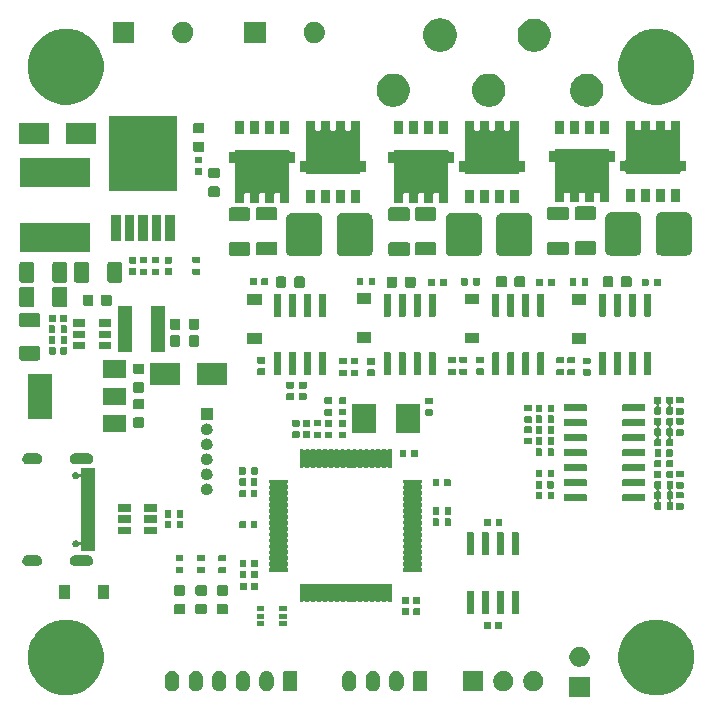
<source format=gbr>
%TF.GenerationSoftware,KiCad,Pcbnew,(5.1.6)-1*%
%TF.CreationDate,2022-04-30T17:47:53+08:00*%
%TF.ProjectId,simple_bldc,73696d70-6c65-45f6-926c-64632e6b6963,1*%
%TF.SameCoordinates,PX6979f40PYa1135a0*%
%TF.FileFunction,Soldermask,Top*%
%TF.FilePolarity,Negative*%
%FSLAX46Y46*%
G04 Gerber Fmt 4.6, Leading zero omitted, Abs format (unit mm)*
G04 Created by KiCad (PCBNEW (5.1.6)-1) date 2022-04-30 17:47:53*
%MOMM*%
%LPD*%
G01*
G04 APERTURE LIST*
%ADD10C,0.350000*%
G04 APERTURE END LIST*
D10*
G36*
X49350000Y1650000D02*
G01*
X47650000Y1650000D01*
X47650000Y3350000D01*
X49350000Y3350000D01*
X49350000Y1650000D01*
G37*
G36*
X55933404Y8077026D02*
G01*
X56515767Y7835804D01*
X56515768Y7835803D01*
X57039881Y7485602D01*
X57485602Y7039881D01*
X57636710Y6813732D01*
X57835804Y6515767D01*
X58077026Y5933404D01*
X58200000Y5315174D01*
X58200000Y4684826D01*
X58077026Y4066596D01*
X57835804Y3484233D01*
X57719599Y3310321D01*
X57485602Y2960119D01*
X57039881Y2514398D01*
X56758263Y2326227D01*
X56515767Y2164196D01*
X55933404Y1922974D01*
X55315174Y1800000D01*
X54684826Y1800000D01*
X54066596Y1922974D01*
X53484233Y2164196D01*
X53241737Y2326227D01*
X52960119Y2514398D01*
X52514398Y2960119D01*
X52280401Y3310321D01*
X52164196Y3484233D01*
X51922974Y4066596D01*
X51800000Y4684826D01*
X51800000Y5315174D01*
X51922974Y5933404D01*
X52164196Y6515767D01*
X52363290Y6813732D01*
X52514398Y7039881D01*
X52960119Y7485602D01*
X53484232Y7835803D01*
X53484233Y7835804D01*
X54066596Y8077026D01*
X54684826Y8200000D01*
X55315174Y8200000D01*
X55933404Y8077026D01*
G37*
G36*
X5933404Y8077026D02*
G01*
X6515767Y7835804D01*
X6515768Y7835803D01*
X7039881Y7485602D01*
X7485602Y7039881D01*
X7636710Y6813732D01*
X7835804Y6515767D01*
X8077026Y5933404D01*
X8200000Y5315174D01*
X8200000Y4684826D01*
X8077026Y4066596D01*
X7835804Y3484233D01*
X7719599Y3310321D01*
X7485602Y2960119D01*
X7039881Y2514398D01*
X6758263Y2326227D01*
X6515767Y2164196D01*
X5933404Y1922974D01*
X5315174Y1800000D01*
X4684826Y1800000D01*
X4066596Y1922974D01*
X3484233Y2164196D01*
X3241737Y2326227D01*
X2960119Y2514398D01*
X2514398Y2960119D01*
X2280401Y3310321D01*
X2164196Y3484233D01*
X1922974Y4066596D01*
X1800000Y4684826D01*
X1800000Y5315174D01*
X1922974Y5933404D01*
X2164196Y6515767D01*
X2363290Y6813732D01*
X2514398Y7039881D01*
X2960119Y7485602D01*
X3484232Y7835803D01*
X3484233Y7835804D01*
X4066596Y8077026D01*
X4684826Y8200000D01*
X5315174Y8200000D01*
X5933404Y8077026D01*
G37*
G36*
X33117621Y3866318D02*
G01*
X33230721Y3832010D01*
X33334955Y3776296D01*
X33426317Y3701317D01*
X33501296Y3609955D01*
X33557010Y3505721D01*
X33591318Y3392621D01*
X33600000Y3304474D01*
X33600000Y2695526D01*
X33591318Y2607379D01*
X33557010Y2494279D01*
X33501296Y2390045D01*
X33426317Y2298683D01*
X33334954Y2223704D01*
X33230720Y2167990D01*
X33117620Y2133682D01*
X33000000Y2122097D01*
X32882379Y2133682D01*
X32769279Y2167990D01*
X32665045Y2223704D01*
X32573683Y2298683D01*
X32498704Y2390046D01*
X32442990Y2494280D01*
X32408682Y2607380D01*
X32400000Y2695527D01*
X32400000Y3304474D01*
X32408682Y3392621D01*
X32442990Y3505721D01*
X32498705Y3609955D01*
X32573684Y3701317D01*
X32665046Y3776296D01*
X32769280Y3832010D01*
X32882380Y3866318D01*
X33000000Y3877903D01*
X33117621Y3866318D01*
G37*
G36*
X29117621Y3866318D02*
G01*
X29230721Y3832010D01*
X29334955Y3776296D01*
X29426317Y3701317D01*
X29501296Y3609955D01*
X29557010Y3505721D01*
X29591318Y3392621D01*
X29600000Y3304474D01*
X29600000Y2695526D01*
X29591318Y2607379D01*
X29557010Y2494279D01*
X29501296Y2390045D01*
X29426317Y2298683D01*
X29334954Y2223704D01*
X29230720Y2167990D01*
X29117620Y2133682D01*
X29000000Y2122097D01*
X28882379Y2133682D01*
X28769279Y2167990D01*
X28665045Y2223704D01*
X28573683Y2298683D01*
X28498704Y2390046D01*
X28442990Y2494280D01*
X28408682Y2607380D01*
X28400000Y2695527D01*
X28400000Y3304474D01*
X28408682Y3392621D01*
X28442990Y3505721D01*
X28498705Y3609955D01*
X28573684Y3701317D01*
X28665046Y3776296D01*
X28769280Y3832010D01*
X28882380Y3866318D01*
X29000000Y3877903D01*
X29117621Y3866318D01*
G37*
G36*
X14117621Y3866318D02*
G01*
X14230721Y3832010D01*
X14334955Y3776296D01*
X14426317Y3701317D01*
X14501296Y3609955D01*
X14557010Y3505721D01*
X14591318Y3392621D01*
X14600000Y3304474D01*
X14600000Y2695526D01*
X14591318Y2607379D01*
X14557010Y2494279D01*
X14501296Y2390045D01*
X14426317Y2298683D01*
X14334954Y2223704D01*
X14230720Y2167990D01*
X14117620Y2133682D01*
X14000000Y2122097D01*
X13882379Y2133682D01*
X13769279Y2167990D01*
X13665045Y2223704D01*
X13573683Y2298683D01*
X13498704Y2390046D01*
X13442990Y2494280D01*
X13408682Y2607380D01*
X13400000Y2695527D01*
X13400000Y3304474D01*
X13408682Y3392621D01*
X13442990Y3505721D01*
X13498705Y3609955D01*
X13573684Y3701317D01*
X13665046Y3776296D01*
X13769280Y3832010D01*
X13882380Y3866318D01*
X14000000Y3877903D01*
X14117621Y3866318D01*
G37*
G36*
X16117621Y3866318D02*
G01*
X16230721Y3832010D01*
X16334955Y3776296D01*
X16426317Y3701317D01*
X16501296Y3609955D01*
X16557010Y3505721D01*
X16591318Y3392621D01*
X16600000Y3304474D01*
X16600000Y2695526D01*
X16591318Y2607379D01*
X16557010Y2494279D01*
X16501296Y2390045D01*
X16426317Y2298683D01*
X16334954Y2223704D01*
X16230720Y2167990D01*
X16117620Y2133682D01*
X16000000Y2122097D01*
X15882379Y2133682D01*
X15769279Y2167990D01*
X15665045Y2223704D01*
X15573683Y2298683D01*
X15498704Y2390046D01*
X15442990Y2494280D01*
X15408682Y2607380D01*
X15400000Y2695527D01*
X15400000Y3304474D01*
X15408682Y3392621D01*
X15442990Y3505721D01*
X15498705Y3609955D01*
X15573684Y3701317D01*
X15665046Y3776296D01*
X15769280Y3832010D01*
X15882380Y3866318D01*
X16000000Y3877903D01*
X16117621Y3866318D01*
G37*
G36*
X20117621Y3866318D02*
G01*
X20230721Y3832010D01*
X20334955Y3776296D01*
X20426317Y3701317D01*
X20501296Y3609955D01*
X20557010Y3505721D01*
X20591318Y3392621D01*
X20600000Y3304474D01*
X20600000Y2695526D01*
X20591318Y2607379D01*
X20557010Y2494279D01*
X20501296Y2390045D01*
X20426317Y2298683D01*
X20334954Y2223704D01*
X20230720Y2167990D01*
X20117620Y2133682D01*
X20000000Y2122097D01*
X19882379Y2133682D01*
X19769279Y2167990D01*
X19665045Y2223704D01*
X19573683Y2298683D01*
X19498704Y2390046D01*
X19442990Y2494280D01*
X19408682Y2607380D01*
X19400000Y2695527D01*
X19400000Y3304474D01*
X19408682Y3392621D01*
X19442990Y3505721D01*
X19498705Y3609955D01*
X19573684Y3701317D01*
X19665046Y3776296D01*
X19769280Y3832010D01*
X19882380Y3866318D01*
X20000000Y3877903D01*
X20117621Y3866318D01*
G37*
G36*
X22117621Y3866318D02*
G01*
X22230721Y3832010D01*
X22334955Y3776296D01*
X22426317Y3701317D01*
X22501296Y3609955D01*
X22557010Y3505721D01*
X22591318Y3392621D01*
X22600000Y3304474D01*
X22600000Y2695526D01*
X22591318Y2607379D01*
X22557010Y2494279D01*
X22501296Y2390045D01*
X22426317Y2298683D01*
X22334954Y2223704D01*
X22230720Y2167990D01*
X22117620Y2133682D01*
X22000000Y2122097D01*
X21882379Y2133682D01*
X21769279Y2167990D01*
X21665045Y2223704D01*
X21573683Y2298683D01*
X21498704Y2390046D01*
X21442990Y2494280D01*
X21408682Y2607380D01*
X21400000Y2695527D01*
X21400000Y3304474D01*
X21408682Y3392621D01*
X21442990Y3505721D01*
X21498705Y3609955D01*
X21573684Y3701317D01*
X21665046Y3776296D01*
X21769280Y3832010D01*
X21882380Y3866318D01*
X22000000Y3877903D01*
X22117621Y3866318D01*
G37*
G36*
X31117621Y3866318D02*
G01*
X31230721Y3832010D01*
X31334955Y3776296D01*
X31426317Y3701317D01*
X31501296Y3609955D01*
X31557010Y3505721D01*
X31591318Y3392621D01*
X31600000Y3304474D01*
X31600000Y2695526D01*
X31591318Y2607379D01*
X31557010Y2494279D01*
X31501296Y2390045D01*
X31426317Y2298683D01*
X31334954Y2223704D01*
X31230720Y2167990D01*
X31117620Y2133682D01*
X31000000Y2122097D01*
X30882379Y2133682D01*
X30769279Y2167990D01*
X30665045Y2223704D01*
X30573683Y2298683D01*
X30498704Y2390046D01*
X30442990Y2494280D01*
X30408682Y2607380D01*
X30400000Y2695527D01*
X30400000Y3304474D01*
X30408682Y3392621D01*
X30442990Y3505721D01*
X30498705Y3609955D01*
X30573684Y3701317D01*
X30665046Y3776296D01*
X30769280Y3832010D01*
X30882380Y3866318D01*
X31000000Y3877903D01*
X31117621Y3866318D01*
G37*
G36*
X18117621Y3866318D02*
G01*
X18230721Y3832010D01*
X18334955Y3776296D01*
X18426317Y3701317D01*
X18501296Y3609955D01*
X18557010Y3505721D01*
X18591318Y3392621D01*
X18600000Y3304474D01*
X18600000Y2695526D01*
X18591318Y2607379D01*
X18557010Y2494279D01*
X18501296Y2390045D01*
X18426317Y2298683D01*
X18334954Y2223704D01*
X18230720Y2167990D01*
X18117620Y2133682D01*
X18000000Y2122097D01*
X17882379Y2133682D01*
X17769279Y2167990D01*
X17665045Y2223704D01*
X17573683Y2298683D01*
X17498704Y2390046D01*
X17442990Y2494280D01*
X17408682Y2607380D01*
X17400000Y2695527D01*
X17400000Y3304474D01*
X17408682Y3392621D01*
X17442990Y3505721D01*
X17498705Y3609955D01*
X17573684Y3701317D01*
X17665046Y3776296D01*
X17769280Y3832010D01*
X17882380Y3866318D01*
X18000000Y3877903D01*
X18117621Y3866318D01*
G37*
G36*
X35457345Y3871005D02*
G01*
X35490451Y3860962D01*
X35520964Y3844653D01*
X35547706Y3822706D01*
X35569653Y3795964D01*
X35585962Y3765451D01*
X35596005Y3732345D01*
X35600000Y3691779D01*
X35600000Y2308221D01*
X35596005Y2267655D01*
X35585962Y2234549D01*
X35569653Y2204036D01*
X35547706Y2177294D01*
X35520964Y2155347D01*
X35490451Y2139038D01*
X35457345Y2128995D01*
X35416779Y2125000D01*
X34583221Y2125000D01*
X34542655Y2128995D01*
X34509549Y2139038D01*
X34479036Y2155347D01*
X34452294Y2177294D01*
X34430347Y2204036D01*
X34414038Y2234549D01*
X34403995Y2267655D01*
X34400000Y2308221D01*
X34400000Y3691779D01*
X34403995Y3732345D01*
X34414038Y3765451D01*
X34430347Y3795964D01*
X34452294Y3822706D01*
X34479036Y3844653D01*
X34509549Y3860962D01*
X34542655Y3871005D01*
X34583221Y3875000D01*
X35416779Y3875000D01*
X35457345Y3871005D01*
G37*
G36*
X24457346Y3871005D02*
G01*
X24490451Y3860962D01*
X24520964Y3844653D01*
X24547706Y3822706D01*
X24569653Y3795964D01*
X24585962Y3765451D01*
X24596005Y3732346D01*
X24600000Y3691780D01*
X24600000Y2308220D01*
X24596005Y2267654D01*
X24585962Y2234549D01*
X24569653Y2204036D01*
X24547706Y2177294D01*
X24520964Y2155347D01*
X24490451Y2139038D01*
X24457346Y2128995D01*
X24416780Y2125000D01*
X23583220Y2125000D01*
X23542654Y2128995D01*
X23509549Y2139038D01*
X23479036Y2155347D01*
X23452294Y2177294D01*
X23430347Y2204036D01*
X23414038Y2234549D01*
X23403995Y2267654D01*
X23400000Y2308220D01*
X23400000Y3691780D01*
X23403995Y3732346D01*
X23414038Y3765451D01*
X23430347Y3795964D01*
X23452294Y3822706D01*
X23479036Y3844653D01*
X23509549Y3860962D01*
X23542654Y3871005D01*
X23583220Y3875000D01*
X24416780Y3875000D01*
X24457346Y3871005D01*
G37*
G36*
X40350000Y2150000D02*
G01*
X38650000Y2150000D01*
X38650000Y3850000D01*
X40350000Y3850000D01*
X40350000Y2150000D01*
G37*
G36*
X42287935Y3817336D02*
G01*
X42416956Y3763893D01*
X42442626Y3753260D01*
X42581844Y3660238D01*
X42700238Y3541844D01*
X42781905Y3419620D01*
X42793261Y3402624D01*
X42857336Y3247935D01*
X42890000Y3083719D01*
X42890000Y2916281D01*
X42857336Y2752065D01*
X42797405Y2607380D01*
X42793260Y2597374D01*
X42700238Y2458156D01*
X42581844Y2339762D01*
X42442626Y2246740D01*
X42442625Y2246739D01*
X42442624Y2246739D01*
X42287935Y2182664D01*
X42123719Y2150000D01*
X41956281Y2150000D01*
X41792065Y2182664D01*
X41637376Y2246739D01*
X41637375Y2246739D01*
X41637374Y2246740D01*
X41498156Y2339762D01*
X41379762Y2458156D01*
X41286740Y2597374D01*
X41282595Y2607380D01*
X41222664Y2752065D01*
X41190000Y2916281D01*
X41190000Y3083719D01*
X41222664Y3247935D01*
X41286739Y3402624D01*
X41298095Y3419620D01*
X41379762Y3541844D01*
X41498156Y3660238D01*
X41637374Y3753260D01*
X41663044Y3763893D01*
X41792065Y3817336D01*
X41956281Y3850000D01*
X42123719Y3850000D01*
X42287935Y3817336D01*
G37*
G36*
X44827935Y3817336D02*
G01*
X44956956Y3763893D01*
X44982626Y3753260D01*
X45121844Y3660238D01*
X45240238Y3541844D01*
X45321905Y3419620D01*
X45333261Y3402624D01*
X45397336Y3247935D01*
X45430000Y3083719D01*
X45430000Y2916281D01*
X45397336Y2752065D01*
X45337405Y2607380D01*
X45333260Y2597374D01*
X45240238Y2458156D01*
X45121844Y2339762D01*
X44982626Y2246740D01*
X44982625Y2246739D01*
X44982624Y2246739D01*
X44827935Y2182664D01*
X44663719Y2150000D01*
X44496281Y2150000D01*
X44332065Y2182664D01*
X44177376Y2246739D01*
X44177375Y2246739D01*
X44177374Y2246740D01*
X44038156Y2339762D01*
X43919762Y2458156D01*
X43826740Y2597374D01*
X43822595Y2607380D01*
X43762664Y2752065D01*
X43730000Y2916281D01*
X43730000Y3083719D01*
X43762664Y3247935D01*
X43826739Y3402624D01*
X43838095Y3419620D01*
X43919762Y3541844D01*
X44038156Y3660238D01*
X44177374Y3753260D01*
X44203044Y3763893D01*
X44332065Y3817336D01*
X44496281Y3850000D01*
X44663719Y3850000D01*
X44827935Y3817336D01*
G37*
G36*
X48747935Y5857336D02*
G01*
X48902624Y5793261D01*
X48902626Y5793260D01*
X49041844Y5700238D01*
X49160238Y5581844D01*
X49253260Y5442626D01*
X49253261Y5442624D01*
X49317336Y5287935D01*
X49350000Y5123719D01*
X49350000Y4956281D01*
X49317336Y4792065D01*
X49256636Y4645525D01*
X49253260Y4637374D01*
X49160238Y4498156D01*
X49041844Y4379762D01*
X48902626Y4286740D01*
X48902625Y4286739D01*
X48902624Y4286739D01*
X48747935Y4222664D01*
X48583719Y4190000D01*
X48416281Y4190000D01*
X48252065Y4222664D01*
X48097376Y4286739D01*
X48097375Y4286739D01*
X48097374Y4286740D01*
X47958156Y4379762D01*
X47839762Y4498156D01*
X47746740Y4637374D01*
X47743364Y4645525D01*
X47682664Y4792065D01*
X47650000Y4956281D01*
X47650000Y5123719D01*
X47682664Y5287935D01*
X47746739Y5442624D01*
X47746740Y5442626D01*
X47839762Y5581844D01*
X47958156Y5700238D01*
X48097374Y5793260D01*
X48097376Y5793261D01*
X48252065Y5857336D01*
X48416281Y5890000D01*
X48583719Y5890000D01*
X48747935Y5857336D01*
G37*
G36*
X40916463Y8008274D02*
G01*
X40932299Y8003470D01*
X40946886Y7995673D01*
X40959677Y7985177D01*
X40970173Y7972386D01*
X40977970Y7957799D01*
X40982774Y7941963D01*
X40985000Y7919360D01*
X40985000Y7461640D01*
X40982774Y7439037D01*
X40977970Y7423201D01*
X40970173Y7408614D01*
X40959677Y7395823D01*
X40946886Y7385327D01*
X40932299Y7377530D01*
X40916463Y7372726D01*
X40893860Y7370500D01*
X40486140Y7370500D01*
X40463537Y7372726D01*
X40447701Y7377530D01*
X40433114Y7385327D01*
X40420323Y7395823D01*
X40409827Y7408614D01*
X40402030Y7423201D01*
X40397226Y7439037D01*
X40395000Y7461640D01*
X40395000Y7919360D01*
X40397226Y7941963D01*
X40402030Y7957799D01*
X40409827Y7972386D01*
X40420323Y7985177D01*
X40433114Y7995673D01*
X40447701Y8003470D01*
X40463537Y8008274D01*
X40486140Y8010500D01*
X40893860Y8010500D01*
X40916463Y8008274D01*
G37*
G36*
X41886463Y8008274D02*
G01*
X41902299Y8003470D01*
X41916886Y7995673D01*
X41929677Y7985177D01*
X41940173Y7972386D01*
X41947970Y7957799D01*
X41952774Y7941963D01*
X41955000Y7919360D01*
X41955000Y7461640D01*
X41952774Y7439037D01*
X41947970Y7423201D01*
X41940173Y7408614D01*
X41929677Y7395823D01*
X41916886Y7385327D01*
X41902299Y7377530D01*
X41886463Y7372726D01*
X41863860Y7370500D01*
X41456140Y7370500D01*
X41433537Y7372726D01*
X41417701Y7377530D01*
X41403114Y7385327D01*
X41390323Y7395823D01*
X41379827Y7408614D01*
X41372030Y7423201D01*
X41367226Y7439037D01*
X41365000Y7461640D01*
X41365000Y7919360D01*
X41367226Y7941963D01*
X41372030Y7957799D01*
X41379827Y7972386D01*
X41390323Y7985177D01*
X41403114Y7995673D01*
X41417701Y8003470D01*
X41433537Y8008274D01*
X41456140Y8010500D01*
X41863860Y8010500D01*
X41886463Y8008274D01*
G37*
G36*
X23728600Y7633600D02*
G01*
X23078600Y7633600D01*
X23078600Y8033600D01*
X23728600Y8033600D01*
X23728600Y7633600D01*
G37*
G36*
X21828600Y7633600D02*
G01*
X21178600Y7633600D01*
X21178600Y8033600D01*
X21828600Y8033600D01*
X21828600Y7633600D01*
G37*
G36*
X21828600Y8283600D02*
G01*
X21178600Y8283600D01*
X21178600Y8683600D01*
X21828600Y8683600D01*
X21828600Y8283600D01*
G37*
G36*
X23728600Y8283600D02*
G01*
X23078600Y8283600D01*
X23078600Y8683600D01*
X23728600Y8683600D01*
X23728600Y8283600D01*
G37*
G36*
X33976700Y9172518D02*
G01*
X33991127Y9168142D01*
X34004418Y9161038D01*
X34016072Y9151472D01*
X34025638Y9139818D01*
X34032742Y9126527D01*
X34037118Y9112100D01*
X34039200Y9090960D01*
X34039200Y8638240D01*
X34037118Y8617100D01*
X34032742Y8602673D01*
X34025638Y8589382D01*
X34016072Y8577728D01*
X34004418Y8568162D01*
X33991127Y8561058D01*
X33976700Y8556682D01*
X33955560Y8554600D01*
X33562840Y8554600D01*
X33541700Y8556682D01*
X33527273Y8561058D01*
X33513982Y8568162D01*
X33502328Y8577728D01*
X33492762Y8589382D01*
X33485658Y8602673D01*
X33481282Y8617100D01*
X33479200Y8638240D01*
X33479200Y9090960D01*
X33481282Y9112100D01*
X33485658Y9126527D01*
X33492762Y9139818D01*
X33502328Y9151472D01*
X33513982Y9161038D01*
X33527273Y9168142D01*
X33541700Y9172518D01*
X33562840Y9174600D01*
X33955560Y9174600D01*
X33976700Y9172518D01*
G37*
G36*
X34936700Y9172518D02*
G01*
X34951127Y9168142D01*
X34964418Y9161038D01*
X34976072Y9151472D01*
X34985638Y9139818D01*
X34992742Y9126527D01*
X34997118Y9112100D01*
X34999200Y9090960D01*
X34999200Y8638240D01*
X34997118Y8617100D01*
X34992742Y8602673D01*
X34985638Y8589382D01*
X34976072Y8577728D01*
X34964418Y8568162D01*
X34951127Y8561058D01*
X34936700Y8556682D01*
X34915560Y8554600D01*
X34522840Y8554600D01*
X34501700Y8556682D01*
X34487273Y8561058D01*
X34473982Y8568162D01*
X34462328Y8577728D01*
X34452762Y8589382D01*
X34445658Y8602673D01*
X34441282Y8617100D01*
X34439200Y8638240D01*
X34439200Y9090960D01*
X34441282Y9112100D01*
X34445658Y9126527D01*
X34452762Y9139818D01*
X34462328Y9151472D01*
X34473982Y9161038D01*
X34487273Y9168142D01*
X34501700Y9172518D01*
X34522840Y9174600D01*
X34915560Y9174600D01*
X34936700Y9172518D01*
G37*
G36*
X18604717Y9522105D02*
G01*
X18633912Y9513248D01*
X18660824Y9498863D01*
X18684409Y9479508D01*
X18703764Y9455923D01*
X18718149Y9429011D01*
X18727006Y9399816D01*
X18730601Y9363310D01*
X18730601Y8813090D01*
X18727006Y8776584D01*
X18718149Y8747389D01*
X18703764Y8720477D01*
X18684409Y8696892D01*
X18660824Y8677537D01*
X18633912Y8663152D01*
X18604717Y8654295D01*
X18568211Y8650700D01*
X17942991Y8650700D01*
X17906485Y8654295D01*
X17877290Y8663152D01*
X17850378Y8677537D01*
X17826793Y8696892D01*
X17807438Y8720477D01*
X17793053Y8747389D01*
X17784196Y8776584D01*
X17780601Y8813090D01*
X17780601Y9363310D01*
X17784196Y9399816D01*
X17793053Y9429011D01*
X17807438Y9455923D01*
X17826793Y9479508D01*
X17850378Y9498863D01*
X17877290Y9513248D01*
X17906485Y9522105D01*
X17942991Y9525700D01*
X18568211Y9525700D01*
X18604717Y9522105D01*
G37*
G36*
X15001316Y9522105D02*
G01*
X15030511Y9513248D01*
X15057423Y9498863D01*
X15081008Y9479508D01*
X15100363Y9455923D01*
X15114748Y9429011D01*
X15123605Y9399816D01*
X15127200Y9363310D01*
X15127200Y8813090D01*
X15123605Y8776584D01*
X15114748Y8747389D01*
X15100363Y8720477D01*
X15081008Y8696892D01*
X15057423Y8677537D01*
X15030511Y8663152D01*
X15001316Y8654295D01*
X14964810Y8650700D01*
X14339590Y8650700D01*
X14303084Y8654295D01*
X14273889Y8663152D01*
X14246977Y8677537D01*
X14223392Y8696892D01*
X14204037Y8720477D01*
X14189652Y8747389D01*
X14180795Y8776584D01*
X14177200Y8813090D01*
X14177200Y9363310D01*
X14180795Y9399816D01*
X14189652Y9429011D01*
X14204037Y9455923D01*
X14223392Y9479508D01*
X14246977Y9498863D01*
X14273889Y9513248D01*
X14303084Y9522105D01*
X14339590Y9525700D01*
X14964810Y9525700D01*
X15001316Y9522105D01*
G37*
G36*
X16808116Y9522105D02*
G01*
X16837311Y9513248D01*
X16864223Y9498863D01*
X16887808Y9479508D01*
X16907163Y9455923D01*
X16921548Y9429011D01*
X16930405Y9399816D01*
X16934000Y9363310D01*
X16934000Y8813090D01*
X16930405Y8776584D01*
X16921548Y8747389D01*
X16907163Y8720477D01*
X16887808Y8696892D01*
X16864223Y8677537D01*
X16837311Y8663152D01*
X16808116Y8654295D01*
X16771610Y8650700D01*
X16146390Y8650700D01*
X16109884Y8654295D01*
X16080689Y8663152D01*
X16053777Y8677537D01*
X16030192Y8696892D01*
X16010837Y8720477D01*
X15996452Y8747389D01*
X15987595Y8776584D01*
X15984000Y8813090D01*
X15984000Y9363310D01*
X15987595Y9399816D01*
X15996452Y9429011D01*
X16010837Y9455923D01*
X16030192Y9479508D01*
X16053777Y9498863D01*
X16080689Y9513248D01*
X16109884Y9522105D01*
X16146390Y9525700D01*
X16771610Y9525700D01*
X16808116Y9522105D01*
G37*
G36*
X43284453Y10625626D02*
G01*
X43300753Y10620681D01*
X43315775Y10612651D01*
X43328944Y10601844D01*
X43339751Y10588675D01*
X43347781Y10573653D01*
X43352726Y10557353D01*
X43355000Y10534260D01*
X43355000Y8771540D01*
X43352726Y8748447D01*
X43347781Y8732147D01*
X43339751Y8717125D01*
X43328944Y8703956D01*
X43315775Y8693149D01*
X43300753Y8685119D01*
X43284453Y8680174D01*
X43261360Y8677900D01*
X42848640Y8677900D01*
X42825547Y8680174D01*
X42809247Y8685119D01*
X42794225Y8693149D01*
X42781056Y8703956D01*
X42770249Y8717125D01*
X42762219Y8732147D01*
X42757274Y8748447D01*
X42755000Y8771540D01*
X42755000Y10534260D01*
X42757274Y10557353D01*
X42762219Y10573653D01*
X42770249Y10588675D01*
X42781056Y10601844D01*
X42794225Y10612651D01*
X42809247Y10620681D01*
X42825547Y10625626D01*
X42848640Y10627900D01*
X43261360Y10627900D01*
X43284453Y10625626D01*
G37*
G36*
X42014453Y10625626D02*
G01*
X42030753Y10620681D01*
X42045775Y10612651D01*
X42058944Y10601844D01*
X42069751Y10588675D01*
X42077781Y10573653D01*
X42082726Y10557353D01*
X42085000Y10534260D01*
X42085000Y8771540D01*
X42082726Y8748447D01*
X42077781Y8732147D01*
X42069751Y8717125D01*
X42058944Y8703956D01*
X42045775Y8693149D01*
X42030753Y8685119D01*
X42014453Y8680174D01*
X41991360Y8677900D01*
X41578640Y8677900D01*
X41555547Y8680174D01*
X41539247Y8685119D01*
X41524225Y8693149D01*
X41511056Y8703956D01*
X41500249Y8717125D01*
X41492219Y8732147D01*
X41487274Y8748447D01*
X41485000Y8771540D01*
X41485000Y10534260D01*
X41487274Y10557353D01*
X41492219Y10573653D01*
X41500249Y10588675D01*
X41511056Y10601844D01*
X41524225Y10612651D01*
X41539247Y10620681D01*
X41555547Y10625626D01*
X41578640Y10627900D01*
X41991360Y10627900D01*
X42014453Y10625626D01*
G37*
G36*
X39474453Y10625626D02*
G01*
X39490753Y10620681D01*
X39505775Y10612651D01*
X39518944Y10601844D01*
X39529751Y10588675D01*
X39537781Y10573653D01*
X39542726Y10557353D01*
X39545000Y10534260D01*
X39545000Y8771540D01*
X39542726Y8748447D01*
X39537781Y8732147D01*
X39529751Y8717125D01*
X39518944Y8703956D01*
X39505775Y8693149D01*
X39490753Y8685119D01*
X39474453Y8680174D01*
X39451360Y8677900D01*
X39038640Y8677900D01*
X39015547Y8680174D01*
X38999247Y8685119D01*
X38984225Y8693149D01*
X38971056Y8703956D01*
X38960249Y8717125D01*
X38952219Y8732147D01*
X38947274Y8748447D01*
X38945000Y8771540D01*
X38945000Y10534260D01*
X38947274Y10557353D01*
X38952219Y10573653D01*
X38960249Y10588675D01*
X38971056Y10601844D01*
X38984225Y10612651D01*
X38999247Y10620681D01*
X39015547Y10625626D01*
X39038640Y10627900D01*
X39451360Y10627900D01*
X39474453Y10625626D01*
G37*
G36*
X40744453Y10625626D02*
G01*
X40760753Y10620681D01*
X40775775Y10612651D01*
X40788944Y10601844D01*
X40799751Y10588675D01*
X40807781Y10573653D01*
X40812726Y10557353D01*
X40815000Y10534260D01*
X40815000Y8771540D01*
X40812726Y8748447D01*
X40807781Y8732147D01*
X40799751Y8717125D01*
X40788944Y8703956D01*
X40775775Y8693149D01*
X40760753Y8685119D01*
X40744453Y8680174D01*
X40721360Y8677900D01*
X40308640Y8677900D01*
X40285547Y8680174D01*
X40269247Y8685119D01*
X40254225Y8693149D01*
X40241056Y8703956D01*
X40230249Y8717125D01*
X40222219Y8732147D01*
X40217274Y8748447D01*
X40215000Y8771540D01*
X40215000Y10534260D01*
X40217274Y10557353D01*
X40222219Y10573653D01*
X40230249Y10588675D01*
X40241056Y10601844D01*
X40254225Y10612651D01*
X40269247Y10620681D01*
X40285547Y10625626D01*
X40308640Y10627900D01*
X40721360Y10627900D01*
X40744453Y10625626D01*
G37*
G36*
X23728600Y8933600D02*
G01*
X23078600Y8933600D01*
X23078600Y9333600D01*
X23728600Y9333600D01*
X23728600Y8933600D01*
G37*
G36*
X21828600Y8933600D02*
G01*
X21178600Y8933600D01*
X21178600Y9333600D01*
X21828600Y9333600D01*
X21828600Y8933600D01*
G37*
G36*
X34936700Y10112318D02*
G01*
X34951127Y10107942D01*
X34964418Y10100838D01*
X34976072Y10091272D01*
X34985638Y10079618D01*
X34992742Y10066327D01*
X34997118Y10051900D01*
X34999200Y10030760D01*
X34999200Y9578040D01*
X34997118Y9556900D01*
X34992742Y9542473D01*
X34985638Y9529182D01*
X34976072Y9517528D01*
X34964418Y9507962D01*
X34951127Y9500858D01*
X34936700Y9496482D01*
X34915560Y9494400D01*
X34522840Y9494400D01*
X34501700Y9496482D01*
X34487273Y9500858D01*
X34473982Y9507962D01*
X34462328Y9517528D01*
X34452762Y9529182D01*
X34445658Y9542473D01*
X34441282Y9556900D01*
X34439200Y9578040D01*
X34439200Y10030760D01*
X34441282Y10051900D01*
X34445658Y10066327D01*
X34452762Y10079618D01*
X34462328Y10091272D01*
X34473982Y10100838D01*
X34487273Y10107942D01*
X34501700Y10112318D01*
X34522840Y10114400D01*
X34915560Y10114400D01*
X34936700Y10112318D01*
G37*
G36*
X33976700Y10112318D02*
G01*
X33991127Y10107942D01*
X34004418Y10100838D01*
X34016072Y10091272D01*
X34025638Y10079618D01*
X34032742Y10066327D01*
X34037118Y10051900D01*
X34039200Y10030760D01*
X34039200Y9578040D01*
X34037118Y9556900D01*
X34032742Y9542473D01*
X34025638Y9529182D01*
X34016072Y9517528D01*
X34004418Y9507962D01*
X33991127Y9500858D01*
X33976700Y9496482D01*
X33955560Y9494400D01*
X33562840Y9494400D01*
X33541700Y9496482D01*
X33527273Y9500858D01*
X33513982Y9507962D01*
X33502328Y9517528D01*
X33492762Y9529182D01*
X33485658Y9542473D01*
X33481282Y9556900D01*
X33479200Y9578040D01*
X33479200Y10030760D01*
X33481282Y10051900D01*
X33485658Y10066327D01*
X33492762Y10079618D01*
X33502328Y10091272D01*
X33513982Y10100838D01*
X33527273Y10107942D01*
X33541700Y10112318D01*
X33562840Y10114400D01*
X33955560Y10114400D01*
X33976700Y10112318D01*
G37*
G36*
X25087781Y11244680D02*
G01*
X25090009Y11244004D01*
X25092064Y11242905D01*
X25093866Y11241426D01*
X25101333Y11232328D01*
X25118661Y11215002D01*
X25139035Y11201388D01*
X25161674Y11192011D01*
X25185707Y11187231D01*
X25210211Y11187231D01*
X25234245Y11192012D01*
X25256883Y11201389D01*
X25277258Y11215003D01*
X25294583Y11232328D01*
X25302050Y11241426D01*
X25303852Y11242905D01*
X25305907Y11244004D01*
X25308135Y11244680D01*
X25316598Y11245513D01*
X25579318Y11245513D01*
X25587781Y11244680D01*
X25590009Y11244004D01*
X25592064Y11242905D01*
X25593866Y11241426D01*
X25601333Y11232328D01*
X25618661Y11215002D01*
X25639035Y11201388D01*
X25661674Y11192011D01*
X25685707Y11187231D01*
X25710211Y11187231D01*
X25734245Y11192012D01*
X25756883Y11201389D01*
X25777258Y11215003D01*
X25794583Y11232328D01*
X25802050Y11241426D01*
X25803852Y11242905D01*
X25805907Y11244004D01*
X25808135Y11244680D01*
X25816598Y11245513D01*
X26079318Y11245513D01*
X26087781Y11244680D01*
X26090009Y11244004D01*
X26092064Y11242905D01*
X26093866Y11241426D01*
X26101333Y11232328D01*
X26118661Y11215002D01*
X26139035Y11201388D01*
X26161674Y11192011D01*
X26185707Y11187231D01*
X26210211Y11187231D01*
X26234245Y11192012D01*
X26256883Y11201389D01*
X26277258Y11215003D01*
X26294583Y11232328D01*
X26302050Y11241426D01*
X26303852Y11242905D01*
X26305907Y11244004D01*
X26308135Y11244680D01*
X26316598Y11245513D01*
X26579318Y11245513D01*
X26587781Y11244680D01*
X26590009Y11244004D01*
X26592064Y11242905D01*
X26593866Y11241426D01*
X26601333Y11232328D01*
X26618661Y11215002D01*
X26639035Y11201388D01*
X26661674Y11192011D01*
X26685707Y11187231D01*
X26710211Y11187231D01*
X26734245Y11192012D01*
X26756883Y11201389D01*
X26777258Y11215003D01*
X26794583Y11232328D01*
X26802050Y11241426D01*
X26803852Y11242905D01*
X26805907Y11244004D01*
X26808135Y11244680D01*
X26816598Y11245513D01*
X27079318Y11245513D01*
X27087781Y11244680D01*
X27090009Y11244004D01*
X27092064Y11242905D01*
X27093866Y11241426D01*
X27101333Y11232328D01*
X27118661Y11215002D01*
X27139035Y11201388D01*
X27161674Y11192011D01*
X27185707Y11187231D01*
X27210211Y11187231D01*
X27234245Y11192012D01*
X27256883Y11201389D01*
X27277258Y11215003D01*
X27294583Y11232328D01*
X27302050Y11241426D01*
X27303852Y11242905D01*
X27305907Y11244004D01*
X27308135Y11244680D01*
X27316598Y11245513D01*
X27579318Y11245513D01*
X27587781Y11244680D01*
X27590009Y11244004D01*
X27592064Y11242905D01*
X27593866Y11241426D01*
X27601333Y11232328D01*
X27618661Y11215002D01*
X27639035Y11201388D01*
X27661674Y11192011D01*
X27685707Y11187231D01*
X27710211Y11187231D01*
X27734245Y11192012D01*
X27756883Y11201389D01*
X27777258Y11215003D01*
X27794583Y11232328D01*
X27802050Y11241426D01*
X27803852Y11242905D01*
X27805907Y11244004D01*
X27808135Y11244680D01*
X27816598Y11245513D01*
X28079318Y11245513D01*
X28087781Y11244680D01*
X28090009Y11244004D01*
X28092064Y11242905D01*
X28093866Y11241426D01*
X28101333Y11232328D01*
X28118661Y11215002D01*
X28139035Y11201388D01*
X28161674Y11192011D01*
X28185707Y11187231D01*
X28210211Y11187231D01*
X28234245Y11192012D01*
X28256883Y11201389D01*
X28277258Y11215003D01*
X28294583Y11232328D01*
X28302050Y11241426D01*
X28303852Y11242905D01*
X28305907Y11244004D01*
X28308135Y11244680D01*
X28316598Y11245513D01*
X28579318Y11245513D01*
X28587781Y11244680D01*
X28590009Y11244004D01*
X28592064Y11242905D01*
X28593866Y11241426D01*
X28601333Y11232328D01*
X28618661Y11215002D01*
X28639035Y11201388D01*
X28661674Y11192011D01*
X28685707Y11187231D01*
X28710211Y11187231D01*
X28734245Y11192012D01*
X28756883Y11201389D01*
X28777258Y11215003D01*
X28794583Y11232328D01*
X28802050Y11241426D01*
X28803852Y11242905D01*
X28805907Y11244004D01*
X28808135Y11244680D01*
X28816598Y11245513D01*
X29079318Y11245513D01*
X29087781Y11244680D01*
X29090009Y11244004D01*
X29092064Y11242905D01*
X29093866Y11241426D01*
X29101333Y11232328D01*
X29118661Y11215002D01*
X29139035Y11201388D01*
X29161674Y11192011D01*
X29185707Y11187231D01*
X29210211Y11187231D01*
X29234245Y11192012D01*
X29256883Y11201389D01*
X29277258Y11215003D01*
X29294583Y11232328D01*
X29302050Y11241426D01*
X29303852Y11242905D01*
X29305907Y11244004D01*
X29308135Y11244680D01*
X29316598Y11245513D01*
X29579318Y11245513D01*
X29587781Y11244680D01*
X29590009Y11244004D01*
X29592064Y11242905D01*
X29593866Y11241426D01*
X29601333Y11232328D01*
X29618661Y11215002D01*
X29639035Y11201388D01*
X29661674Y11192011D01*
X29685707Y11187231D01*
X29710211Y11187231D01*
X29734245Y11192012D01*
X29756883Y11201389D01*
X29777258Y11215003D01*
X29794583Y11232328D01*
X29802050Y11241426D01*
X29803852Y11242905D01*
X29805907Y11244004D01*
X29808135Y11244680D01*
X29816598Y11245513D01*
X30079318Y11245513D01*
X30087781Y11244680D01*
X30090009Y11244004D01*
X30092064Y11242905D01*
X30093866Y11241426D01*
X30101333Y11232328D01*
X30118661Y11215002D01*
X30139035Y11201388D01*
X30161674Y11192011D01*
X30185707Y11187231D01*
X30210211Y11187231D01*
X30234245Y11192012D01*
X30256883Y11201389D01*
X30277258Y11215003D01*
X30294583Y11232328D01*
X30302050Y11241426D01*
X30303852Y11242905D01*
X30305907Y11244004D01*
X30308135Y11244680D01*
X30316598Y11245513D01*
X30579318Y11245513D01*
X30587781Y11244680D01*
X30590009Y11244004D01*
X30592064Y11242905D01*
X30593866Y11241426D01*
X30601333Y11232328D01*
X30618661Y11215002D01*
X30639035Y11201388D01*
X30661674Y11192011D01*
X30685707Y11187231D01*
X30710211Y11187231D01*
X30734245Y11192012D01*
X30756883Y11201389D01*
X30777258Y11215003D01*
X30794583Y11232328D01*
X30802050Y11241426D01*
X30803852Y11242905D01*
X30805907Y11244004D01*
X30808135Y11244680D01*
X30816598Y11245513D01*
X31079318Y11245513D01*
X31087781Y11244680D01*
X31090009Y11244004D01*
X31092064Y11242905D01*
X31093866Y11241426D01*
X31101333Y11232328D01*
X31118661Y11215002D01*
X31139035Y11201388D01*
X31161674Y11192011D01*
X31185707Y11187231D01*
X31210211Y11187231D01*
X31234245Y11192012D01*
X31256883Y11201389D01*
X31277258Y11215003D01*
X31294583Y11232328D01*
X31302050Y11241426D01*
X31303852Y11242905D01*
X31305907Y11244004D01*
X31308135Y11244680D01*
X31316598Y11245513D01*
X31579318Y11245513D01*
X31587781Y11244680D01*
X31590009Y11244004D01*
X31592064Y11242905D01*
X31593866Y11241426D01*
X31601333Y11232328D01*
X31618661Y11215002D01*
X31639035Y11201388D01*
X31661674Y11192011D01*
X31685707Y11187231D01*
X31710211Y11187231D01*
X31734245Y11192012D01*
X31756883Y11201389D01*
X31777258Y11215003D01*
X31794583Y11232328D01*
X31802050Y11241426D01*
X31803852Y11242905D01*
X31805907Y11244004D01*
X31808135Y11244680D01*
X31816598Y11245513D01*
X32079318Y11245513D01*
X32087781Y11244680D01*
X32090009Y11244004D01*
X32092064Y11242905D01*
X32093866Y11241426D01*
X32101333Y11232328D01*
X32118661Y11215002D01*
X32139035Y11201388D01*
X32161674Y11192011D01*
X32185707Y11187231D01*
X32210211Y11187231D01*
X32234245Y11192012D01*
X32256883Y11201389D01*
X32277258Y11215003D01*
X32294583Y11232328D01*
X32302050Y11241426D01*
X32303852Y11242905D01*
X32305907Y11244004D01*
X32308135Y11244680D01*
X32316598Y11245513D01*
X32579318Y11245513D01*
X32587781Y11244680D01*
X32590009Y11244004D01*
X32592064Y11242905D01*
X32593869Y11241424D01*
X32595350Y11239619D01*
X32596449Y11237564D01*
X32597125Y11235336D01*
X32597958Y11226873D01*
X32597958Y9714153D01*
X32597125Y9705690D01*
X32596449Y9703462D01*
X32595350Y9701407D01*
X32593869Y9699602D01*
X32592064Y9698121D01*
X32590009Y9697022D01*
X32587781Y9696346D01*
X32579318Y9695513D01*
X32316598Y9695513D01*
X32308135Y9696346D01*
X32305907Y9697022D01*
X32303852Y9698121D01*
X32302050Y9699600D01*
X32294583Y9708698D01*
X32277255Y9726024D01*
X32256881Y9739638D01*
X32234242Y9749015D01*
X32210209Y9753795D01*
X32185705Y9753795D01*
X32161671Y9749014D01*
X32139033Y9739637D01*
X32118658Y9726023D01*
X32101333Y9708698D01*
X32093866Y9699600D01*
X32092064Y9698121D01*
X32090009Y9697022D01*
X32087781Y9696346D01*
X32079318Y9695513D01*
X31816598Y9695513D01*
X31808135Y9696346D01*
X31805907Y9697022D01*
X31803852Y9698121D01*
X31802050Y9699600D01*
X31794583Y9708698D01*
X31777255Y9726024D01*
X31756881Y9739638D01*
X31734242Y9749015D01*
X31710209Y9753795D01*
X31685705Y9753795D01*
X31661671Y9749014D01*
X31639033Y9739637D01*
X31618658Y9726023D01*
X31601333Y9708698D01*
X31593866Y9699600D01*
X31592064Y9698121D01*
X31590009Y9697022D01*
X31587781Y9696346D01*
X31579318Y9695513D01*
X31316598Y9695513D01*
X31308135Y9696346D01*
X31305907Y9697022D01*
X31303852Y9698121D01*
X31302050Y9699600D01*
X31294583Y9708698D01*
X31277255Y9726024D01*
X31256881Y9739638D01*
X31234242Y9749015D01*
X31210209Y9753795D01*
X31185705Y9753795D01*
X31161671Y9749014D01*
X31139033Y9739637D01*
X31118658Y9726023D01*
X31101333Y9708698D01*
X31093866Y9699600D01*
X31092064Y9698121D01*
X31090009Y9697022D01*
X31087781Y9696346D01*
X31079318Y9695513D01*
X30816598Y9695513D01*
X30808135Y9696346D01*
X30805907Y9697022D01*
X30803852Y9698121D01*
X30802050Y9699600D01*
X30794583Y9708698D01*
X30777255Y9726024D01*
X30756881Y9739638D01*
X30734242Y9749015D01*
X30710209Y9753795D01*
X30685705Y9753795D01*
X30661671Y9749014D01*
X30639033Y9739637D01*
X30618658Y9726023D01*
X30601333Y9708698D01*
X30593866Y9699600D01*
X30592064Y9698121D01*
X30590009Y9697022D01*
X30587781Y9696346D01*
X30579318Y9695513D01*
X30316598Y9695513D01*
X30308135Y9696346D01*
X30305907Y9697022D01*
X30303852Y9698121D01*
X30302050Y9699600D01*
X30294583Y9708698D01*
X30277255Y9726024D01*
X30256881Y9739638D01*
X30234242Y9749015D01*
X30210209Y9753795D01*
X30185705Y9753795D01*
X30161671Y9749014D01*
X30139033Y9739637D01*
X30118658Y9726023D01*
X30101333Y9708698D01*
X30093866Y9699600D01*
X30092064Y9698121D01*
X30090009Y9697022D01*
X30087781Y9696346D01*
X30079318Y9695513D01*
X29816598Y9695513D01*
X29808135Y9696346D01*
X29805907Y9697022D01*
X29803852Y9698121D01*
X29802050Y9699600D01*
X29794583Y9708698D01*
X29777255Y9726024D01*
X29756881Y9739638D01*
X29734242Y9749015D01*
X29710209Y9753795D01*
X29685705Y9753795D01*
X29661671Y9749014D01*
X29639033Y9739637D01*
X29618658Y9726023D01*
X29601333Y9708698D01*
X29593866Y9699600D01*
X29592064Y9698121D01*
X29590009Y9697022D01*
X29587781Y9696346D01*
X29579318Y9695513D01*
X29316598Y9695513D01*
X29308135Y9696346D01*
X29305907Y9697022D01*
X29303852Y9698121D01*
X29302050Y9699600D01*
X29294583Y9708698D01*
X29277255Y9726024D01*
X29256881Y9739638D01*
X29234242Y9749015D01*
X29210209Y9753795D01*
X29185705Y9753795D01*
X29161671Y9749014D01*
X29139033Y9739637D01*
X29118658Y9726023D01*
X29101333Y9708698D01*
X29093866Y9699600D01*
X29092064Y9698121D01*
X29090009Y9697022D01*
X29087781Y9696346D01*
X29079318Y9695513D01*
X28816598Y9695513D01*
X28808135Y9696346D01*
X28805907Y9697022D01*
X28803852Y9698121D01*
X28802050Y9699600D01*
X28794583Y9708698D01*
X28777255Y9726024D01*
X28756881Y9739638D01*
X28734242Y9749015D01*
X28710209Y9753795D01*
X28685705Y9753795D01*
X28661671Y9749014D01*
X28639033Y9739637D01*
X28618658Y9726023D01*
X28601333Y9708698D01*
X28593866Y9699600D01*
X28592064Y9698121D01*
X28590009Y9697022D01*
X28587781Y9696346D01*
X28579318Y9695513D01*
X28316598Y9695513D01*
X28308135Y9696346D01*
X28305907Y9697022D01*
X28303852Y9698121D01*
X28302050Y9699600D01*
X28294583Y9708698D01*
X28277255Y9726024D01*
X28256881Y9739638D01*
X28234242Y9749015D01*
X28210209Y9753795D01*
X28185705Y9753795D01*
X28161671Y9749014D01*
X28139033Y9739637D01*
X28118658Y9726023D01*
X28101333Y9708698D01*
X28093866Y9699600D01*
X28092064Y9698121D01*
X28090009Y9697022D01*
X28087781Y9696346D01*
X28079318Y9695513D01*
X27816598Y9695513D01*
X27808135Y9696346D01*
X27805907Y9697022D01*
X27803852Y9698121D01*
X27802050Y9699600D01*
X27794583Y9708698D01*
X27777255Y9726024D01*
X27756881Y9739638D01*
X27734242Y9749015D01*
X27710209Y9753795D01*
X27685705Y9753795D01*
X27661671Y9749014D01*
X27639033Y9739637D01*
X27618658Y9726023D01*
X27601333Y9708698D01*
X27593866Y9699600D01*
X27592064Y9698121D01*
X27590009Y9697022D01*
X27587781Y9696346D01*
X27579318Y9695513D01*
X27316598Y9695513D01*
X27308135Y9696346D01*
X27305907Y9697022D01*
X27303852Y9698121D01*
X27302050Y9699600D01*
X27294583Y9708698D01*
X27277255Y9726024D01*
X27256881Y9739638D01*
X27234242Y9749015D01*
X27210209Y9753795D01*
X27185705Y9753795D01*
X27161671Y9749014D01*
X27139033Y9739637D01*
X27118658Y9726023D01*
X27101333Y9708698D01*
X27093866Y9699600D01*
X27092064Y9698121D01*
X27090009Y9697022D01*
X27087781Y9696346D01*
X27079318Y9695513D01*
X26816598Y9695513D01*
X26808135Y9696346D01*
X26805907Y9697022D01*
X26803852Y9698121D01*
X26802050Y9699600D01*
X26794583Y9708698D01*
X26777255Y9726024D01*
X26756881Y9739638D01*
X26734242Y9749015D01*
X26710209Y9753795D01*
X26685705Y9753795D01*
X26661671Y9749014D01*
X26639033Y9739637D01*
X26618658Y9726023D01*
X26601333Y9708698D01*
X26593866Y9699600D01*
X26592064Y9698121D01*
X26590009Y9697022D01*
X26587781Y9696346D01*
X26579318Y9695513D01*
X26316598Y9695513D01*
X26308135Y9696346D01*
X26305907Y9697022D01*
X26303852Y9698121D01*
X26302050Y9699600D01*
X26294583Y9708698D01*
X26277255Y9726024D01*
X26256881Y9739638D01*
X26234242Y9749015D01*
X26210209Y9753795D01*
X26185705Y9753795D01*
X26161671Y9749014D01*
X26139033Y9739637D01*
X26118658Y9726023D01*
X26101333Y9708698D01*
X26093866Y9699600D01*
X26092064Y9698121D01*
X26090009Y9697022D01*
X26087781Y9696346D01*
X26079318Y9695513D01*
X25816598Y9695513D01*
X25808135Y9696346D01*
X25805907Y9697022D01*
X25803852Y9698121D01*
X25802050Y9699600D01*
X25794583Y9708698D01*
X25777255Y9726024D01*
X25756881Y9739638D01*
X25734242Y9749015D01*
X25710209Y9753795D01*
X25685705Y9753795D01*
X25661671Y9749014D01*
X25639033Y9739637D01*
X25618658Y9726023D01*
X25601333Y9708698D01*
X25593866Y9699600D01*
X25592064Y9698121D01*
X25590009Y9697022D01*
X25587781Y9696346D01*
X25579318Y9695513D01*
X25316598Y9695513D01*
X25308135Y9696346D01*
X25305907Y9697022D01*
X25303852Y9698121D01*
X25302050Y9699600D01*
X25294583Y9708698D01*
X25277255Y9726024D01*
X25256881Y9739638D01*
X25234242Y9749015D01*
X25210209Y9753795D01*
X25185705Y9753795D01*
X25161671Y9749014D01*
X25139033Y9739637D01*
X25118658Y9726023D01*
X25101333Y9708698D01*
X25093866Y9699600D01*
X25092064Y9698121D01*
X25090009Y9697022D01*
X25087781Y9696346D01*
X25079318Y9695513D01*
X24816598Y9695513D01*
X24808135Y9696346D01*
X24805907Y9697022D01*
X24803852Y9698121D01*
X24802047Y9699602D01*
X24800566Y9701407D01*
X24799467Y9703462D01*
X24798791Y9705690D01*
X24797958Y9714153D01*
X24797958Y11226873D01*
X24798791Y11235336D01*
X24799467Y11237564D01*
X24800566Y11239619D01*
X24802047Y11241424D01*
X24803852Y11242905D01*
X24805907Y11244004D01*
X24808135Y11244680D01*
X24816598Y11245513D01*
X25079318Y11245513D01*
X25087781Y11244680D01*
G37*
G36*
X5350000Y9950000D02*
G01*
X4450000Y9950000D01*
X4450000Y11150000D01*
X5350000Y11150000D01*
X5350000Y9950000D01*
G37*
G36*
X8650000Y9950000D02*
G01*
X7750000Y9950000D01*
X7750000Y11150000D01*
X8650000Y11150000D01*
X8650000Y9950000D01*
G37*
G36*
X18604717Y11097105D02*
G01*
X18633912Y11088248D01*
X18660824Y11073863D01*
X18684409Y11054508D01*
X18703764Y11030923D01*
X18718149Y11004011D01*
X18727006Y10974816D01*
X18730601Y10938310D01*
X18730601Y10388090D01*
X18727006Y10351584D01*
X18718149Y10322389D01*
X18703764Y10295477D01*
X18684409Y10271892D01*
X18660824Y10252537D01*
X18633912Y10238152D01*
X18604717Y10229295D01*
X18568211Y10225700D01*
X17942991Y10225700D01*
X17906485Y10229295D01*
X17877290Y10238152D01*
X17850378Y10252537D01*
X17826793Y10271892D01*
X17807438Y10295477D01*
X17793053Y10322389D01*
X17784196Y10351584D01*
X17780601Y10388090D01*
X17780601Y10938310D01*
X17784196Y10974816D01*
X17793053Y11004011D01*
X17807438Y11030923D01*
X17826793Y11054508D01*
X17850378Y11073863D01*
X17877290Y11088248D01*
X17906485Y11097105D01*
X17942991Y11100700D01*
X18568211Y11100700D01*
X18604717Y11097105D01*
G37*
G36*
X15001316Y11097105D02*
G01*
X15030511Y11088248D01*
X15057423Y11073863D01*
X15081008Y11054508D01*
X15100363Y11030923D01*
X15114748Y11004011D01*
X15123605Y10974816D01*
X15127200Y10938310D01*
X15127200Y10388090D01*
X15123605Y10351584D01*
X15114748Y10322389D01*
X15100363Y10295477D01*
X15081008Y10271892D01*
X15057423Y10252537D01*
X15030511Y10238152D01*
X15001316Y10229295D01*
X14964810Y10225700D01*
X14339590Y10225700D01*
X14303084Y10229295D01*
X14273889Y10238152D01*
X14246977Y10252537D01*
X14223392Y10271892D01*
X14204037Y10295477D01*
X14189652Y10322389D01*
X14180795Y10351584D01*
X14177200Y10388090D01*
X14177200Y10938310D01*
X14180795Y10974816D01*
X14189652Y11004011D01*
X14204037Y11030923D01*
X14223392Y11054508D01*
X14246977Y11073863D01*
X14273889Y11088248D01*
X14303084Y11097105D01*
X14339590Y11100700D01*
X14964810Y11100700D01*
X15001316Y11097105D01*
G37*
G36*
X16808116Y11097105D02*
G01*
X16837311Y11088248D01*
X16864223Y11073863D01*
X16887808Y11054508D01*
X16907163Y11030923D01*
X16921548Y11004011D01*
X16930405Y10974816D01*
X16934000Y10938310D01*
X16934000Y10388090D01*
X16930405Y10351584D01*
X16921548Y10322389D01*
X16907163Y10295477D01*
X16887808Y10271892D01*
X16864223Y10252537D01*
X16837311Y10238152D01*
X16808116Y10229295D01*
X16771610Y10225700D01*
X16146390Y10225700D01*
X16109884Y10229295D01*
X16080689Y10238152D01*
X16053777Y10252537D01*
X16030192Y10271892D01*
X16010837Y10295477D01*
X15996452Y10322389D01*
X15987595Y10351584D01*
X15984000Y10388090D01*
X15984000Y10938310D01*
X15987595Y10974816D01*
X15996452Y11004011D01*
X16010837Y11030923D01*
X16030192Y11054508D01*
X16053777Y11073863D01*
X16080689Y11088248D01*
X16109884Y11097105D01*
X16146390Y11100700D01*
X16771610Y11100700D01*
X16808116Y11097105D01*
G37*
G36*
X21211463Y11317774D02*
G01*
X21227299Y11312970D01*
X21241886Y11305173D01*
X21254677Y11294677D01*
X21265173Y11281886D01*
X21272970Y11267299D01*
X21277774Y11251463D01*
X21280000Y11228860D01*
X21280000Y10771140D01*
X21277774Y10748537D01*
X21272970Y10732701D01*
X21265173Y10718114D01*
X21254677Y10705323D01*
X21241886Y10694827D01*
X21227299Y10687030D01*
X21211463Y10682226D01*
X21188860Y10680000D01*
X20781140Y10680000D01*
X20758537Y10682226D01*
X20742701Y10687030D01*
X20728114Y10694827D01*
X20715323Y10705323D01*
X20704827Y10718114D01*
X20697030Y10732701D01*
X20692226Y10748537D01*
X20690000Y10771140D01*
X20690000Y11228860D01*
X20692226Y11251463D01*
X20697030Y11267299D01*
X20704827Y11281886D01*
X20715323Y11294677D01*
X20728114Y11305173D01*
X20742701Y11312970D01*
X20758537Y11317774D01*
X20781140Y11320000D01*
X21188860Y11320000D01*
X21211463Y11317774D01*
G37*
G36*
X20241463Y11317774D02*
G01*
X20257299Y11312970D01*
X20271886Y11305173D01*
X20284677Y11294677D01*
X20295173Y11281886D01*
X20302970Y11267299D01*
X20307774Y11251463D01*
X20310000Y11228860D01*
X20310000Y10771140D01*
X20307774Y10748537D01*
X20302970Y10732701D01*
X20295173Y10718114D01*
X20284677Y10705323D01*
X20271886Y10694827D01*
X20257299Y10687030D01*
X20241463Y10682226D01*
X20218860Y10680000D01*
X19811140Y10680000D01*
X19788537Y10682226D01*
X19772701Y10687030D01*
X19758114Y10694827D01*
X19745323Y10705323D01*
X19734827Y10718114D01*
X19727030Y10732701D01*
X19722226Y10748537D01*
X19720000Y10771140D01*
X19720000Y11228860D01*
X19722226Y11251463D01*
X19727030Y11267299D01*
X19734827Y11281886D01*
X19745323Y11294677D01*
X19758114Y11305173D01*
X19772701Y11312970D01*
X19788537Y11317774D01*
X19811140Y11320000D01*
X20218860Y11320000D01*
X20241463Y11317774D01*
G37*
G36*
X21195300Y12322118D02*
G01*
X21209727Y12317742D01*
X21223018Y12310638D01*
X21234672Y12301072D01*
X21244238Y12289418D01*
X21251342Y12276127D01*
X21255718Y12261700D01*
X21257800Y12240560D01*
X21257800Y11787840D01*
X21255718Y11766700D01*
X21251342Y11752273D01*
X21244238Y11738982D01*
X21234672Y11727328D01*
X21223018Y11717762D01*
X21209727Y11710658D01*
X21195300Y11706282D01*
X21174160Y11704200D01*
X20781440Y11704200D01*
X20760300Y11706282D01*
X20745873Y11710658D01*
X20732582Y11717762D01*
X20720928Y11727328D01*
X20711362Y11738982D01*
X20704258Y11752273D01*
X20699882Y11766700D01*
X20697800Y11787840D01*
X20697800Y12240560D01*
X20699882Y12261700D01*
X20704258Y12276127D01*
X20711362Y12289418D01*
X20720928Y12301072D01*
X20732582Y12310638D01*
X20745873Y12317742D01*
X20760300Y12322118D01*
X20781440Y12324200D01*
X21174160Y12324200D01*
X21195300Y12322118D01*
G37*
G36*
X20235300Y12322118D02*
G01*
X20249727Y12317742D01*
X20263018Y12310638D01*
X20274672Y12301072D01*
X20284238Y12289418D01*
X20291342Y12276127D01*
X20295718Y12261700D01*
X20297800Y12240560D01*
X20297800Y11787840D01*
X20295718Y11766700D01*
X20291342Y11752273D01*
X20284238Y11738982D01*
X20274672Y11727328D01*
X20263018Y11717762D01*
X20249727Y11710658D01*
X20235300Y11706282D01*
X20214160Y11704200D01*
X19821440Y11704200D01*
X19800300Y11706282D01*
X19785873Y11710658D01*
X19772582Y11717762D01*
X19760928Y11727328D01*
X19751362Y11738982D01*
X19744258Y11752273D01*
X19739882Y11766700D01*
X19737800Y11787840D01*
X19737800Y12240560D01*
X19739882Y12261700D01*
X19744258Y12276127D01*
X19751362Y12289418D01*
X19760928Y12301072D01*
X19772582Y12310638D01*
X19785873Y12317742D01*
X19800300Y12322118D01*
X19821440Y12324200D01*
X20214160Y12324200D01*
X20235300Y12322118D01*
G37*
G36*
X18517125Y12633714D02*
G01*
X18530617Y12629621D01*
X18543043Y12622979D01*
X18553939Y12614038D01*
X18562880Y12603142D01*
X18569522Y12590716D01*
X18573615Y12577224D01*
X18575601Y12557060D01*
X18575601Y12174340D01*
X18573615Y12154176D01*
X18569522Y12140684D01*
X18562880Y12128258D01*
X18553939Y12117362D01*
X18543043Y12108421D01*
X18530617Y12101779D01*
X18517125Y12097686D01*
X18496961Y12095700D01*
X18014241Y12095700D01*
X17994077Y12097686D01*
X17980585Y12101779D01*
X17968159Y12108421D01*
X17957263Y12117362D01*
X17948322Y12128258D01*
X17941680Y12140684D01*
X17937587Y12154176D01*
X17935601Y12174340D01*
X17935601Y12557060D01*
X17937587Y12577224D01*
X17941680Y12590716D01*
X17948322Y12603142D01*
X17957263Y12614038D01*
X17968159Y12622979D01*
X17980585Y12629621D01*
X17994077Y12633714D01*
X18014241Y12635700D01*
X18496961Y12635700D01*
X18517125Y12633714D01*
G37*
G36*
X14913724Y12633714D02*
G01*
X14927216Y12629621D01*
X14939642Y12622979D01*
X14950538Y12614038D01*
X14959479Y12603142D01*
X14966121Y12590716D01*
X14970214Y12577224D01*
X14972200Y12557060D01*
X14972200Y12174340D01*
X14970214Y12154176D01*
X14966121Y12140684D01*
X14959479Y12128258D01*
X14950538Y12117362D01*
X14939642Y12108421D01*
X14927216Y12101779D01*
X14913724Y12097686D01*
X14893560Y12095700D01*
X14410840Y12095700D01*
X14390676Y12097686D01*
X14377184Y12101779D01*
X14364758Y12108421D01*
X14353862Y12117362D01*
X14344921Y12128258D01*
X14338279Y12140684D01*
X14334186Y12154176D01*
X14332200Y12174340D01*
X14332200Y12557060D01*
X14334186Y12577224D01*
X14338279Y12590716D01*
X14344921Y12603142D01*
X14353862Y12614038D01*
X14364758Y12622979D01*
X14377184Y12629621D01*
X14390676Y12633714D01*
X14410840Y12635700D01*
X14893560Y12635700D01*
X14913724Y12633714D01*
G37*
G36*
X16720524Y12633714D02*
G01*
X16734016Y12629621D01*
X16746442Y12622979D01*
X16757338Y12614038D01*
X16766279Y12603142D01*
X16772921Y12590716D01*
X16777014Y12577224D01*
X16779000Y12557060D01*
X16779000Y12174340D01*
X16777014Y12154176D01*
X16772921Y12140684D01*
X16766279Y12128258D01*
X16757338Y12117362D01*
X16746442Y12108421D01*
X16734016Y12101779D01*
X16720524Y12097686D01*
X16700360Y12095700D01*
X16217640Y12095700D01*
X16197476Y12097686D01*
X16183984Y12101779D01*
X16171558Y12108421D01*
X16160662Y12117362D01*
X16151721Y12128258D01*
X16145079Y12140684D01*
X16140986Y12154176D01*
X16139000Y12174340D01*
X16139000Y12557060D01*
X16140986Y12577224D01*
X16145079Y12590716D01*
X16151721Y12603142D01*
X16160662Y12614038D01*
X16171558Y12622979D01*
X16183984Y12629621D01*
X16197476Y12633714D01*
X16217640Y12635700D01*
X16700360Y12635700D01*
X16720524Y12633714D01*
G37*
G36*
X35137781Y20044680D02*
G01*
X35140009Y20044004D01*
X35142064Y20042905D01*
X35143869Y20041424D01*
X35145350Y20039619D01*
X35146449Y20037564D01*
X35147125Y20035336D01*
X35147958Y20026873D01*
X35147958Y19764153D01*
X35147125Y19755690D01*
X35146449Y19753462D01*
X35145350Y19751407D01*
X35143871Y19749605D01*
X35134773Y19742138D01*
X35117447Y19724810D01*
X35103833Y19704436D01*
X35094456Y19681797D01*
X35089676Y19657764D01*
X35089676Y19633260D01*
X35094457Y19609226D01*
X35103834Y19586588D01*
X35117448Y19566213D01*
X35134773Y19548888D01*
X35143871Y19541421D01*
X35145350Y19539619D01*
X35146449Y19537564D01*
X35147125Y19535336D01*
X35147958Y19526873D01*
X35147958Y19264153D01*
X35147125Y19255690D01*
X35146449Y19253462D01*
X35145350Y19251407D01*
X35143871Y19249605D01*
X35134773Y19242138D01*
X35117447Y19224810D01*
X35103833Y19204436D01*
X35094456Y19181797D01*
X35089676Y19157764D01*
X35089676Y19133260D01*
X35094457Y19109226D01*
X35103834Y19086588D01*
X35117448Y19066213D01*
X35134773Y19048888D01*
X35143871Y19041421D01*
X35145350Y19039619D01*
X35146449Y19037564D01*
X35147125Y19035336D01*
X35147958Y19026873D01*
X35147958Y18764153D01*
X35147125Y18755690D01*
X35146449Y18753462D01*
X35145350Y18751407D01*
X35143871Y18749605D01*
X35134773Y18742138D01*
X35117447Y18724810D01*
X35103833Y18704436D01*
X35094456Y18681797D01*
X35089676Y18657764D01*
X35089676Y18633260D01*
X35094457Y18609226D01*
X35103834Y18586588D01*
X35117448Y18566213D01*
X35134773Y18548888D01*
X35143871Y18541421D01*
X35145350Y18539619D01*
X35146449Y18537564D01*
X35147125Y18535336D01*
X35147958Y18526873D01*
X35147958Y18264153D01*
X35147125Y18255690D01*
X35146449Y18253462D01*
X35145350Y18251407D01*
X35143871Y18249605D01*
X35134773Y18242138D01*
X35117447Y18224810D01*
X35103833Y18204436D01*
X35094456Y18181797D01*
X35089676Y18157764D01*
X35089676Y18133260D01*
X35094457Y18109226D01*
X35103834Y18086588D01*
X35117448Y18066213D01*
X35134773Y18048888D01*
X35143871Y18041421D01*
X35145350Y18039619D01*
X35146449Y18037564D01*
X35147125Y18035336D01*
X35147958Y18026873D01*
X35147958Y17764153D01*
X35147125Y17755690D01*
X35146449Y17753462D01*
X35145350Y17751407D01*
X35143871Y17749605D01*
X35134773Y17742138D01*
X35117447Y17724810D01*
X35103833Y17704436D01*
X35094456Y17681797D01*
X35089676Y17657764D01*
X35089676Y17633260D01*
X35094457Y17609226D01*
X35103834Y17586588D01*
X35117448Y17566213D01*
X35134773Y17548888D01*
X35143871Y17541421D01*
X35145350Y17539619D01*
X35146449Y17537564D01*
X35147125Y17535336D01*
X35147958Y17526873D01*
X35147958Y17264153D01*
X35147125Y17255690D01*
X35146449Y17253462D01*
X35145350Y17251407D01*
X35143871Y17249605D01*
X35134773Y17242138D01*
X35117447Y17224810D01*
X35103833Y17204436D01*
X35094456Y17181797D01*
X35089676Y17157764D01*
X35089676Y17133260D01*
X35094457Y17109226D01*
X35103834Y17086588D01*
X35117448Y17066213D01*
X35134773Y17048888D01*
X35143871Y17041421D01*
X35145350Y17039619D01*
X35146449Y17037564D01*
X35147125Y17035336D01*
X35147958Y17026873D01*
X35147958Y16764153D01*
X35147125Y16755690D01*
X35146449Y16753462D01*
X35145350Y16751407D01*
X35143871Y16749605D01*
X35134773Y16742138D01*
X35117447Y16724810D01*
X35103833Y16704436D01*
X35094456Y16681797D01*
X35089676Y16657764D01*
X35089676Y16633260D01*
X35094457Y16609226D01*
X35103834Y16586588D01*
X35117448Y16566213D01*
X35134773Y16548888D01*
X35143871Y16541421D01*
X35145350Y16539619D01*
X35146449Y16537564D01*
X35147125Y16535336D01*
X35147958Y16526873D01*
X35147958Y16264153D01*
X35147125Y16255690D01*
X35146449Y16253462D01*
X35145350Y16251407D01*
X35143871Y16249605D01*
X35134773Y16242138D01*
X35117447Y16224810D01*
X35103833Y16204436D01*
X35094456Y16181797D01*
X35089676Y16157764D01*
X35089676Y16133260D01*
X35094457Y16109226D01*
X35103834Y16086588D01*
X35117448Y16066213D01*
X35134773Y16048888D01*
X35143871Y16041421D01*
X35145350Y16039619D01*
X35146449Y16037564D01*
X35147125Y16035336D01*
X35147958Y16026873D01*
X35147958Y15764153D01*
X35147125Y15755690D01*
X35146449Y15753462D01*
X35145350Y15751407D01*
X35143871Y15749605D01*
X35134773Y15742138D01*
X35117447Y15724810D01*
X35103833Y15704436D01*
X35094456Y15681797D01*
X35089676Y15657764D01*
X35089676Y15633260D01*
X35094457Y15609226D01*
X35103834Y15586588D01*
X35117448Y15566213D01*
X35134773Y15548888D01*
X35143871Y15541421D01*
X35145350Y15539619D01*
X35146449Y15537564D01*
X35147125Y15535336D01*
X35147958Y15526873D01*
X35147958Y15264153D01*
X35147125Y15255690D01*
X35146449Y15253462D01*
X35145350Y15251407D01*
X35143871Y15249605D01*
X35134773Y15242138D01*
X35117447Y15224810D01*
X35103833Y15204436D01*
X35094456Y15181797D01*
X35089676Y15157764D01*
X35089676Y15133260D01*
X35094457Y15109226D01*
X35103834Y15086588D01*
X35117448Y15066213D01*
X35134773Y15048888D01*
X35143871Y15041421D01*
X35145350Y15039619D01*
X35146449Y15037564D01*
X35147125Y15035336D01*
X35147958Y15026873D01*
X35147958Y14764153D01*
X35147125Y14755690D01*
X35146449Y14753462D01*
X35145350Y14751407D01*
X35143871Y14749605D01*
X35134773Y14742138D01*
X35117447Y14724810D01*
X35103833Y14704436D01*
X35094456Y14681797D01*
X35089676Y14657764D01*
X35089676Y14633260D01*
X35094457Y14609226D01*
X35103834Y14586588D01*
X35117448Y14566213D01*
X35134773Y14548888D01*
X35143871Y14541421D01*
X35145350Y14539619D01*
X35146449Y14537564D01*
X35147125Y14535336D01*
X35147958Y14526873D01*
X35147958Y14264153D01*
X35147125Y14255690D01*
X35146449Y14253462D01*
X35145350Y14251407D01*
X35143871Y14249605D01*
X35134773Y14242138D01*
X35117447Y14224810D01*
X35103833Y14204436D01*
X35094456Y14181797D01*
X35089676Y14157764D01*
X35089676Y14133260D01*
X35094457Y14109226D01*
X35103834Y14086588D01*
X35117448Y14066213D01*
X35134773Y14048888D01*
X35143871Y14041421D01*
X35145350Y14039619D01*
X35146449Y14037564D01*
X35147125Y14035336D01*
X35147958Y14026873D01*
X35147958Y13764153D01*
X35147125Y13755690D01*
X35146449Y13753462D01*
X35145350Y13751407D01*
X35143871Y13749605D01*
X35134773Y13742138D01*
X35117447Y13724810D01*
X35103833Y13704436D01*
X35094456Y13681797D01*
X35089676Y13657764D01*
X35089676Y13633260D01*
X35094457Y13609226D01*
X35103834Y13586588D01*
X35117448Y13566213D01*
X35134773Y13548888D01*
X35143871Y13541421D01*
X35145350Y13539619D01*
X35146449Y13537564D01*
X35147125Y13535336D01*
X35147958Y13526873D01*
X35147958Y13264153D01*
X35147125Y13255690D01*
X35146449Y13253462D01*
X35145350Y13251407D01*
X35143871Y13249605D01*
X35134773Y13242138D01*
X35117447Y13224810D01*
X35103833Y13204436D01*
X35094456Y13181797D01*
X35089676Y13157764D01*
X35089676Y13133260D01*
X35094457Y13109226D01*
X35103834Y13086588D01*
X35117448Y13066213D01*
X35134773Y13048888D01*
X35143871Y13041421D01*
X35145350Y13039619D01*
X35146449Y13037564D01*
X35147125Y13035336D01*
X35147958Y13026873D01*
X35147958Y12764153D01*
X35147125Y12755690D01*
X35146449Y12753462D01*
X35145350Y12751407D01*
X35143871Y12749605D01*
X35134773Y12742138D01*
X35117447Y12724810D01*
X35103833Y12704436D01*
X35094456Y12681797D01*
X35089676Y12657764D01*
X35089676Y12633260D01*
X35094457Y12609226D01*
X35103834Y12586588D01*
X35117448Y12566213D01*
X35134773Y12548888D01*
X35143871Y12541421D01*
X35145350Y12539619D01*
X35146449Y12537564D01*
X35147125Y12535336D01*
X35147958Y12526873D01*
X35147958Y12264153D01*
X35147125Y12255690D01*
X35146449Y12253462D01*
X35145350Y12251407D01*
X35143869Y12249602D01*
X35142064Y12248121D01*
X35140009Y12247022D01*
X35137781Y12246346D01*
X35129318Y12245513D01*
X33616598Y12245513D01*
X33608135Y12246346D01*
X33605907Y12247022D01*
X33603852Y12248121D01*
X33602047Y12249602D01*
X33600566Y12251407D01*
X33599467Y12253462D01*
X33598791Y12255690D01*
X33597958Y12264153D01*
X33597958Y12526873D01*
X33598791Y12535336D01*
X33599467Y12537564D01*
X33600566Y12539619D01*
X33602045Y12541421D01*
X33611143Y12548888D01*
X33628469Y12566216D01*
X33642083Y12586590D01*
X33651460Y12609229D01*
X33656240Y12633262D01*
X33656240Y12657766D01*
X33651459Y12681800D01*
X33642082Y12704438D01*
X33628468Y12724813D01*
X33611143Y12742138D01*
X33602045Y12749605D01*
X33600566Y12751407D01*
X33599467Y12753462D01*
X33598791Y12755690D01*
X33597958Y12764153D01*
X33597958Y13026873D01*
X33598791Y13035336D01*
X33599467Y13037564D01*
X33600566Y13039619D01*
X33602045Y13041421D01*
X33611143Y13048888D01*
X33628469Y13066216D01*
X33642083Y13086590D01*
X33651460Y13109229D01*
X33656240Y13133262D01*
X33656240Y13157766D01*
X33651459Y13181800D01*
X33642082Y13204438D01*
X33628468Y13224813D01*
X33611143Y13242138D01*
X33602045Y13249605D01*
X33600566Y13251407D01*
X33599467Y13253462D01*
X33598791Y13255690D01*
X33597958Y13264153D01*
X33597958Y13526873D01*
X33598791Y13535336D01*
X33599467Y13537564D01*
X33600566Y13539619D01*
X33602045Y13541421D01*
X33611143Y13548888D01*
X33628469Y13566216D01*
X33642083Y13586590D01*
X33651460Y13609229D01*
X33656240Y13633262D01*
X33656240Y13657766D01*
X33651459Y13681800D01*
X33642082Y13704438D01*
X33628468Y13724813D01*
X33611143Y13742138D01*
X33602045Y13749605D01*
X33600566Y13751407D01*
X33599467Y13753462D01*
X33598791Y13755690D01*
X33597958Y13764153D01*
X33597958Y14026873D01*
X33598791Y14035336D01*
X33599467Y14037564D01*
X33600566Y14039619D01*
X33602045Y14041421D01*
X33611143Y14048888D01*
X33628469Y14066216D01*
X33642083Y14086590D01*
X33651460Y14109229D01*
X33656240Y14133262D01*
X33656240Y14157766D01*
X33651459Y14181800D01*
X33642082Y14204438D01*
X33628468Y14224813D01*
X33611143Y14242138D01*
X33602045Y14249605D01*
X33600566Y14251407D01*
X33599467Y14253462D01*
X33598791Y14255690D01*
X33597958Y14264153D01*
X33597958Y14526873D01*
X33598791Y14535336D01*
X33599467Y14537564D01*
X33600566Y14539619D01*
X33602045Y14541421D01*
X33611143Y14548888D01*
X33628469Y14566216D01*
X33642083Y14586590D01*
X33651460Y14609229D01*
X33656240Y14633262D01*
X33656240Y14657766D01*
X33651459Y14681800D01*
X33642082Y14704438D01*
X33628468Y14724813D01*
X33611143Y14742138D01*
X33602045Y14749605D01*
X33600566Y14751407D01*
X33599467Y14753462D01*
X33598791Y14755690D01*
X33597958Y14764153D01*
X33597958Y15026873D01*
X33598791Y15035336D01*
X33599467Y15037564D01*
X33600566Y15039619D01*
X33602045Y15041421D01*
X33611143Y15048888D01*
X33628469Y15066216D01*
X33642083Y15086590D01*
X33651460Y15109229D01*
X33656240Y15133262D01*
X33656240Y15157766D01*
X33651459Y15181800D01*
X33642082Y15204438D01*
X33628468Y15224813D01*
X33611143Y15242138D01*
X33602045Y15249605D01*
X33600566Y15251407D01*
X33599467Y15253462D01*
X33598791Y15255690D01*
X33597958Y15264153D01*
X33597958Y15526873D01*
X33598791Y15535336D01*
X33599467Y15537564D01*
X33600566Y15539619D01*
X33602045Y15541421D01*
X33611143Y15548888D01*
X33628469Y15566216D01*
X33642083Y15586590D01*
X33651460Y15609229D01*
X33656240Y15633262D01*
X33656240Y15657766D01*
X33651459Y15681800D01*
X33642082Y15704438D01*
X33628468Y15724813D01*
X33611143Y15742138D01*
X33602045Y15749605D01*
X33600566Y15751407D01*
X33599467Y15753462D01*
X33598791Y15755690D01*
X33597958Y15764153D01*
X33597958Y16026873D01*
X33598791Y16035336D01*
X33599467Y16037564D01*
X33600566Y16039619D01*
X33602045Y16041421D01*
X33611143Y16048888D01*
X33628469Y16066216D01*
X33642083Y16086590D01*
X33651460Y16109229D01*
X33656240Y16133262D01*
X33656240Y16157766D01*
X33651459Y16181800D01*
X33642082Y16204438D01*
X33628468Y16224813D01*
X33611143Y16242138D01*
X33602045Y16249605D01*
X33600566Y16251407D01*
X33599467Y16253462D01*
X33598791Y16255690D01*
X33597958Y16264153D01*
X33597958Y16526873D01*
X33598791Y16535336D01*
X33599467Y16537564D01*
X33600566Y16539619D01*
X33602045Y16541421D01*
X33611143Y16548888D01*
X33628469Y16566216D01*
X33642083Y16586590D01*
X33651460Y16609229D01*
X33656240Y16633262D01*
X33656240Y16657766D01*
X33651459Y16681800D01*
X33642082Y16704438D01*
X33628468Y16724813D01*
X33611143Y16742138D01*
X33602045Y16749605D01*
X33600566Y16751407D01*
X33599467Y16753462D01*
X33598791Y16755690D01*
X33597958Y16764153D01*
X33597958Y17026873D01*
X33598791Y17035336D01*
X33599467Y17037564D01*
X33600566Y17039619D01*
X33602045Y17041421D01*
X33611143Y17048888D01*
X33628469Y17066216D01*
X33642083Y17086590D01*
X33651460Y17109229D01*
X33656240Y17133262D01*
X33656240Y17157766D01*
X33651459Y17181800D01*
X33642082Y17204438D01*
X33628468Y17224813D01*
X33611143Y17242138D01*
X33602045Y17249605D01*
X33600566Y17251407D01*
X33599467Y17253462D01*
X33598791Y17255690D01*
X33597958Y17264153D01*
X33597958Y17526873D01*
X33598791Y17535336D01*
X33599467Y17537564D01*
X33600566Y17539619D01*
X33602045Y17541421D01*
X33611143Y17548888D01*
X33628469Y17566216D01*
X33642083Y17586590D01*
X33651460Y17609229D01*
X33656240Y17633262D01*
X33656240Y17657766D01*
X33651459Y17681800D01*
X33642082Y17704438D01*
X33628468Y17724813D01*
X33611143Y17742138D01*
X33602045Y17749605D01*
X33600566Y17751407D01*
X33599467Y17753462D01*
X33598791Y17755690D01*
X33597958Y17764153D01*
X33597958Y18026873D01*
X33598791Y18035336D01*
X33599467Y18037564D01*
X33600566Y18039619D01*
X33602045Y18041421D01*
X33611143Y18048888D01*
X33628469Y18066216D01*
X33642083Y18086590D01*
X33651460Y18109229D01*
X33656240Y18133262D01*
X33656240Y18157766D01*
X33651459Y18181800D01*
X33642082Y18204438D01*
X33628468Y18224813D01*
X33611143Y18242138D01*
X33602045Y18249605D01*
X33600566Y18251407D01*
X33599467Y18253462D01*
X33598791Y18255690D01*
X33597958Y18264153D01*
X33597958Y18526873D01*
X33598791Y18535336D01*
X33599467Y18537564D01*
X33600566Y18539619D01*
X33602045Y18541421D01*
X33611143Y18548888D01*
X33628469Y18566216D01*
X33642083Y18586590D01*
X33651460Y18609229D01*
X33656240Y18633262D01*
X33656240Y18657766D01*
X33651459Y18681800D01*
X33642082Y18704438D01*
X33628468Y18724813D01*
X33611143Y18742138D01*
X33602045Y18749605D01*
X33600566Y18751407D01*
X33599467Y18753462D01*
X33598791Y18755690D01*
X33597958Y18764153D01*
X33597958Y19026873D01*
X33598791Y19035336D01*
X33599467Y19037564D01*
X33600566Y19039619D01*
X33602045Y19041421D01*
X33611143Y19048888D01*
X33628469Y19066216D01*
X33642083Y19086590D01*
X33651460Y19109229D01*
X33656240Y19133262D01*
X33656240Y19157766D01*
X33651459Y19181800D01*
X33642082Y19204438D01*
X33628468Y19224813D01*
X33611143Y19242138D01*
X33602045Y19249605D01*
X33600566Y19251407D01*
X33599467Y19253462D01*
X33598791Y19255690D01*
X33597958Y19264153D01*
X33597958Y19526873D01*
X33598791Y19535336D01*
X33599467Y19537564D01*
X33600566Y19539619D01*
X33602045Y19541421D01*
X33611143Y19548888D01*
X33628469Y19566216D01*
X33642083Y19586590D01*
X33651460Y19609229D01*
X33656240Y19633262D01*
X33656240Y19657766D01*
X33651459Y19681800D01*
X33642082Y19704438D01*
X33628468Y19724813D01*
X33611143Y19742138D01*
X33602045Y19749605D01*
X33600566Y19751407D01*
X33599467Y19753462D01*
X33598791Y19755690D01*
X33597958Y19764153D01*
X33597958Y20026873D01*
X33598791Y20035336D01*
X33599467Y20037564D01*
X33600566Y20039619D01*
X33602047Y20041424D01*
X33603852Y20042905D01*
X33605907Y20044004D01*
X33608135Y20044680D01*
X33616598Y20045513D01*
X35129318Y20045513D01*
X35137781Y20044680D01*
G37*
G36*
X23787781Y20044680D02*
G01*
X23790009Y20044004D01*
X23792064Y20042905D01*
X23793869Y20041424D01*
X23795350Y20039619D01*
X23796449Y20037564D01*
X23797125Y20035336D01*
X23797958Y20026873D01*
X23797958Y19764153D01*
X23797125Y19755690D01*
X23796449Y19753462D01*
X23795350Y19751407D01*
X23793871Y19749605D01*
X23784773Y19742138D01*
X23767447Y19724810D01*
X23753833Y19704436D01*
X23744456Y19681797D01*
X23739676Y19657764D01*
X23739676Y19633260D01*
X23744457Y19609226D01*
X23753834Y19586588D01*
X23767448Y19566213D01*
X23784773Y19548888D01*
X23793871Y19541421D01*
X23795350Y19539619D01*
X23796449Y19537564D01*
X23797125Y19535336D01*
X23797958Y19526873D01*
X23797958Y19264153D01*
X23797125Y19255690D01*
X23796449Y19253462D01*
X23795350Y19251407D01*
X23793871Y19249605D01*
X23784773Y19242138D01*
X23767447Y19224810D01*
X23753833Y19204436D01*
X23744456Y19181797D01*
X23739676Y19157764D01*
X23739676Y19133260D01*
X23744457Y19109226D01*
X23753834Y19086588D01*
X23767448Y19066213D01*
X23784773Y19048888D01*
X23793871Y19041421D01*
X23795350Y19039619D01*
X23796449Y19037564D01*
X23797125Y19035336D01*
X23797958Y19026873D01*
X23797958Y18764153D01*
X23797125Y18755690D01*
X23796449Y18753462D01*
X23795350Y18751407D01*
X23793871Y18749605D01*
X23784773Y18742138D01*
X23767447Y18724810D01*
X23753833Y18704436D01*
X23744456Y18681797D01*
X23739676Y18657764D01*
X23739676Y18633260D01*
X23744457Y18609226D01*
X23753834Y18586588D01*
X23767448Y18566213D01*
X23784773Y18548888D01*
X23793871Y18541421D01*
X23795350Y18539619D01*
X23796449Y18537564D01*
X23797125Y18535336D01*
X23797958Y18526873D01*
X23797958Y18264153D01*
X23797125Y18255690D01*
X23796449Y18253462D01*
X23795350Y18251407D01*
X23793871Y18249605D01*
X23784773Y18242138D01*
X23767447Y18224810D01*
X23753833Y18204436D01*
X23744456Y18181797D01*
X23739676Y18157764D01*
X23739676Y18133260D01*
X23744457Y18109226D01*
X23753834Y18086588D01*
X23767448Y18066213D01*
X23784773Y18048888D01*
X23793871Y18041421D01*
X23795350Y18039619D01*
X23796449Y18037564D01*
X23797125Y18035336D01*
X23797958Y18026873D01*
X23797958Y17764153D01*
X23797125Y17755690D01*
X23796449Y17753462D01*
X23795350Y17751407D01*
X23793871Y17749605D01*
X23784773Y17742138D01*
X23767447Y17724810D01*
X23753833Y17704436D01*
X23744456Y17681797D01*
X23739676Y17657764D01*
X23739676Y17633260D01*
X23744457Y17609226D01*
X23753834Y17586588D01*
X23767448Y17566213D01*
X23784773Y17548888D01*
X23793871Y17541421D01*
X23795350Y17539619D01*
X23796449Y17537564D01*
X23797125Y17535336D01*
X23797958Y17526873D01*
X23797958Y17264153D01*
X23797125Y17255690D01*
X23796449Y17253462D01*
X23795350Y17251407D01*
X23793871Y17249605D01*
X23784773Y17242138D01*
X23767447Y17224810D01*
X23753833Y17204436D01*
X23744456Y17181797D01*
X23739676Y17157764D01*
X23739676Y17133260D01*
X23744457Y17109226D01*
X23753834Y17086588D01*
X23767448Y17066213D01*
X23784773Y17048888D01*
X23793871Y17041421D01*
X23795350Y17039619D01*
X23796449Y17037564D01*
X23797125Y17035336D01*
X23797958Y17026873D01*
X23797958Y16764153D01*
X23797125Y16755690D01*
X23796449Y16753462D01*
X23795350Y16751407D01*
X23793871Y16749605D01*
X23784773Y16742138D01*
X23767447Y16724810D01*
X23753833Y16704436D01*
X23744456Y16681797D01*
X23739676Y16657764D01*
X23739676Y16633260D01*
X23744457Y16609226D01*
X23753834Y16586588D01*
X23767448Y16566213D01*
X23784773Y16548888D01*
X23793871Y16541421D01*
X23795350Y16539619D01*
X23796449Y16537564D01*
X23797125Y16535336D01*
X23797958Y16526873D01*
X23797958Y16264153D01*
X23797125Y16255690D01*
X23796449Y16253462D01*
X23795350Y16251407D01*
X23793871Y16249605D01*
X23784773Y16242138D01*
X23767447Y16224810D01*
X23753833Y16204436D01*
X23744456Y16181797D01*
X23739676Y16157764D01*
X23739676Y16133260D01*
X23744457Y16109226D01*
X23753834Y16086588D01*
X23767448Y16066213D01*
X23784773Y16048888D01*
X23793871Y16041421D01*
X23795350Y16039619D01*
X23796449Y16037564D01*
X23797125Y16035336D01*
X23797958Y16026873D01*
X23797958Y15764153D01*
X23797125Y15755690D01*
X23796449Y15753462D01*
X23795350Y15751407D01*
X23793871Y15749605D01*
X23784773Y15742138D01*
X23767447Y15724810D01*
X23753833Y15704436D01*
X23744456Y15681797D01*
X23739676Y15657764D01*
X23739676Y15633260D01*
X23744457Y15609226D01*
X23753834Y15586588D01*
X23767448Y15566213D01*
X23784773Y15548888D01*
X23793871Y15541421D01*
X23795350Y15539619D01*
X23796449Y15537564D01*
X23797125Y15535336D01*
X23797958Y15526873D01*
X23797958Y15264153D01*
X23797125Y15255690D01*
X23796449Y15253462D01*
X23795350Y15251407D01*
X23793871Y15249605D01*
X23784773Y15242138D01*
X23767447Y15224810D01*
X23753833Y15204436D01*
X23744456Y15181797D01*
X23739676Y15157764D01*
X23739676Y15133260D01*
X23744457Y15109226D01*
X23753834Y15086588D01*
X23767448Y15066213D01*
X23784773Y15048888D01*
X23793871Y15041421D01*
X23795350Y15039619D01*
X23796449Y15037564D01*
X23797125Y15035336D01*
X23797958Y15026873D01*
X23797958Y14764153D01*
X23797125Y14755690D01*
X23796449Y14753462D01*
X23795350Y14751407D01*
X23793871Y14749605D01*
X23784773Y14742138D01*
X23767447Y14724810D01*
X23753833Y14704436D01*
X23744456Y14681797D01*
X23739676Y14657764D01*
X23739676Y14633260D01*
X23744457Y14609226D01*
X23753834Y14586588D01*
X23767448Y14566213D01*
X23784773Y14548888D01*
X23793871Y14541421D01*
X23795350Y14539619D01*
X23796449Y14537564D01*
X23797125Y14535336D01*
X23797958Y14526873D01*
X23797958Y14264153D01*
X23797125Y14255690D01*
X23796449Y14253462D01*
X23795350Y14251407D01*
X23793871Y14249605D01*
X23784773Y14242138D01*
X23767447Y14224810D01*
X23753833Y14204436D01*
X23744456Y14181797D01*
X23739676Y14157764D01*
X23739676Y14133260D01*
X23744457Y14109226D01*
X23753834Y14086588D01*
X23767448Y14066213D01*
X23784773Y14048888D01*
X23793871Y14041421D01*
X23795350Y14039619D01*
X23796449Y14037564D01*
X23797125Y14035336D01*
X23797958Y14026873D01*
X23797958Y13764153D01*
X23797125Y13755690D01*
X23796449Y13753462D01*
X23795350Y13751407D01*
X23793871Y13749605D01*
X23784773Y13742138D01*
X23767447Y13724810D01*
X23753833Y13704436D01*
X23744456Y13681797D01*
X23739676Y13657764D01*
X23739676Y13633260D01*
X23744457Y13609226D01*
X23753834Y13586588D01*
X23767448Y13566213D01*
X23784773Y13548888D01*
X23793871Y13541421D01*
X23795350Y13539619D01*
X23796449Y13537564D01*
X23797125Y13535336D01*
X23797958Y13526873D01*
X23797958Y13264153D01*
X23797125Y13255690D01*
X23796449Y13253462D01*
X23795350Y13251407D01*
X23793871Y13249605D01*
X23784773Y13242138D01*
X23767447Y13224810D01*
X23753833Y13204436D01*
X23744456Y13181797D01*
X23739676Y13157764D01*
X23739676Y13133260D01*
X23744457Y13109226D01*
X23753834Y13086588D01*
X23767448Y13066213D01*
X23784773Y13048888D01*
X23793871Y13041421D01*
X23795350Y13039619D01*
X23796449Y13037564D01*
X23797125Y13035336D01*
X23797958Y13026873D01*
X23797958Y12764153D01*
X23797125Y12755690D01*
X23796449Y12753462D01*
X23795350Y12751407D01*
X23793871Y12749605D01*
X23784773Y12742138D01*
X23767447Y12724810D01*
X23753833Y12704436D01*
X23744456Y12681797D01*
X23739676Y12657764D01*
X23739676Y12633260D01*
X23744457Y12609226D01*
X23753834Y12586588D01*
X23767448Y12566213D01*
X23784773Y12548888D01*
X23793871Y12541421D01*
X23795350Y12539619D01*
X23796449Y12537564D01*
X23797125Y12535336D01*
X23797958Y12526873D01*
X23797958Y12264153D01*
X23797125Y12255690D01*
X23796449Y12253462D01*
X23795350Y12251407D01*
X23793869Y12249602D01*
X23792064Y12248121D01*
X23790009Y12247022D01*
X23787781Y12246346D01*
X23779318Y12245513D01*
X22266598Y12245513D01*
X22258135Y12246346D01*
X22255907Y12247022D01*
X22253852Y12248121D01*
X22252047Y12249602D01*
X22250566Y12251407D01*
X22249467Y12253462D01*
X22248791Y12255690D01*
X22247958Y12264153D01*
X22247958Y12526873D01*
X22248791Y12535336D01*
X22249467Y12537564D01*
X22250566Y12539619D01*
X22252045Y12541421D01*
X22261143Y12548888D01*
X22278469Y12566216D01*
X22292083Y12586590D01*
X22301460Y12609229D01*
X22306240Y12633262D01*
X22306240Y12657766D01*
X22301459Y12681800D01*
X22292082Y12704438D01*
X22278468Y12724813D01*
X22261143Y12742138D01*
X22252045Y12749605D01*
X22250566Y12751407D01*
X22249467Y12753462D01*
X22248791Y12755690D01*
X22247958Y12764153D01*
X22247958Y13026873D01*
X22248791Y13035336D01*
X22249467Y13037564D01*
X22250566Y13039619D01*
X22252045Y13041421D01*
X22261143Y13048888D01*
X22278469Y13066216D01*
X22292083Y13086590D01*
X22301460Y13109229D01*
X22306240Y13133262D01*
X22306240Y13157766D01*
X22301459Y13181800D01*
X22292082Y13204438D01*
X22278468Y13224813D01*
X22261143Y13242138D01*
X22252045Y13249605D01*
X22250566Y13251407D01*
X22249467Y13253462D01*
X22248791Y13255690D01*
X22247958Y13264153D01*
X22247958Y13526873D01*
X22248791Y13535336D01*
X22249467Y13537564D01*
X22250566Y13539619D01*
X22252045Y13541421D01*
X22261143Y13548888D01*
X22278469Y13566216D01*
X22292083Y13586590D01*
X22301460Y13609229D01*
X22306240Y13633262D01*
X22306240Y13657766D01*
X22301459Y13681800D01*
X22292082Y13704438D01*
X22278468Y13724813D01*
X22261143Y13742138D01*
X22252045Y13749605D01*
X22250566Y13751407D01*
X22249467Y13753462D01*
X22248791Y13755690D01*
X22247958Y13764153D01*
X22247958Y14026873D01*
X22248791Y14035336D01*
X22249467Y14037564D01*
X22250566Y14039619D01*
X22252045Y14041421D01*
X22261143Y14048888D01*
X22278469Y14066216D01*
X22292083Y14086590D01*
X22301460Y14109229D01*
X22306240Y14133262D01*
X22306240Y14157766D01*
X22301459Y14181800D01*
X22292082Y14204438D01*
X22278468Y14224813D01*
X22261143Y14242138D01*
X22252045Y14249605D01*
X22250566Y14251407D01*
X22249467Y14253462D01*
X22248791Y14255690D01*
X22247958Y14264153D01*
X22247958Y14526873D01*
X22248791Y14535336D01*
X22249467Y14537564D01*
X22250566Y14539619D01*
X22252045Y14541421D01*
X22261143Y14548888D01*
X22278469Y14566216D01*
X22292083Y14586590D01*
X22301460Y14609229D01*
X22306240Y14633262D01*
X22306240Y14657766D01*
X22301459Y14681800D01*
X22292082Y14704438D01*
X22278468Y14724813D01*
X22261143Y14742138D01*
X22252045Y14749605D01*
X22250566Y14751407D01*
X22249467Y14753462D01*
X22248791Y14755690D01*
X22247958Y14764153D01*
X22247958Y15026873D01*
X22248791Y15035336D01*
X22249467Y15037564D01*
X22250566Y15039619D01*
X22252045Y15041421D01*
X22261143Y15048888D01*
X22278469Y15066216D01*
X22292083Y15086590D01*
X22301460Y15109229D01*
X22306240Y15133262D01*
X22306240Y15157766D01*
X22301459Y15181800D01*
X22292082Y15204438D01*
X22278468Y15224813D01*
X22261143Y15242138D01*
X22252045Y15249605D01*
X22250566Y15251407D01*
X22249467Y15253462D01*
X22248791Y15255690D01*
X22247958Y15264153D01*
X22247958Y15526873D01*
X22248791Y15535336D01*
X22249467Y15537564D01*
X22250566Y15539619D01*
X22252045Y15541421D01*
X22261143Y15548888D01*
X22278469Y15566216D01*
X22292083Y15586590D01*
X22301460Y15609229D01*
X22306240Y15633262D01*
X22306240Y15657766D01*
X22301459Y15681800D01*
X22292082Y15704438D01*
X22278468Y15724813D01*
X22261143Y15742138D01*
X22252045Y15749605D01*
X22250566Y15751407D01*
X22249467Y15753462D01*
X22248791Y15755690D01*
X22247958Y15764153D01*
X22247958Y16026873D01*
X22248791Y16035336D01*
X22249467Y16037564D01*
X22250566Y16039619D01*
X22252045Y16041421D01*
X22261143Y16048888D01*
X22278469Y16066216D01*
X22292083Y16086590D01*
X22301460Y16109229D01*
X22306240Y16133262D01*
X22306240Y16157766D01*
X22301459Y16181800D01*
X22292082Y16204438D01*
X22278468Y16224813D01*
X22261143Y16242138D01*
X22252045Y16249605D01*
X22250566Y16251407D01*
X22249467Y16253462D01*
X22248791Y16255690D01*
X22247958Y16264153D01*
X22247958Y16526873D01*
X22248791Y16535336D01*
X22249467Y16537564D01*
X22250566Y16539619D01*
X22252045Y16541421D01*
X22261143Y16548888D01*
X22278469Y16566216D01*
X22292083Y16586590D01*
X22301460Y16609229D01*
X22306240Y16633262D01*
X22306240Y16657766D01*
X22301459Y16681800D01*
X22292082Y16704438D01*
X22278468Y16724813D01*
X22261143Y16742138D01*
X22252045Y16749605D01*
X22250566Y16751407D01*
X22249467Y16753462D01*
X22248791Y16755690D01*
X22247958Y16764153D01*
X22247958Y17026873D01*
X22248791Y17035336D01*
X22249467Y17037564D01*
X22250566Y17039619D01*
X22252045Y17041421D01*
X22261143Y17048888D01*
X22278469Y17066216D01*
X22292083Y17086590D01*
X22301460Y17109229D01*
X22306240Y17133262D01*
X22306240Y17157766D01*
X22301459Y17181800D01*
X22292082Y17204438D01*
X22278468Y17224813D01*
X22261143Y17242138D01*
X22252045Y17249605D01*
X22250566Y17251407D01*
X22249467Y17253462D01*
X22248791Y17255690D01*
X22247958Y17264153D01*
X22247958Y17526873D01*
X22248791Y17535336D01*
X22249467Y17537564D01*
X22250566Y17539619D01*
X22252045Y17541421D01*
X22261143Y17548888D01*
X22278469Y17566216D01*
X22292083Y17586590D01*
X22301460Y17609229D01*
X22306240Y17633262D01*
X22306240Y17657766D01*
X22301459Y17681800D01*
X22292082Y17704438D01*
X22278468Y17724813D01*
X22261143Y17742138D01*
X22252045Y17749605D01*
X22250566Y17751407D01*
X22249467Y17753462D01*
X22248791Y17755690D01*
X22247958Y17764153D01*
X22247958Y18026873D01*
X22248791Y18035336D01*
X22249467Y18037564D01*
X22250566Y18039619D01*
X22252045Y18041421D01*
X22261143Y18048888D01*
X22278469Y18066216D01*
X22292083Y18086590D01*
X22301460Y18109229D01*
X22306240Y18133262D01*
X22306240Y18157766D01*
X22301459Y18181800D01*
X22292082Y18204438D01*
X22278468Y18224813D01*
X22261143Y18242138D01*
X22252045Y18249605D01*
X22250566Y18251407D01*
X22249467Y18253462D01*
X22248791Y18255690D01*
X22247958Y18264153D01*
X22247958Y18526873D01*
X22248791Y18535336D01*
X22249467Y18537564D01*
X22250566Y18539619D01*
X22252045Y18541421D01*
X22261143Y18548888D01*
X22278469Y18566216D01*
X22292083Y18586590D01*
X22301460Y18609229D01*
X22306240Y18633262D01*
X22306240Y18657766D01*
X22301459Y18681800D01*
X22292082Y18704438D01*
X22278468Y18724813D01*
X22261143Y18742138D01*
X22252045Y18749605D01*
X22250566Y18751407D01*
X22249467Y18753462D01*
X22248791Y18755690D01*
X22247958Y18764153D01*
X22247958Y19026873D01*
X22248791Y19035336D01*
X22249467Y19037564D01*
X22250566Y19039619D01*
X22252045Y19041421D01*
X22261143Y19048888D01*
X22278469Y19066216D01*
X22292083Y19086590D01*
X22301460Y19109229D01*
X22306240Y19133262D01*
X22306240Y19157766D01*
X22301459Y19181800D01*
X22292082Y19204438D01*
X22278468Y19224813D01*
X22261143Y19242138D01*
X22252045Y19249605D01*
X22250566Y19251407D01*
X22249467Y19253462D01*
X22248791Y19255690D01*
X22247958Y19264153D01*
X22247958Y19526873D01*
X22248791Y19535336D01*
X22249467Y19537564D01*
X22250566Y19539619D01*
X22252045Y19541421D01*
X22261143Y19548888D01*
X22278469Y19566216D01*
X22292083Y19586590D01*
X22301460Y19609229D01*
X22306240Y19633262D01*
X22306240Y19657766D01*
X22301459Y19681800D01*
X22292082Y19704438D01*
X22278468Y19724813D01*
X22261143Y19742138D01*
X22252045Y19749605D01*
X22250566Y19751407D01*
X22249467Y19753462D01*
X22248791Y19755690D01*
X22247958Y19764153D01*
X22247958Y20026873D01*
X22248791Y20035336D01*
X22249467Y20037564D01*
X22250566Y20039619D01*
X22252047Y20041424D01*
X22253852Y20042905D01*
X22255907Y20044004D01*
X22258135Y20044680D01*
X22266598Y20045513D01*
X23779318Y20045513D01*
X23787781Y20044680D01*
G37*
G36*
X21195457Y13253434D02*
G01*
X21209884Y13249058D01*
X21223175Y13241954D01*
X21234829Y13232388D01*
X21244395Y13220734D01*
X21251499Y13207443D01*
X21255875Y13193016D01*
X21257957Y13171876D01*
X21257957Y12719156D01*
X21255875Y12698016D01*
X21251499Y12683589D01*
X21244395Y12670298D01*
X21234829Y12658644D01*
X21223175Y12649078D01*
X21209884Y12641974D01*
X21195457Y12637598D01*
X21174317Y12635516D01*
X20781597Y12635516D01*
X20760457Y12637598D01*
X20746030Y12641974D01*
X20732739Y12649078D01*
X20721085Y12658644D01*
X20711519Y12670298D01*
X20704415Y12683589D01*
X20700039Y12698016D01*
X20697957Y12719156D01*
X20697957Y13171876D01*
X20700039Y13193016D01*
X20704415Y13207443D01*
X20711519Y13220734D01*
X20721085Y13232388D01*
X20732739Y13241954D01*
X20746030Y13249058D01*
X20760457Y13253434D01*
X20781597Y13255516D01*
X21174317Y13255516D01*
X21195457Y13253434D01*
G37*
G36*
X20235457Y13253434D02*
G01*
X20249884Y13249058D01*
X20263175Y13241954D01*
X20274829Y13232388D01*
X20284395Y13220734D01*
X20291499Y13207443D01*
X20295875Y13193016D01*
X20297957Y13171876D01*
X20297957Y12719156D01*
X20295875Y12698016D01*
X20291499Y12683589D01*
X20284395Y12670298D01*
X20274829Y12658644D01*
X20263175Y12649078D01*
X20249884Y12641974D01*
X20235457Y12637598D01*
X20214317Y12635516D01*
X19821597Y12635516D01*
X19800457Y12637598D01*
X19786030Y12641974D01*
X19772739Y12649078D01*
X19761085Y12658644D01*
X19751519Y12670298D01*
X19744415Y12683589D01*
X19740039Y12698016D01*
X19737957Y12719156D01*
X19737957Y13171876D01*
X19740039Y13193016D01*
X19744415Y13207443D01*
X19751519Y13220734D01*
X19761085Y13232388D01*
X19772739Y13241954D01*
X19786030Y13249058D01*
X19800457Y13253434D01*
X19821597Y13255516D01*
X20214317Y13255516D01*
X20235457Y13253434D01*
G37*
G36*
X2603428Y13627900D02*
G01*
X2648215Y13623489D01*
X2733041Y13597757D01*
X2733043Y13597756D01*
X2811215Y13555972D01*
X2879738Y13499738D01*
X2935971Y13431216D01*
X2977757Y13353041D01*
X3003489Y13268215D01*
X3012177Y13180000D01*
X3003489Y13091785D01*
X2979341Y13012181D01*
X2977756Y13006957D01*
X2935972Y12928785D01*
X2879738Y12860262D01*
X2811215Y12804028D01*
X2764101Y12778845D01*
X2733041Y12762243D01*
X2648215Y12736511D01*
X2604142Y12732170D01*
X2582106Y12730000D01*
X1737894Y12730000D01*
X1715858Y12732170D01*
X1671785Y12736511D01*
X1586959Y12762243D01*
X1555899Y12778845D01*
X1508785Y12804028D01*
X1440262Y12860262D01*
X1384028Y12928785D01*
X1342244Y13006957D01*
X1340659Y13012181D01*
X1316511Y13091785D01*
X1307823Y13180000D01*
X1316511Y13268215D01*
X1342243Y13353041D01*
X1384029Y13431216D01*
X1440262Y13499738D01*
X1508785Y13555972D01*
X1586957Y13597756D01*
X1586959Y13597757D01*
X1671785Y13623489D01*
X1716572Y13627900D01*
X1737894Y13630000D01*
X2582106Y13630000D01*
X2603428Y13627900D01*
G37*
G36*
X6923428Y13627900D02*
G01*
X6968215Y13623489D01*
X7053041Y13597757D01*
X7053043Y13597756D01*
X7131215Y13555972D01*
X7199738Y13499738D01*
X7255971Y13431216D01*
X7297757Y13353041D01*
X7323489Y13268215D01*
X7332177Y13180000D01*
X7323489Y13091785D01*
X7299341Y13012181D01*
X7297756Y13006957D01*
X7255972Y12928785D01*
X7199738Y12860262D01*
X7131215Y12804028D01*
X7084101Y12778845D01*
X7053041Y12762243D01*
X6968215Y12736511D01*
X6924142Y12732170D01*
X6902106Y12730000D01*
X5757894Y12730000D01*
X5735858Y12732170D01*
X5691785Y12736511D01*
X5606959Y12762243D01*
X5575899Y12778845D01*
X5528785Y12804028D01*
X5460262Y12860262D01*
X5404028Y12928785D01*
X5362244Y13006957D01*
X5360659Y13012181D01*
X5336511Y13091785D01*
X5327823Y13180000D01*
X5336511Y13268215D01*
X5362243Y13353041D01*
X5404029Y13431216D01*
X5460262Y13499738D01*
X5528785Y13555972D01*
X5606957Y13597756D01*
X5606959Y13597757D01*
X5691785Y13623489D01*
X5736572Y13627900D01*
X5757894Y13630000D01*
X6902106Y13630000D01*
X6923428Y13627900D01*
G37*
G36*
X16720524Y13653714D02*
G01*
X16734016Y13649621D01*
X16746442Y13642979D01*
X16757338Y13634038D01*
X16766279Y13623142D01*
X16772921Y13610716D01*
X16777014Y13597224D01*
X16779000Y13577060D01*
X16779000Y13194340D01*
X16777014Y13174176D01*
X16772921Y13160684D01*
X16766279Y13148258D01*
X16757338Y13137362D01*
X16746442Y13128421D01*
X16734016Y13121779D01*
X16720524Y13117686D01*
X16700360Y13115700D01*
X16217640Y13115700D01*
X16197476Y13117686D01*
X16183984Y13121779D01*
X16171558Y13128421D01*
X16160662Y13137362D01*
X16151721Y13148258D01*
X16145079Y13160684D01*
X16140986Y13174176D01*
X16139000Y13194340D01*
X16139000Y13577060D01*
X16140986Y13597224D01*
X16145079Y13610716D01*
X16151721Y13623142D01*
X16160662Y13634038D01*
X16171558Y13642979D01*
X16183984Y13649621D01*
X16197476Y13653714D01*
X16217640Y13655700D01*
X16700360Y13655700D01*
X16720524Y13653714D01*
G37*
G36*
X14913724Y13653714D02*
G01*
X14927216Y13649621D01*
X14939642Y13642979D01*
X14950538Y13634038D01*
X14959479Y13623142D01*
X14966121Y13610716D01*
X14970214Y13597224D01*
X14972200Y13577060D01*
X14972200Y13194340D01*
X14970214Y13174176D01*
X14966121Y13160684D01*
X14959479Y13148258D01*
X14950538Y13137362D01*
X14939642Y13128421D01*
X14927216Y13121779D01*
X14913724Y13117686D01*
X14893560Y13115700D01*
X14410840Y13115700D01*
X14390676Y13117686D01*
X14377184Y13121779D01*
X14364758Y13128421D01*
X14353862Y13137362D01*
X14344921Y13148258D01*
X14338279Y13160684D01*
X14334186Y13174176D01*
X14332200Y13194340D01*
X14332200Y13577060D01*
X14334186Y13597224D01*
X14338279Y13610716D01*
X14344921Y13623142D01*
X14353862Y13634038D01*
X14364758Y13642979D01*
X14377184Y13649621D01*
X14390676Y13653714D01*
X14410840Y13655700D01*
X14893560Y13655700D01*
X14913724Y13653714D01*
G37*
G36*
X18517125Y13653714D02*
G01*
X18530617Y13649621D01*
X18543043Y13642979D01*
X18553939Y13634038D01*
X18562880Y13623142D01*
X18569522Y13610716D01*
X18573615Y13597224D01*
X18575601Y13577060D01*
X18575601Y13194340D01*
X18573615Y13174176D01*
X18569522Y13160684D01*
X18562880Y13148258D01*
X18553939Y13137362D01*
X18543043Y13128421D01*
X18530617Y13121779D01*
X18517125Y13117686D01*
X18496961Y13115700D01*
X18014241Y13115700D01*
X17994077Y13117686D01*
X17980585Y13121779D01*
X17968159Y13128421D01*
X17957263Y13137362D01*
X17948322Y13148258D01*
X17941680Y13160684D01*
X17937587Y13174176D01*
X17935601Y13194340D01*
X17935601Y13577060D01*
X17937587Y13597224D01*
X17941680Y13610716D01*
X17948322Y13623142D01*
X17957263Y13634038D01*
X17968159Y13642979D01*
X17980585Y13649621D01*
X17994077Y13653714D01*
X18014241Y13655700D01*
X18496961Y13655700D01*
X18517125Y13653714D01*
G37*
G36*
X39474453Y15575626D02*
G01*
X39490753Y15570681D01*
X39505775Y15562651D01*
X39518944Y15551844D01*
X39529751Y15538675D01*
X39537781Y15523653D01*
X39542726Y15507353D01*
X39545000Y15484260D01*
X39545000Y13721540D01*
X39542726Y13698447D01*
X39537781Y13682147D01*
X39529751Y13667125D01*
X39518944Y13653956D01*
X39505775Y13643149D01*
X39490753Y13635119D01*
X39474453Y13630174D01*
X39451360Y13627900D01*
X39038640Y13627900D01*
X39015547Y13630174D01*
X38999247Y13635119D01*
X38984225Y13643149D01*
X38971056Y13653956D01*
X38960249Y13667125D01*
X38952219Y13682147D01*
X38947274Y13698447D01*
X38945000Y13721540D01*
X38945000Y15484260D01*
X38947274Y15507353D01*
X38952219Y15523653D01*
X38960249Y15538675D01*
X38971056Y15551844D01*
X38984225Y15562651D01*
X38999247Y15570681D01*
X39015547Y15575626D01*
X39038640Y15577900D01*
X39451360Y15577900D01*
X39474453Y15575626D01*
G37*
G36*
X43284453Y15575626D02*
G01*
X43300753Y15570681D01*
X43315775Y15562651D01*
X43328944Y15551844D01*
X43339751Y15538675D01*
X43347781Y15523653D01*
X43352726Y15507353D01*
X43355000Y15484260D01*
X43355000Y13721540D01*
X43352726Y13698447D01*
X43347781Y13682147D01*
X43339751Y13667125D01*
X43328944Y13653956D01*
X43315775Y13643149D01*
X43300753Y13635119D01*
X43284453Y13630174D01*
X43261360Y13627900D01*
X42848640Y13627900D01*
X42825547Y13630174D01*
X42809247Y13635119D01*
X42794225Y13643149D01*
X42781056Y13653956D01*
X42770249Y13667125D01*
X42762219Y13682147D01*
X42757274Y13698447D01*
X42755000Y13721540D01*
X42755000Y15484260D01*
X42757274Y15507353D01*
X42762219Y15523653D01*
X42770249Y15538675D01*
X42781056Y15551844D01*
X42794225Y15562651D01*
X42809247Y15570681D01*
X42825547Y15575626D01*
X42848640Y15577900D01*
X43261360Y15577900D01*
X43284453Y15575626D01*
G37*
G36*
X42014453Y15575626D02*
G01*
X42030753Y15570681D01*
X42045775Y15562651D01*
X42058944Y15551844D01*
X42069751Y15538675D01*
X42077781Y15523653D01*
X42082726Y15507353D01*
X42085000Y15484260D01*
X42085000Y13721540D01*
X42082726Y13698447D01*
X42077781Y13682147D01*
X42069751Y13667125D01*
X42058944Y13653956D01*
X42045775Y13643149D01*
X42030753Y13635119D01*
X42014453Y13630174D01*
X41991360Y13627900D01*
X41578640Y13627900D01*
X41555547Y13630174D01*
X41539247Y13635119D01*
X41524225Y13643149D01*
X41511056Y13653956D01*
X41500249Y13667125D01*
X41492219Y13682147D01*
X41487274Y13698447D01*
X41485000Y13721540D01*
X41485000Y15484260D01*
X41487274Y15507353D01*
X41492219Y15523653D01*
X41500249Y15538675D01*
X41511056Y15551844D01*
X41524225Y15562651D01*
X41539247Y15570681D01*
X41555547Y15575626D01*
X41578640Y15577900D01*
X41991360Y15577900D01*
X42014453Y15575626D01*
G37*
G36*
X40744453Y15575626D02*
G01*
X40760753Y15570681D01*
X40775775Y15562651D01*
X40788944Y15551844D01*
X40799751Y15538675D01*
X40807781Y15523653D01*
X40812726Y15507353D01*
X40815000Y15484260D01*
X40815000Y13721540D01*
X40812726Y13698447D01*
X40807781Y13682147D01*
X40799751Y13667125D01*
X40788944Y13653956D01*
X40775775Y13643149D01*
X40760753Y13635119D01*
X40744453Y13630174D01*
X40721360Y13627900D01*
X40308640Y13627900D01*
X40285547Y13630174D01*
X40269247Y13635119D01*
X40254225Y13643149D01*
X40241056Y13653956D01*
X40230249Y13667125D01*
X40222219Y13682147D01*
X40217274Y13698447D01*
X40215000Y13721540D01*
X40215000Y15484260D01*
X40217274Y15507353D01*
X40222219Y15523653D01*
X40230249Y15538675D01*
X40241056Y15551844D01*
X40254225Y15562651D01*
X40269247Y15570681D01*
X40285547Y15575626D01*
X40308640Y15577900D01*
X40721360Y15577900D01*
X40744453Y15575626D01*
G37*
G36*
X7490000Y14000000D02*
G01*
X6330000Y14000000D01*
X6330000Y14376319D01*
X6327598Y14400705D01*
X6320485Y14424154D01*
X6308934Y14445765D01*
X6293389Y14464707D01*
X6274447Y14480252D01*
X6252836Y14491803D01*
X6229387Y14498916D01*
X6205001Y14501318D01*
X6180615Y14498916D01*
X6157166Y14491803D01*
X6135555Y14480252D01*
X6116613Y14464707D01*
X6101074Y14445773D01*
X6083026Y14418761D01*
X6041239Y14376974D01*
X5992103Y14344143D01*
X5937507Y14321528D01*
X5879547Y14310000D01*
X5820453Y14310000D01*
X5762493Y14321528D01*
X5707897Y14344143D01*
X5658761Y14376974D01*
X5616974Y14418761D01*
X5584143Y14467897D01*
X5561528Y14522493D01*
X5550000Y14580453D01*
X5550000Y14639547D01*
X5561528Y14697507D01*
X5584143Y14752103D01*
X5616974Y14801239D01*
X5658761Y14843026D01*
X5707897Y14875857D01*
X5762493Y14898472D01*
X5820453Y14910000D01*
X5879547Y14910000D01*
X5937507Y14898472D01*
X5992103Y14875857D01*
X6041239Y14843026D01*
X6083026Y14801239D01*
X6101074Y14774227D01*
X6116613Y14755293D01*
X6135555Y14739748D01*
X6157166Y14728197D01*
X6180615Y14721084D01*
X6205001Y14718682D01*
X6229387Y14721084D01*
X6252836Y14728197D01*
X6274447Y14739748D01*
X6293389Y14755293D01*
X6308934Y14774235D01*
X6320485Y14795846D01*
X6327598Y14819295D01*
X6330000Y14843681D01*
X6330000Y20156319D01*
X6327598Y20180705D01*
X6320485Y20204154D01*
X6308934Y20225765D01*
X6293389Y20244707D01*
X6274447Y20260252D01*
X6252836Y20271803D01*
X6229387Y20278916D01*
X6205001Y20281318D01*
X6180615Y20278916D01*
X6157166Y20271803D01*
X6135555Y20260252D01*
X6116613Y20244707D01*
X6101074Y20225773D01*
X6083026Y20198761D01*
X6041239Y20156974D01*
X5992103Y20124143D01*
X5937507Y20101528D01*
X5879547Y20090000D01*
X5820453Y20090000D01*
X5762493Y20101528D01*
X5707897Y20124143D01*
X5658761Y20156974D01*
X5616974Y20198761D01*
X5584143Y20247897D01*
X5561528Y20302493D01*
X5550000Y20360453D01*
X5550000Y20419547D01*
X5561528Y20477507D01*
X5584143Y20532103D01*
X5616974Y20581239D01*
X5658761Y20623026D01*
X5707897Y20655857D01*
X5762493Y20678472D01*
X5820453Y20690000D01*
X5879547Y20690000D01*
X5937507Y20678472D01*
X5992103Y20655857D01*
X6041239Y20623026D01*
X6083026Y20581239D01*
X6101074Y20554227D01*
X6116613Y20535293D01*
X6135555Y20519748D01*
X6157166Y20508197D01*
X6180615Y20501084D01*
X6205001Y20498682D01*
X6229387Y20501084D01*
X6252836Y20508197D01*
X6274447Y20519748D01*
X6293389Y20535293D01*
X6308934Y20554235D01*
X6320485Y20575846D01*
X6327598Y20599295D01*
X6330000Y20623681D01*
X6330000Y21000000D01*
X7490000Y21000000D01*
X7490000Y14000000D01*
G37*
G36*
X12704400Y15412800D02*
G01*
X11644400Y15412800D01*
X11644400Y16062800D01*
X12704400Y16062800D01*
X12704400Y15412800D01*
G37*
G36*
X10504400Y15412800D02*
G01*
X9444400Y15412800D01*
X9444400Y16062800D01*
X10504400Y16062800D01*
X10504400Y15412800D01*
G37*
G36*
X20201500Y16528518D02*
G01*
X20215927Y16524142D01*
X20229218Y16517038D01*
X20240872Y16507472D01*
X20250438Y16495818D01*
X20257542Y16482527D01*
X20261918Y16468100D01*
X20264000Y16446960D01*
X20264000Y15994240D01*
X20261918Y15973100D01*
X20257542Y15958673D01*
X20250438Y15945382D01*
X20240872Y15933728D01*
X20229218Y15924162D01*
X20215927Y15917058D01*
X20201500Y15912682D01*
X20180360Y15910600D01*
X19787640Y15910600D01*
X19766500Y15912682D01*
X19752073Y15917058D01*
X19738782Y15924162D01*
X19727128Y15933728D01*
X19717562Y15945382D01*
X19710458Y15958673D01*
X19706082Y15973100D01*
X19704000Y15994240D01*
X19704000Y16446960D01*
X19706082Y16468100D01*
X19710458Y16482527D01*
X19717562Y16495818D01*
X19727128Y16507472D01*
X19738782Y16517038D01*
X19752073Y16524142D01*
X19766500Y16528518D01*
X19787640Y16530600D01*
X20180360Y16530600D01*
X20201500Y16528518D01*
G37*
G36*
X21161500Y16528518D02*
G01*
X21175927Y16524142D01*
X21189218Y16517038D01*
X21200872Y16507472D01*
X21210438Y16495818D01*
X21217542Y16482527D01*
X21221918Y16468100D01*
X21224000Y16446960D01*
X21224000Y15994240D01*
X21221918Y15973100D01*
X21217542Y15958673D01*
X21210438Y15945382D01*
X21200872Y15933728D01*
X21189218Y15924162D01*
X21175927Y15917058D01*
X21161500Y15912682D01*
X21140360Y15910600D01*
X20747640Y15910600D01*
X20726500Y15912682D01*
X20712073Y15917058D01*
X20698782Y15924162D01*
X20687128Y15933728D01*
X20677562Y15945382D01*
X20670458Y15958673D01*
X20666082Y15973100D01*
X20664000Y15994240D01*
X20664000Y16446960D01*
X20666082Y16468100D01*
X20670458Y16482527D01*
X20677562Y16495818D01*
X20687128Y16507472D01*
X20698782Y16517038D01*
X20712073Y16524142D01*
X20726500Y16528518D01*
X20747640Y16530600D01*
X21140360Y16530600D01*
X21161500Y16528518D01*
G37*
G36*
X14901524Y16556614D02*
G01*
X14915016Y16552521D01*
X14927442Y16545879D01*
X14938338Y16536938D01*
X14947279Y16526042D01*
X14953921Y16513616D01*
X14958014Y16500124D01*
X14960000Y16479960D01*
X14960000Y15997240D01*
X14958014Y15977076D01*
X14953921Y15963584D01*
X14947279Y15951158D01*
X14938338Y15940262D01*
X14927442Y15931321D01*
X14915016Y15924679D01*
X14901524Y15920586D01*
X14881360Y15918600D01*
X14498640Y15918600D01*
X14478476Y15920586D01*
X14464984Y15924679D01*
X14452558Y15931321D01*
X14441662Y15940262D01*
X14432721Y15951158D01*
X14426079Y15963584D01*
X14421986Y15977076D01*
X14420000Y15997240D01*
X14420000Y16479960D01*
X14421986Y16500124D01*
X14426079Y16513616D01*
X14432721Y16526042D01*
X14441662Y16536938D01*
X14452558Y16545879D01*
X14464984Y16552521D01*
X14478476Y16556614D01*
X14498640Y16558600D01*
X14881360Y16558600D01*
X14901524Y16556614D01*
G37*
G36*
X13881524Y16556614D02*
G01*
X13895016Y16552521D01*
X13907442Y16545879D01*
X13918338Y16536938D01*
X13927279Y16526042D01*
X13933921Y16513616D01*
X13938014Y16500124D01*
X13940000Y16479960D01*
X13940000Y15997240D01*
X13938014Y15977076D01*
X13933921Y15963584D01*
X13927279Y15951158D01*
X13918338Y15940262D01*
X13907442Y15931321D01*
X13895016Y15924679D01*
X13881524Y15920586D01*
X13861360Y15918600D01*
X13478640Y15918600D01*
X13458476Y15920586D01*
X13444984Y15924679D01*
X13432558Y15931321D01*
X13421662Y15940262D01*
X13412721Y15951158D01*
X13406079Y15963584D01*
X13401986Y15977076D01*
X13400000Y15997240D01*
X13400000Y16479960D01*
X13401986Y16500124D01*
X13406079Y16513616D01*
X13412721Y16526042D01*
X13421662Y16536938D01*
X13432558Y16545879D01*
X13444984Y16552521D01*
X13458476Y16556614D01*
X13478640Y16558600D01*
X13861360Y16558600D01*
X13881524Y16556614D01*
G37*
G36*
X37576924Y16751814D02*
G01*
X37590416Y16747721D01*
X37602842Y16741079D01*
X37613738Y16732138D01*
X37622679Y16721242D01*
X37629321Y16708816D01*
X37633414Y16695324D01*
X37635400Y16675160D01*
X37635400Y16192440D01*
X37633414Y16172276D01*
X37629321Y16158784D01*
X37622679Y16146358D01*
X37613738Y16135462D01*
X37602842Y16126521D01*
X37590416Y16119879D01*
X37576924Y16115786D01*
X37556760Y16113800D01*
X37174040Y16113800D01*
X37153876Y16115786D01*
X37140384Y16119879D01*
X37127958Y16126521D01*
X37117062Y16135462D01*
X37108121Y16146358D01*
X37101479Y16158784D01*
X37097386Y16172276D01*
X37095400Y16192440D01*
X37095400Y16675160D01*
X37097386Y16695324D01*
X37101479Y16708816D01*
X37108121Y16721242D01*
X37117062Y16732138D01*
X37127958Y16741079D01*
X37140384Y16747721D01*
X37153876Y16751814D01*
X37174040Y16753800D01*
X37556760Y16753800D01*
X37576924Y16751814D01*
G37*
G36*
X36556924Y16751814D02*
G01*
X36570416Y16747721D01*
X36582842Y16741079D01*
X36593738Y16732138D01*
X36602679Y16721242D01*
X36609321Y16708816D01*
X36613414Y16695324D01*
X36615400Y16675160D01*
X36615400Y16192440D01*
X36613414Y16172276D01*
X36609321Y16158784D01*
X36602679Y16146358D01*
X36593738Y16135462D01*
X36582842Y16126521D01*
X36570416Y16119879D01*
X36556924Y16115786D01*
X36536760Y16113800D01*
X36154040Y16113800D01*
X36133876Y16115786D01*
X36120384Y16119879D01*
X36107958Y16126521D01*
X36097062Y16135462D01*
X36088121Y16146358D01*
X36081479Y16158784D01*
X36077386Y16172276D01*
X36075400Y16192440D01*
X36075400Y16675160D01*
X36077386Y16695324D01*
X36081479Y16708816D01*
X36088121Y16721242D01*
X36097062Y16732138D01*
X36107958Y16741079D01*
X36120384Y16747721D01*
X36133876Y16751814D01*
X36154040Y16753800D01*
X36536760Y16753800D01*
X36556924Y16751814D01*
G37*
G36*
X41887900Y16736018D02*
G01*
X41902327Y16731642D01*
X41915618Y16724538D01*
X41927272Y16714972D01*
X41936838Y16703318D01*
X41943942Y16690027D01*
X41948318Y16675600D01*
X41950400Y16654460D01*
X41950400Y16201740D01*
X41948318Y16180600D01*
X41943942Y16166173D01*
X41936838Y16152882D01*
X41927272Y16141228D01*
X41915618Y16131662D01*
X41902327Y16124558D01*
X41887900Y16120182D01*
X41866760Y16118100D01*
X41474040Y16118100D01*
X41452900Y16120182D01*
X41438473Y16124558D01*
X41425182Y16131662D01*
X41413528Y16141228D01*
X41403962Y16152882D01*
X41396858Y16166173D01*
X41392482Y16180600D01*
X41390400Y16201740D01*
X41390400Y16654460D01*
X41392482Y16675600D01*
X41396858Y16690027D01*
X41403962Y16703318D01*
X41413528Y16714972D01*
X41425182Y16724538D01*
X41438473Y16731642D01*
X41452900Y16736018D01*
X41474040Y16738100D01*
X41866760Y16738100D01*
X41887900Y16736018D01*
G37*
G36*
X40927900Y16736018D02*
G01*
X40942327Y16731642D01*
X40955618Y16724538D01*
X40967272Y16714972D01*
X40976838Y16703318D01*
X40983942Y16690027D01*
X40988318Y16675600D01*
X40990400Y16654460D01*
X40990400Y16201740D01*
X40988318Y16180600D01*
X40983942Y16166173D01*
X40976838Y16152882D01*
X40967272Y16141228D01*
X40955618Y16131662D01*
X40942327Y16124558D01*
X40927900Y16120182D01*
X40906760Y16118100D01*
X40514040Y16118100D01*
X40492900Y16120182D01*
X40478473Y16124558D01*
X40465182Y16131662D01*
X40453528Y16141228D01*
X40443962Y16152882D01*
X40436858Y16166173D01*
X40432482Y16180600D01*
X40430400Y16201740D01*
X40430400Y16654460D01*
X40432482Y16675600D01*
X40436858Y16690027D01*
X40443962Y16703318D01*
X40453528Y16714972D01*
X40465182Y16724538D01*
X40478473Y16731642D01*
X40492900Y16736018D01*
X40514040Y16738100D01*
X40906760Y16738100D01*
X40927900Y16736018D01*
G37*
G36*
X12704400Y16362800D02*
G01*
X11644400Y16362800D01*
X11644400Y17012800D01*
X12704400Y17012800D01*
X12704400Y16362800D01*
G37*
G36*
X10504400Y16362800D02*
G01*
X9444400Y16362800D01*
X9444400Y17012800D01*
X10504400Y17012800D01*
X10504400Y16362800D01*
G37*
G36*
X13881524Y17463014D02*
G01*
X13895016Y17458921D01*
X13907442Y17452279D01*
X13918338Y17443338D01*
X13927279Y17432442D01*
X13933921Y17420016D01*
X13938014Y17406524D01*
X13940000Y17386360D01*
X13940000Y16903640D01*
X13938014Y16883476D01*
X13933921Y16869984D01*
X13927279Y16857558D01*
X13918338Y16846662D01*
X13907442Y16837721D01*
X13895016Y16831079D01*
X13881524Y16826986D01*
X13861360Y16825000D01*
X13478640Y16825000D01*
X13458476Y16826986D01*
X13444984Y16831079D01*
X13432558Y16837721D01*
X13421662Y16846662D01*
X13412721Y16857558D01*
X13406079Y16869984D01*
X13401986Y16883476D01*
X13400000Y16903640D01*
X13400000Y17386360D01*
X13401986Y17406524D01*
X13406079Y17420016D01*
X13412721Y17432442D01*
X13421662Y17443338D01*
X13432558Y17452279D01*
X13444984Y17458921D01*
X13458476Y17463014D01*
X13478640Y17465000D01*
X13861360Y17465000D01*
X13881524Y17463014D01*
G37*
G36*
X14901524Y17463014D02*
G01*
X14915016Y17458921D01*
X14927442Y17452279D01*
X14938338Y17443338D01*
X14947279Y17432442D01*
X14953921Y17420016D01*
X14958014Y17406524D01*
X14960000Y17386360D01*
X14960000Y16903640D01*
X14958014Y16883476D01*
X14953921Y16869984D01*
X14947279Y16857558D01*
X14938338Y16846662D01*
X14927442Y16837721D01*
X14915016Y16831079D01*
X14901524Y16826986D01*
X14881360Y16825000D01*
X14498640Y16825000D01*
X14478476Y16826986D01*
X14464984Y16831079D01*
X14452558Y16837721D01*
X14441662Y16846662D01*
X14432721Y16857558D01*
X14426079Y16869984D01*
X14421986Y16883476D01*
X14420000Y16903640D01*
X14420000Y17386360D01*
X14421986Y17406524D01*
X14426079Y17420016D01*
X14432721Y17432442D01*
X14441662Y17443338D01*
X14452558Y17452279D01*
X14464984Y17458921D01*
X14478476Y17463014D01*
X14498640Y17465000D01*
X14881360Y17465000D01*
X14901524Y17463014D01*
G37*
G36*
X36556924Y17691614D02*
G01*
X36570416Y17687521D01*
X36582842Y17680879D01*
X36593738Y17671938D01*
X36602679Y17661042D01*
X36609321Y17648616D01*
X36613414Y17635124D01*
X36615400Y17614960D01*
X36615400Y17132240D01*
X36613414Y17112076D01*
X36609321Y17098584D01*
X36602679Y17086158D01*
X36593738Y17075262D01*
X36582842Y17066321D01*
X36570416Y17059679D01*
X36556924Y17055586D01*
X36536760Y17053600D01*
X36154040Y17053600D01*
X36133876Y17055586D01*
X36120384Y17059679D01*
X36107958Y17066321D01*
X36097062Y17075262D01*
X36088121Y17086158D01*
X36081479Y17098584D01*
X36077386Y17112076D01*
X36075400Y17132240D01*
X36075400Y17614960D01*
X36077386Y17635124D01*
X36081479Y17648616D01*
X36088121Y17661042D01*
X36097062Y17671938D01*
X36107958Y17680879D01*
X36120384Y17687521D01*
X36133876Y17691614D01*
X36154040Y17693600D01*
X36536760Y17693600D01*
X36556924Y17691614D01*
G37*
G36*
X37576924Y17691614D02*
G01*
X37590416Y17687521D01*
X37602842Y17680879D01*
X37613738Y17671938D01*
X37622679Y17661042D01*
X37629321Y17648616D01*
X37633414Y17635124D01*
X37635400Y17614960D01*
X37635400Y17132240D01*
X37633414Y17112076D01*
X37629321Y17098584D01*
X37622679Y17086158D01*
X37613738Y17075262D01*
X37602842Y17066321D01*
X37590416Y17059679D01*
X37576924Y17055586D01*
X37556760Y17053600D01*
X37174040Y17053600D01*
X37153876Y17055586D01*
X37140384Y17059679D01*
X37127958Y17066321D01*
X37117062Y17075262D01*
X37108121Y17086158D01*
X37101479Y17098584D01*
X37097386Y17112076D01*
X37095400Y17132240D01*
X37095400Y17614960D01*
X37097386Y17635124D01*
X37101479Y17648616D01*
X37108121Y17661042D01*
X37117062Y17671938D01*
X37127958Y17680879D01*
X37140384Y17687521D01*
X37153876Y17691614D01*
X37174040Y17693600D01*
X37556760Y17693600D01*
X37576924Y17691614D01*
G37*
G36*
X12704400Y17312800D02*
G01*
X11644400Y17312800D01*
X11644400Y17962800D01*
X12704400Y17962800D01*
X12704400Y17312800D01*
G37*
G36*
X10504400Y17312800D02*
G01*
X9444400Y17312800D01*
X9444400Y17962800D01*
X10504400Y17962800D01*
X10504400Y17312800D01*
G37*
G36*
X57245100Y18047818D02*
G01*
X57259527Y18043442D01*
X57272818Y18036338D01*
X57284472Y18026772D01*
X57294038Y18015118D01*
X57301142Y18001827D01*
X57305518Y17987400D01*
X57307600Y17966260D01*
X57307600Y17573540D01*
X57305518Y17552400D01*
X57301142Y17537973D01*
X57294038Y17524682D01*
X57284472Y17513028D01*
X57272818Y17503462D01*
X57259527Y17496358D01*
X57245100Y17491982D01*
X57223960Y17489900D01*
X56771240Y17489900D01*
X56750100Y17491982D01*
X56735673Y17496358D01*
X56722382Y17503462D01*
X56710728Y17513028D01*
X56701162Y17524682D01*
X56694058Y17537973D01*
X56689682Y17552400D01*
X56687600Y17573540D01*
X56687600Y17966260D01*
X56689682Y17987400D01*
X56694058Y18001827D01*
X56701162Y18015118D01*
X56710728Y18026772D01*
X56722382Y18036338D01*
X56735673Y18043442D01*
X56750100Y18047818D01*
X56771240Y18049900D01*
X57223960Y18049900D01*
X57245100Y18047818D01*
G37*
G36*
X55330324Y19911314D02*
G01*
X55343816Y19907221D01*
X55356242Y19900579D01*
X55367138Y19891638D01*
X55376079Y19880742D01*
X55382721Y19868316D01*
X55386814Y19854824D01*
X55388800Y19834660D01*
X55388800Y19351940D01*
X55386814Y19331776D01*
X55382721Y19318284D01*
X55376079Y19305858D01*
X55367138Y19294962D01*
X55356242Y19286021D01*
X55343816Y19279379D01*
X55330324Y19275286D01*
X55323328Y19274597D01*
X55299294Y19269817D01*
X55276656Y19260439D01*
X55256281Y19246825D01*
X55238954Y19229498D01*
X55225341Y19209124D01*
X55215963Y19186485D01*
X55211183Y19162452D01*
X55211183Y19137948D01*
X55215963Y19113914D01*
X55225341Y19091276D01*
X55238955Y19070901D01*
X55256282Y19053574D01*
X55276656Y19039961D01*
X55299295Y19030583D01*
X55323328Y19025803D01*
X55330324Y19025114D01*
X55343816Y19021021D01*
X55356242Y19014379D01*
X55367138Y19005438D01*
X55376079Y18994542D01*
X55382721Y18982116D01*
X55386814Y18968624D01*
X55388800Y18948460D01*
X55388800Y18465740D01*
X55386814Y18445576D01*
X55382721Y18432084D01*
X55376079Y18419658D01*
X55367138Y18408762D01*
X55356242Y18399821D01*
X55343816Y18393179D01*
X55330324Y18389086D01*
X55309114Y18386997D01*
X55285080Y18382216D01*
X55262442Y18372839D01*
X55242067Y18359225D01*
X55224740Y18341898D01*
X55211127Y18321524D01*
X55201749Y18298885D01*
X55196969Y18274852D01*
X55196969Y18250348D01*
X55201750Y18226314D01*
X55211127Y18203676D01*
X55224741Y18183301D01*
X55242068Y18165974D01*
X55262442Y18152361D01*
X55285081Y18142983D01*
X55309114Y18138203D01*
X55330324Y18136114D01*
X55343816Y18132021D01*
X55356242Y18125379D01*
X55367138Y18116438D01*
X55376079Y18105542D01*
X55382721Y18093116D01*
X55386814Y18079624D01*
X55388800Y18059460D01*
X55388800Y17576740D01*
X55386814Y17556576D01*
X55382721Y17543084D01*
X55376079Y17530658D01*
X55367138Y17519762D01*
X55356242Y17510821D01*
X55343816Y17504179D01*
X55330324Y17500086D01*
X55310160Y17498100D01*
X54927440Y17498100D01*
X54907276Y17500086D01*
X54893784Y17504179D01*
X54881358Y17510821D01*
X54870462Y17519762D01*
X54861521Y17530658D01*
X54854879Y17543084D01*
X54850786Y17556576D01*
X54848800Y17576740D01*
X54848800Y18059460D01*
X54850786Y18079624D01*
X54854879Y18093116D01*
X54861521Y18105542D01*
X54870462Y18116438D01*
X54881358Y18125379D01*
X54893784Y18132021D01*
X54907276Y18136114D01*
X54928486Y18138203D01*
X54952520Y18142984D01*
X54975158Y18152361D01*
X54995533Y18165975D01*
X55012860Y18183302D01*
X55026473Y18203676D01*
X55035851Y18226315D01*
X55040631Y18250348D01*
X55040631Y18274852D01*
X55035850Y18298886D01*
X55026473Y18321524D01*
X55012859Y18341899D01*
X54995532Y18359226D01*
X54975158Y18372839D01*
X54952519Y18382217D01*
X54928486Y18386997D01*
X54907276Y18389086D01*
X54893784Y18393179D01*
X54881358Y18399821D01*
X54870462Y18408762D01*
X54861521Y18419658D01*
X54854879Y18432084D01*
X54850786Y18445576D01*
X54848800Y18465740D01*
X54848800Y18948460D01*
X54850786Y18968624D01*
X54854879Y18982116D01*
X54861521Y18994542D01*
X54870462Y19005438D01*
X54881358Y19014379D01*
X54893784Y19021021D01*
X54907276Y19025114D01*
X54914272Y19025803D01*
X54938306Y19030583D01*
X54960944Y19039961D01*
X54981319Y19053575D01*
X54998646Y19070902D01*
X55012259Y19091276D01*
X55021637Y19113915D01*
X55026417Y19137948D01*
X55026417Y19162452D01*
X55021637Y19186486D01*
X55012259Y19209124D01*
X54998645Y19229499D01*
X54981318Y19246826D01*
X54960944Y19260439D01*
X54938305Y19269817D01*
X54914272Y19274597D01*
X54907276Y19275286D01*
X54893784Y19279379D01*
X54881358Y19286021D01*
X54870462Y19294962D01*
X54861521Y19305858D01*
X54854879Y19318284D01*
X54850786Y19331776D01*
X54848800Y19351940D01*
X54848800Y19834660D01*
X54850786Y19854824D01*
X54854879Y19868316D01*
X54861521Y19880742D01*
X54870462Y19891638D01*
X54881358Y19900579D01*
X54893784Y19907221D01*
X54907276Y19911314D01*
X54927440Y19913300D01*
X55310160Y19913300D01*
X55330324Y19911314D01*
G37*
G36*
X56350324Y19911314D02*
G01*
X56363816Y19907221D01*
X56376242Y19900579D01*
X56387138Y19891638D01*
X56396079Y19880742D01*
X56402721Y19868316D01*
X56406814Y19854824D01*
X56408800Y19834660D01*
X56408800Y19351940D01*
X56406814Y19331776D01*
X56402721Y19318284D01*
X56396079Y19305858D01*
X56387138Y19294962D01*
X56376242Y19286021D01*
X56363816Y19279379D01*
X56350324Y19275286D01*
X56343328Y19274597D01*
X56319294Y19269817D01*
X56296656Y19260439D01*
X56276281Y19246825D01*
X56258954Y19229498D01*
X56245341Y19209124D01*
X56235963Y19186485D01*
X56231183Y19162452D01*
X56231183Y19137948D01*
X56235963Y19113914D01*
X56245341Y19091276D01*
X56258955Y19070901D01*
X56276282Y19053574D01*
X56296656Y19039961D01*
X56319295Y19030583D01*
X56343328Y19025803D01*
X56350324Y19025114D01*
X56363816Y19021021D01*
X56376242Y19014379D01*
X56387138Y19005438D01*
X56396079Y18994542D01*
X56402721Y18982116D01*
X56406814Y18968624D01*
X56408800Y18948460D01*
X56408800Y18465740D01*
X56406814Y18445576D01*
X56402721Y18432084D01*
X56396079Y18419658D01*
X56387138Y18408762D01*
X56376242Y18399821D01*
X56363816Y18393179D01*
X56350324Y18389086D01*
X56329114Y18386997D01*
X56305080Y18382216D01*
X56282442Y18372839D01*
X56262067Y18359225D01*
X56244740Y18341898D01*
X56231127Y18321524D01*
X56221749Y18298885D01*
X56216969Y18274852D01*
X56216969Y18250348D01*
X56221750Y18226314D01*
X56231127Y18203676D01*
X56244741Y18183301D01*
X56262068Y18165974D01*
X56282442Y18152361D01*
X56305081Y18142983D01*
X56329114Y18138203D01*
X56350324Y18136114D01*
X56363816Y18132021D01*
X56376242Y18125379D01*
X56387138Y18116438D01*
X56396079Y18105542D01*
X56402721Y18093116D01*
X56406814Y18079624D01*
X56408800Y18059460D01*
X56408800Y17576740D01*
X56406814Y17556576D01*
X56402721Y17543084D01*
X56396079Y17530658D01*
X56387138Y17519762D01*
X56376242Y17510821D01*
X56363816Y17504179D01*
X56350324Y17500086D01*
X56330160Y17498100D01*
X55947440Y17498100D01*
X55927276Y17500086D01*
X55913784Y17504179D01*
X55901358Y17510821D01*
X55890462Y17519762D01*
X55881521Y17530658D01*
X55874879Y17543084D01*
X55870786Y17556576D01*
X55868800Y17576740D01*
X55868800Y18059460D01*
X55870786Y18079624D01*
X55874879Y18093116D01*
X55881521Y18105542D01*
X55890462Y18116438D01*
X55901358Y18125379D01*
X55913784Y18132021D01*
X55927276Y18136114D01*
X55948486Y18138203D01*
X55972520Y18142984D01*
X55995158Y18152361D01*
X56015533Y18165975D01*
X56032860Y18183302D01*
X56046473Y18203676D01*
X56055851Y18226315D01*
X56060631Y18250348D01*
X56060631Y18274852D01*
X56055850Y18298886D01*
X56046473Y18321524D01*
X56032859Y18341899D01*
X56015532Y18359226D01*
X55995158Y18372839D01*
X55972519Y18382217D01*
X55948486Y18386997D01*
X55927276Y18389086D01*
X55913784Y18393179D01*
X55901358Y18399821D01*
X55890462Y18408762D01*
X55881521Y18419658D01*
X55874879Y18432084D01*
X55870786Y18445576D01*
X55868800Y18465740D01*
X55868800Y18948460D01*
X55870786Y18968624D01*
X55874879Y18982116D01*
X55881521Y18994542D01*
X55890462Y19005438D01*
X55901358Y19014379D01*
X55913784Y19021021D01*
X55927276Y19025114D01*
X55934272Y19025803D01*
X55958306Y19030583D01*
X55980944Y19039961D01*
X56001319Y19053575D01*
X56018646Y19070902D01*
X56032259Y19091276D01*
X56041637Y19113915D01*
X56046417Y19137948D01*
X56046417Y19162452D01*
X56041637Y19186486D01*
X56032259Y19209124D01*
X56018645Y19229499D01*
X56001318Y19246826D01*
X55980944Y19260439D01*
X55958305Y19269817D01*
X55934272Y19274597D01*
X55927276Y19275286D01*
X55913784Y19279379D01*
X55901358Y19286021D01*
X55890462Y19294962D01*
X55881521Y19305858D01*
X55874879Y19318284D01*
X55870786Y19331776D01*
X55868800Y19351940D01*
X55868800Y19834660D01*
X55870786Y19854824D01*
X55874879Y19868316D01*
X55881521Y19880742D01*
X55890462Y19891638D01*
X55901358Y19900579D01*
X55913784Y19907221D01*
X55927276Y19911314D01*
X55947440Y19913300D01*
X56330160Y19913300D01*
X56350324Y19911314D01*
G37*
G36*
X49054453Y18798826D02*
G01*
X49070753Y18793881D01*
X49085775Y18785851D01*
X49098944Y18775044D01*
X49109751Y18761875D01*
X49117781Y18746853D01*
X49122726Y18730553D01*
X49125000Y18707460D01*
X49125000Y18294740D01*
X49122726Y18271647D01*
X49117781Y18255347D01*
X49109751Y18240325D01*
X49098944Y18227156D01*
X49085775Y18216349D01*
X49070753Y18208319D01*
X49054453Y18203374D01*
X49031360Y18201100D01*
X47268640Y18201100D01*
X47245547Y18203374D01*
X47229247Y18208319D01*
X47214225Y18216349D01*
X47201056Y18227156D01*
X47190249Y18240325D01*
X47182219Y18255347D01*
X47177274Y18271647D01*
X47175000Y18294740D01*
X47175000Y18707460D01*
X47177274Y18730553D01*
X47182219Y18746853D01*
X47190249Y18761875D01*
X47201056Y18775044D01*
X47214225Y18785851D01*
X47229247Y18793881D01*
X47245547Y18798826D01*
X47268640Y18801100D01*
X49031360Y18801100D01*
X49054453Y18798826D01*
G37*
G36*
X54004453Y18798826D02*
G01*
X54020753Y18793881D01*
X54035775Y18785851D01*
X54048944Y18775044D01*
X54059751Y18761875D01*
X54067781Y18746853D01*
X54072726Y18730553D01*
X54075000Y18707460D01*
X54075000Y18294740D01*
X54072726Y18271647D01*
X54067781Y18255347D01*
X54059751Y18240325D01*
X54048944Y18227156D01*
X54035775Y18216349D01*
X54020753Y18208319D01*
X54004453Y18203374D01*
X53981360Y18201100D01*
X52218640Y18201100D01*
X52195547Y18203374D01*
X52179247Y18208319D01*
X52164225Y18216349D01*
X52151056Y18227156D01*
X52140249Y18240325D01*
X52132219Y18255347D01*
X52127274Y18271647D01*
X52125000Y18294740D01*
X52125000Y18707460D01*
X52127274Y18730553D01*
X52132219Y18746853D01*
X52140249Y18761875D01*
X52151056Y18775044D01*
X52164225Y18785851D01*
X52179247Y18793881D01*
X52195547Y18798826D01*
X52218640Y18801100D01*
X53981360Y18801100D01*
X54004453Y18798826D01*
G37*
G36*
X45271924Y18999714D02*
G01*
X45285416Y18995621D01*
X45297842Y18988979D01*
X45308738Y18980038D01*
X45317679Y18969142D01*
X45324321Y18956716D01*
X45328414Y18943224D01*
X45330400Y18923060D01*
X45330400Y18440340D01*
X45328414Y18420176D01*
X45324321Y18406684D01*
X45317679Y18394258D01*
X45308738Y18383362D01*
X45297842Y18374421D01*
X45285416Y18367779D01*
X45271924Y18363686D01*
X45251760Y18361700D01*
X44869040Y18361700D01*
X44848876Y18363686D01*
X44835384Y18367779D01*
X44822958Y18374421D01*
X44812062Y18383362D01*
X44803121Y18394258D01*
X44796479Y18406684D01*
X44792386Y18420176D01*
X44790400Y18440340D01*
X44790400Y18923060D01*
X44792386Y18943224D01*
X44796479Y18956716D01*
X44803121Y18969142D01*
X44812062Y18980038D01*
X44822958Y18988979D01*
X44835384Y18995621D01*
X44848876Y18999714D01*
X44869040Y19001700D01*
X45251760Y19001700D01*
X45271924Y18999714D01*
G37*
G36*
X46291924Y18999714D02*
G01*
X46305416Y18995621D01*
X46317842Y18988979D01*
X46328738Y18980038D01*
X46337679Y18969142D01*
X46344321Y18956716D01*
X46348414Y18943224D01*
X46350400Y18923060D01*
X46350400Y18440340D01*
X46348414Y18420176D01*
X46344321Y18406684D01*
X46337679Y18394258D01*
X46328738Y18383362D01*
X46317842Y18374421D01*
X46305416Y18367779D01*
X46291924Y18363686D01*
X46271760Y18361700D01*
X45889040Y18361700D01*
X45868876Y18363686D01*
X45855384Y18367779D01*
X45842958Y18374421D01*
X45832062Y18383362D01*
X45823121Y18394258D01*
X45816479Y18406684D01*
X45812386Y18420176D01*
X45810400Y18440340D01*
X45810400Y18923060D01*
X45812386Y18943224D01*
X45816479Y18956716D01*
X45823121Y18969142D01*
X45832062Y18980038D01*
X45842958Y18988979D01*
X45855384Y18995621D01*
X45868876Y18999714D01*
X45889040Y19001700D01*
X46271760Y19001700D01*
X46291924Y18999714D01*
G37*
G36*
X57245100Y19007818D02*
G01*
X57259527Y19003442D01*
X57272818Y18996338D01*
X57284472Y18986772D01*
X57294038Y18975118D01*
X57301142Y18961827D01*
X57305518Y18947400D01*
X57307600Y18926260D01*
X57307600Y18533540D01*
X57305518Y18512400D01*
X57301142Y18497973D01*
X57294038Y18484682D01*
X57284472Y18473028D01*
X57272818Y18463462D01*
X57259527Y18456358D01*
X57245100Y18451982D01*
X57223960Y18449900D01*
X56771240Y18449900D01*
X56750100Y18451982D01*
X56735673Y18456358D01*
X56722382Y18463462D01*
X56710728Y18473028D01*
X56701162Y18484682D01*
X56694058Y18497973D01*
X56689682Y18512400D01*
X56687600Y18533540D01*
X56687600Y18926260D01*
X56689682Y18947400D01*
X56694058Y18961827D01*
X56701162Y18975118D01*
X56710728Y18986772D01*
X56722382Y18996338D01*
X56735673Y19003442D01*
X56750100Y19007818D01*
X56771240Y19009900D01*
X57223960Y19009900D01*
X57245100Y19007818D01*
G37*
G36*
X20209900Y19180118D02*
G01*
X20224327Y19175742D01*
X20237618Y19168638D01*
X20249272Y19159072D01*
X20258838Y19147418D01*
X20265942Y19134127D01*
X20270318Y19119700D01*
X20272400Y19098560D01*
X20272400Y18645840D01*
X20270318Y18624700D01*
X20265942Y18610273D01*
X20258838Y18596982D01*
X20249272Y18585328D01*
X20237618Y18575762D01*
X20224327Y18568658D01*
X20209900Y18564282D01*
X20188760Y18562200D01*
X19796040Y18562200D01*
X19774900Y18564282D01*
X19760473Y18568658D01*
X19747182Y18575762D01*
X19735528Y18585328D01*
X19725962Y18596982D01*
X19718858Y18610273D01*
X19714482Y18624700D01*
X19712400Y18645840D01*
X19712400Y19098560D01*
X19714482Y19119700D01*
X19718858Y19134127D01*
X19725962Y19147418D01*
X19735528Y19159072D01*
X19747182Y19168638D01*
X19760473Y19175742D01*
X19774900Y19180118D01*
X19796040Y19182200D01*
X20188760Y19182200D01*
X20209900Y19180118D01*
G37*
G36*
X21169900Y19180118D02*
G01*
X21184327Y19175742D01*
X21197618Y19168638D01*
X21209272Y19159072D01*
X21218838Y19147418D01*
X21225942Y19134127D01*
X21230318Y19119700D01*
X21232400Y19098560D01*
X21232400Y18645840D01*
X21230318Y18624700D01*
X21225942Y18610273D01*
X21218838Y18596982D01*
X21209272Y18585328D01*
X21197618Y18575762D01*
X21184327Y18568658D01*
X21169900Y18564282D01*
X21148760Y18562200D01*
X20756040Y18562200D01*
X20734900Y18564282D01*
X20720473Y18568658D01*
X20707182Y18575762D01*
X20695528Y18585328D01*
X20685962Y18596982D01*
X20678858Y18610273D01*
X20674482Y18624700D01*
X20672400Y18645840D01*
X20672400Y19098560D01*
X20674482Y19119700D01*
X20678858Y19134127D01*
X20685962Y19147418D01*
X20695528Y19159072D01*
X20707182Y19168638D01*
X20720473Y19175742D01*
X20734900Y19180118D01*
X20756040Y19182200D01*
X21148760Y19182200D01*
X21169900Y19180118D01*
G37*
G36*
X17087643Y19708586D02*
G01*
X17087646Y19708585D01*
X17087645Y19708585D01*
X17178639Y19670894D01*
X17183868Y19667400D01*
X17260530Y19616176D01*
X17330176Y19546530D01*
X17338643Y19533858D01*
X17375511Y19478682D01*
X17384895Y19464637D01*
X17422586Y19373643D01*
X17441800Y19277047D01*
X17441800Y19178553D01*
X17422586Y19081957D01*
X17391625Y19007210D01*
X17384894Y18990961D01*
X17381008Y18985145D01*
X17330176Y18909070D01*
X17260530Y18839424D01*
X17219863Y18812251D01*
X17178639Y18784706D01*
X17178638Y18784705D01*
X17178637Y18784705D01*
X17087643Y18747014D01*
X16991047Y18727800D01*
X16892553Y18727800D01*
X16795957Y18747014D01*
X16704963Y18784705D01*
X16704962Y18784705D01*
X16704961Y18784706D01*
X16663737Y18812251D01*
X16623070Y18839424D01*
X16553424Y18909070D01*
X16502592Y18985145D01*
X16498706Y18990961D01*
X16491975Y19007210D01*
X16461014Y19081957D01*
X16441800Y19178553D01*
X16441800Y19277047D01*
X16461014Y19373643D01*
X16498705Y19464637D01*
X16508090Y19478682D01*
X16544957Y19533858D01*
X16553424Y19546530D01*
X16623070Y19616176D01*
X16699732Y19667400D01*
X16704961Y19670894D01*
X16795955Y19708585D01*
X16795954Y19708585D01*
X16795957Y19708586D01*
X16892553Y19727800D01*
X16991047Y19727800D01*
X17087643Y19708586D01*
G37*
G36*
X45287900Y19906818D02*
G01*
X45302327Y19902442D01*
X45315618Y19895338D01*
X45327272Y19885772D01*
X45336838Y19874118D01*
X45343942Y19860827D01*
X45348318Y19846400D01*
X45350400Y19825260D01*
X45350400Y19372540D01*
X45348318Y19351400D01*
X45343942Y19336973D01*
X45336838Y19323682D01*
X45327272Y19312028D01*
X45315618Y19302462D01*
X45302327Y19295358D01*
X45287900Y19290982D01*
X45266760Y19288900D01*
X44874040Y19288900D01*
X44852900Y19290982D01*
X44838473Y19295358D01*
X44825182Y19302462D01*
X44813528Y19312028D01*
X44803962Y19323682D01*
X44796858Y19336973D01*
X44792482Y19351400D01*
X44790400Y19372540D01*
X44790400Y19825260D01*
X44792482Y19846400D01*
X44796858Y19860827D01*
X44803962Y19874118D01*
X44813528Y19885772D01*
X44825182Y19895338D01*
X44838473Y19902442D01*
X44852900Y19906818D01*
X44874040Y19908900D01*
X45266760Y19908900D01*
X45287900Y19906818D01*
G37*
G36*
X46247900Y19906818D02*
G01*
X46262327Y19902442D01*
X46275618Y19895338D01*
X46287272Y19885772D01*
X46296838Y19874118D01*
X46303942Y19860827D01*
X46308318Y19846400D01*
X46310400Y19825260D01*
X46310400Y19372540D01*
X46308318Y19351400D01*
X46303942Y19336973D01*
X46296838Y19323682D01*
X46287272Y19312028D01*
X46275618Y19302462D01*
X46262327Y19295358D01*
X46247900Y19290982D01*
X46226760Y19288900D01*
X45834040Y19288900D01*
X45812900Y19290982D01*
X45798473Y19295358D01*
X45785182Y19302462D01*
X45773528Y19312028D01*
X45763962Y19323682D01*
X45756858Y19336973D01*
X45752482Y19351400D01*
X45750400Y19372540D01*
X45750400Y19825260D01*
X45752482Y19846400D01*
X45756858Y19860827D01*
X45763962Y19874118D01*
X45773528Y19885772D01*
X45785182Y19895338D01*
X45798473Y19902442D01*
X45812900Y19906818D01*
X45834040Y19908900D01*
X46226760Y19908900D01*
X46247900Y19906818D01*
G37*
G36*
X57247900Y19848418D02*
G01*
X57262327Y19844042D01*
X57275618Y19836938D01*
X57287272Y19827372D01*
X57296838Y19815718D01*
X57303942Y19802427D01*
X57308318Y19788000D01*
X57310400Y19766860D01*
X57310400Y19374140D01*
X57308318Y19353000D01*
X57303942Y19338573D01*
X57296838Y19325282D01*
X57287272Y19313628D01*
X57275618Y19304062D01*
X57262327Y19296958D01*
X57247900Y19292582D01*
X57226760Y19290500D01*
X56774040Y19290500D01*
X56752900Y19292582D01*
X56738473Y19296958D01*
X56725182Y19304062D01*
X56713528Y19313628D01*
X56703962Y19325282D01*
X56696858Y19338573D01*
X56692482Y19353000D01*
X56690400Y19374140D01*
X56690400Y19766860D01*
X56692482Y19788000D01*
X56696858Y19802427D01*
X56703962Y19815718D01*
X56713528Y19827372D01*
X56725182Y19836938D01*
X56738473Y19844042D01*
X56752900Y19848418D01*
X56774040Y19850500D01*
X57226760Y19850500D01*
X57247900Y19848418D01*
G37*
G36*
X54004453Y20068826D02*
G01*
X54020753Y20063881D01*
X54035775Y20055851D01*
X54048944Y20045044D01*
X54059751Y20031875D01*
X54067781Y20016853D01*
X54072726Y20000553D01*
X54075000Y19977460D01*
X54075000Y19564740D01*
X54072726Y19541647D01*
X54067781Y19525347D01*
X54059751Y19510325D01*
X54048944Y19497156D01*
X54035775Y19486349D01*
X54020753Y19478319D01*
X54004453Y19473374D01*
X53981360Y19471100D01*
X52218640Y19471100D01*
X52195547Y19473374D01*
X52179247Y19478319D01*
X52164225Y19486349D01*
X52151056Y19497156D01*
X52140249Y19510325D01*
X52132219Y19525347D01*
X52127274Y19541647D01*
X52125000Y19564740D01*
X52125000Y19977460D01*
X52127274Y20000553D01*
X52132219Y20016853D01*
X52140249Y20031875D01*
X52151056Y20045044D01*
X52164225Y20055851D01*
X52179247Y20063881D01*
X52195547Y20068826D01*
X52218640Y20071100D01*
X53981360Y20071100D01*
X54004453Y20068826D01*
G37*
G36*
X49054453Y20068826D02*
G01*
X49070753Y20063881D01*
X49085775Y20055851D01*
X49098944Y20045044D01*
X49109751Y20031875D01*
X49117781Y20016853D01*
X49122726Y20000553D01*
X49125000Y19977460D01*
X49125000Y19564740D01*
X49122726Y19541647D01*
X49117781Y19525347D01*
X49109751Y19510325D01*
X49098944Y19497156D01*
X49085775Y19486349D01*
X49070753Y19478319D01*
X49054453Y19473374D01*
X49031360Y19471100D01*
X47268640Y19471100D01*
X47245547Y19473374D01*
X47229247Y19478319D01*
X47214225Y19486349D01*
X47201056Y19497156D01*
X47190249Y19510325D01*
X47182219Y19525347D01*
X47177274Y19541647D01*
X47175000Y19564740D01*
X47175000Y19977460D01*
X47177274Y20000553D01*
X47182219Y20016853D01*
X47190249Y20031875D01*
X47201056Y20045044D01*
X47214225Y20055851D01*
X47229247Y20063881D01*
X47245547Y20068826D01*
X47268640Y20071100D01*
X49031360Y20071100D01*
X49054453Y20068826D01*
G37*
G36*
X37527500Y20094518D02*
G01*
X37541927Y20090142D01*
X37555218Y20083038D01*
X37566872Y20073472D01*
X37576438Y20061818D01*
X37583542Y20048527D01*
X37587918Y20034100D01*
X37590000Y20012960D01*
X37590000Y19560240D01*
X37587918Y19539100D01*
X37583542Y19524673D01*
X37576438Y19511382D01*
X37566872Y19499728D01*
X37555218Y19490162D01*
X37541927Y19483058D01*
X37527500Y19478682D01*
X37506360Y19476600D01*
X37113640Y19476600D01*
X37092500Y19478682D01*
X37078073Y19483058D01*
X37064782Y19490162D01*
X37053128Y19499728D01*
X37043562Y19511382D01*
X37036458Y19524673D01*
X37032082Y19539100D01*
X37030000Y19560240D01*
X37030000Y20012960D01*
X37032082Y20034100D01*
X37036458Y20048527D01*
X37043562Y20061818D01*
X37053128Y20073472D01*
X37064782Y20083038D01*
X37078073Y20090142D01*
X37092500Y20094518D01*
X37113640Y20096600D01*
X37506360Y20096600D01*
X37527500Y20094518D01*
G37*
G36*
X36567500Y20094518D02*
G01*
X36581927Y20090142D01*
X36595218Y20083038D01*
X36606872Y20073472D01*
X36616438Y20061818D01*
X36623542Y20048527D01*
X36627918Y20034100D01*
X36630000Y20012960D01*
X36630000Y19560240D01*
X36627918Y19539100D01*
X36623542Y19524673D01*
X36616438Y19511382D01*
X36606872Y19499728D01*
X36595218Y19490162D01*
X36581927Y19483058D01*
X36567500Y19478682D01*
X36546360Y19476600D01*
X36153640Y19476600D01*
X36132500Y19478682D01*
X36118073Y19483058D01*
X36104782Y19490162D01*
X36093128Y19499728D01*
X36083562Y19511382D01*
X36076458Y19524673D01*
X36072082Y19539100D01*
X36070000Y19560240D01*
X36070000Y20012960D01*
X36072082Y20034100D01*
X36076458Y20048527D01*
X36083562Y20061818D01*
X36093128Y20073472D01*
X36104782Y20083038D01*
X36118073Y20090142D01*
X36132500Y20094518D01*
X36153640Y20096600D01*
X36546360Y20096600D01*
X36567500Y20094518D01*
G37*
G36*
X21169900Y20145318D02*
G01*
X21184327Y20140942D01*
X21197618Y20133838D01*
X21209272Y20124272D01*
X21218838Y20112618D01*
X21225942Y20099327D01*
X21230318Y20084900D01*
X21232400Y20063760D01*
X21232400Y19611040D01*
X21230318Y19589900D01*
X21225942Y19575473D01*
X21218838Y19562182D01*
X21209272Y19550528D01*
X21197618Y19540962D01*
X21184327Y19533858D01*
X21169900Y19529482D01*
X21148760Y19527400D01*
X20756040Y19527400D01*
X20734900Y19529482D01*
X20720473Y19533858D01*
X20707182Y19540962D01*
X20695528Y19550528D01*
X20685962Y19562182D01*
X20678858Y19575473D01*
X20674482Y19589900D01*
X20672400Y19611040D01*
X20672400Y20063760D01*
X20674482Y20084900D01*
X20678858Y20099327D01*
X20685962Y20112618D01*
X20695528Y20124272D01*
X20707182Y20133838D01*
X20720473Y20140942D01*
X20734900Y20145318D01*
X20756040Y20147400D01*
X21148760Y20147400D01*
X21169900Y20145318D01*
G37*
G36*
X20209900Y20145318D02*
G01*
X20224327Y20140942D01*
X20237618Y20133838D01*
X20249272Y20124272D01*
X20258838Y20112618D01*
X20265942Y20099327D01*
X20270318Y20084900D01*
X20272400Y20063760D01*
X20272400Y19611040D01*
X20270318Y19589900D01*
X20265942Y19575473D01*
X20258838Y19562182D01*
X20249272Y19550528D01*
X20237618Y19540962D01*
X20224327Y19533858D01*
X20209900Y19529482D01*
X20188760Y19527400D01*
X19796040Y19527400D01*
X19774900Y19529482D01*
X19760473Y19533858D01*
X19747182Y19540962D01*
X19735528Y19550528D01*
X19725962Y19562182D01*
X19718858Y19575473D01*
X19714482Y19589900D01*
X19712400Y19611040D01*
X19712400Y20063760D01*
X19714482Y20084900D01*
X19718858Y20099327D01*
X19725962Y20112618D01*
X19735528Y20124272D01*
X19747182Y20133838D01*
X19760473Y20140942D01*
X19774900Y20145318D01*
X19796040Y20147400D01*
X20188760Y20147400D01*
X20209900Y20145318D01*
G37*
G36*
X17087643Y20978586D02*
G01*
X17087646Y20978585D01*
X17087645Y20978585D01*
X17178639Y20940894D01*
X17219863Y20913349D01*
X17260530Y20886176D01*
X17330176Y20816530D01*
X17341326Y20799843D01*
X17372948Y20752518D01*
X17384895Y20734637D01*
X17422586Y20643643D01*
X17441800Y20547047D01*
X17441800Y20448553D01*
X17422586Y20351957D01*
X17385723Y20262962D01*
X17384894Y20260961D01*
X17374033Y20244707D01*
X17330176Y20179070D01*
X17260530Y20109424D01*
X17231672Y20090142D01*
X17178639Y20054706D01*
X17178638Y20054705D01*
X17178637Y20054705D01*
X17087643Y20017014D01*
X16991047Y19997800D01*
X16892553Y19997800D01*
X16795957Y20017014D01*
X16704963Y20054705D01*
X16704962Y20054705D01*
X16704961Y20054706D01*
X16651928Y20090142D01*
X16623070Y20109424D01*
X16553424Y20179070D01*
X16509567Y20244707D01*
X16498706Y20260961D01*
X16497877Y20262962D01*
X16461014Y20351957D01*
X16441800Y20448553D01*
X16441800Y20547047D01*
X16461014Y20643643D01*
X16498705Y20734637D01*
X16510653Y20752518D01*
X16542274Y20799843D01*
X16553424Y20816530D01*
X16623070Y20886176D01*
X16663737Y20913349D01*
X16704961Y20940894D01*
X16795955Y20978585D01*
X16795954Y20978585D01*
X16795957Y20978586D01*
X16892553Y20997800D01*
X16991047Y20997800D01*
X17087643Y20978586D01*
G37*
G36*
X55327524Y20803114D02*
G01*
X55341016Y20799021D01*
X55353442Y20792379D01*
X55364338Y20783438D01*
X55373279Y20772542D01*
X55379921Y20760116D01*
X55384014Y20746624D01*
X55386000Y20726460D01*
X55386000Y20243740D01*
X55384014Y20223576D01*
X55379921Y20210084D01*
X55373279Y20197658D01*
X55364338Y20186762D01*
X55353442Y20177821D01*
X55341016Y20171179D01*
X55327524Y20167086D01*
X55307360Y20165100D01*
X54924640Y20165100D01*
X54904476Y20167086D01*
X54890984Y20171179D01*
X54878558Y20177821D01*
X54867662Y20186762D01*
X54858721Y20197658D01*
X54852079Y20210084D01*
X54847986Y20223576D01*
X54846000Y20243740D01*
X54846000Y20726460D01*
X54847986Y20746624D01*
X54852079Y20760116D01*
X54858721Y20772542D01*
X54867662Y20783438D01*
X54878558Y20792379D01*
X54890984Y20799021D01*
X54904476Y20803114D01*
X54924640Y20805100D01*
X55307360Y20805100D01*
X55327524Y20803114D01*
G37*
G36*
X56347524Y20803114D02*
G01*
X56361016Y20799021D01*
X56373442Y20792379D01*
X56384338Y20783438D01*
X56393279Y20772542D01*
X56399921Y20760116D01*
X56404014Y20746624D01*
X56406000Y20726460D01*
X56406000Y20243740D01*
X56404014Y20223576D01*
X56399921Y20210084D01*
X56393279Y20197658D01*
X56384338Y20186762D01*
X56373442Y20177821D01*
X56361016Y20171179D01*
X56347524Y20167086D01*
X56327360Y20165100D01*
X55944640Y20165100D01*
X55924476Y20167086D01*
X55910984Y20171179D01*
X55898558Y20177821D01*
X55887662Y20186762D01*
X55878721Y20197658D01*
X55872079Y20210084D01*
X55867986Y20223576D01*
X55866000Y20243740D01*
X55866000Y20726460D01*
X55867986Y20746624D01*
X55872079Y20760116D01*
X55878721Y20772542D01*
X55887662Y20783438D01*
X55898558Y20792379D01*
X55910984Y20799021D01*
X55924476Y20803114D01*
X55944640Y20805100D01*
X56327360Y20805100D01*
X56347524Y20803114D01*
G37*
G36*
X45271924Y20879314D02*
G01*
X45285416Y20875221D01*
X45297842Y20868579D01*
X45308738Y20859638D01*
X45317679Y20848742D01*
X45324321Y20836316D01*
X45328414Y20822824D01*
X45330400Y20802660D01*
X45330400Y20319940D01*
X45328414Y20299776D01*
X45324321Y20286284D01*
X45317679Y20273858D01*
X45308738Y20262962D01*
X45297842Y20254021D01*
X45285416Y20247379D01*
X45271924Y20243286D01*
X45251760Y20241300D01*
X44869040Y20241300D01*
X44848876Y20243286D01*
X44835384Y20247379D01*
X44822958Y20254021D01*
X44812062Y20262962D01*
X44803121Y20273858D01*
X44796479Y20286284D01*
X44792386Y20299776D01*
X44790400Y20319940D01*
X44790400Y20802660D01*
X44792386Y20822824D01*
X44796479Y20836316D01*
X44803121Y20848742D01*
X44812062Y20859638D01*
X44822958Y20868579D01*
X44835384Y20875221D01*
X44848876Y20879314D01*
X44869040Y20881300D01*
X45251760Y20881300D01*
X45271924Y20879314D01*
G37*
G36*
X46291924Y20879314D02*
G01*
X46305416Y20875221D01*
X46317842Y20868579D01*
X46328738Y20859638D01*
X46337679Y20848742D01*
X46344321Y20836316D01*
X46348414Y20822824D01*
X46350400Y20802660D01*
X46350400Y20319940D01*
X46348414Y20299776D01*
X46344321Y20286284D01*
X46337679Y20273858D01*
X46328738Y20262962D01*
X46317842Y20254021D01*
X46305416Y20247379D01*
X46291924Y20243286D01*
X46271760Y20241300D01*
X45889040Y20241300D01*
X45868876Y20243286D01*
X45855384Y20247379D01*
X45842958Y20254021D01*
X45832062Y20262962D01*
X45823121Y20273858D01*
X45816479Y20286284D01*
X45812386Y20299776D01*
X45810400Y20319940D01*
X45810400Y20802660D01*
X45812386Y20822824D01*
X45816479Y20836316D01*
X45823121Y20848742D01*
X45832062Y20859638D01*
X45842958Y20868579D01*
X45855384Y20875221D01*
X45868876Y20879314D01*
X45889040Y20881300D01*
X46271760Y20881300D01*
X46291924Y20879314D01*
G37*
G36*
X57247900Y20808418D02*
G01*
X57262327Y20804042D01*
X57275618Y20796938D01*
X57287272Y20787372D01*
X57296838Y20775718D01*
X57303942Y20762427D01*
X57308318Y20748000D01*
X57310400Y20726860D01*
X57310400Y20334140D01*
X57308318Y20313000D01*
X57303942Y20298573D01*
X57296838Y20285282D01*
X57287272Y20273628D01*
X57275618Y20264062D01*
X57262327Y20256958D01*
X57247900Y20252582D01*
X57226760Y20250500D01*
X56774040Y20250500D01*
X56752900Y20252582D01*
X56738473Y20256958D01*
X56725182Y20264062D01*
X56713528Y20273628D01*
X56703962Y20285282D01*
X56696858Y20298573D01*
X56692482Y20313000D01*
X56690400Y20334140D01*
X56690400Y20726860D01*
X56692482Y20748000D01*
X56696858Y20762427D01*
X56703962Y20775718D01*
X56713528Y20787372D01*
X56725182Y20796938D01*
X56738473Y20804042D01*
X56752900Y20808418D01*
X56774040Y20810500D01*
X57226760Y20810500D01*
X57247900Y20808418D01*
G37*
G36*
X21193924Y21095214D02*
G01*
X21207416Y21091121D01*
X21219842Y21084479D01*
X21230738Y21075538D01*
X21239679Y21064642D01*
X21246321Y21052216D01*
X21250414Y21038724D01*
X21252400Y21018560D01*
X21252400Y20535840D01*
X21250414Y20515676D01*
X21246321Y20502184D01*
X21239679Y20489758D01*
X21230738Y20478862D01*
X21219842Y20469921D01*
X21207416Y20463279D01*
X21193924Y20459186D01*
X21173760Y20457200D01*
X20791040Y20457200D01*
X20770876Y20459186D01*
X20757384Y20463279D01*
X20744958Y20469921D01*
X20734062Y20478862D01*
X20725121Y20489758D01*
X20718479Y20502184D01*
X20714386Y20515676D01*
X20712400Y20535840D01*
X20712400Y21018560D01*
X20714386Y21038724D01*
X20718479Y21052216D01*
X20725121Y21064642D01*
X20734062Y21075538D01*
X20744958Y21084479D01*
X20757384Y21091121D01*
X20770876Y21095214D01*
X20791040Y21097200D01*
X21173760Y21097200D01*
X21193924Y21095214D01*
G37*
G36*
X20173924Y21095214D02*
G01*
X20187416Y21091121D01*
X20199842Y21084479D01*
X20210738Y21075538D01*
X20219679Y21064642D01*
X20226321Y21052216D01*
X20230414Y21038724D01*
X20232400Y21018560D01*
X20232400Y20535840D01*
X20230414Y20515676D01*
X20226321Y20502184D01*
X20219679Y20489758D01*
X20210738Y20478862D01*
X20199842Y20469921D01*
X20187416Y20463279D01*
X20173924Y20459186D01*
X20153760Y20457200D01*
X19771040Y20457200D01*
X19750876Y20459186D01*
X19737384Y20463279D01*
X19724958Y20469921D01*
X19714062Y20478862D01*
X19705121Y20489758D01*
X19698479Y20502184D01*
X19694386Y20515676D01*
X19692400Y20535840D01*
X19692400Y21018560D01*
X19694386Y21038724D01*
X19698479Y21052216D01*
X19705121Y21064642D01*
X19714062Y21075538D01*
X19724958Y21084479D01*
X19737384Y21091121D01*
X19750876Y21095214D01*
X19771040Y21097200D01*
X20153760Y21097200D01*
X20173924Y21095214D01*
G37*
G36*
X54004453Y21338826D02*
G01*
X54020753Y21333881D01*
X54035775Y21325851D01*
X54048944Y21315044D01*
X54059751Y21301875D01*
X54067781Y21286853D01*
X54072726Y21270553D01*
X54075000Y21247460D01*
X54075000Y20834740D01*
X54072726Y20811647D01*
X54067781Y20795347D01*
X54059751Y20780325D01*
X54048944Y20767156D01*
X54035775Y20756349D01*
X54020753Y20748319D01*
X54004453Y20743374D01*
X53981360Y20741100D01*
X52218640Y20741100D01*
X52195547Y20743374D01*
X52179247Y20748319D01*
X52164225Y20756349D01*
X52151056Y20767156D01*
X52140249Y20780325D01*
X52132219Y20795347D01*
X52127274Y20811647D01*
X52125000Y20834740D01*
X52125000Y21247460D01*
X52127274Y21270553D01*
X52132219Y21286853D01*
X52140249Y21301875D01*
X52151056Y21315044D01*
X52164225Y21325851D01*
X52179247Y21333881D01*
X52195547Y21338826D01*
X52218640Y21341100D01*
X53981360Y21341100D01*
X54004453Y21338826D01*
G37*
G36*
X49054453Y21338826D02*
G01*
X49070753Y21333881D01*
X49085775Y21325851D01*
X49098944Y21315044D01*
X49109751Y21301875D01*
X49117781Y21286853D01*
X49122726Y21270553D01*
X49125000Y21247460D01*
X49125000Y20834740D01*
X49122726Y20811647D01*
X49117781Y20795347D01*
X49109751Y20780325D01*
X49098944Y20767156D01*
X49085775Y20756349D01*
X49070753Y20748319D01*
X49054453Y20743374D01*
X49031360Y20741100D01*
X47268640Y20741100D01*
X47245547Y20743374D01*
X47229247Y20748319D01*
X47214225Y20756349D01*
X47201056Y20767156D01*
X47190249Y20780325D01*
X47182219Y20795347D01*
X47177274Y20811647D01*
X47175000Y20834740D01*
X47175000Y21247460D01*
X47177274Y21270553D01*
X47182219Y21286853D01*
X47190249Y21301875D01*
X47201056Y21315044D01*
X47214225Y21325851D01*
X47229247Y21333881D01*
X47245547Y21338826D01*
X47268640Y21341100D01*
X49031360Y21341100D01*
X49054453Y21338826D01*
G37*
G36*
X25087781Y22594680D02*
G01*
X25090009Y22594004D01*
X25092064Y22592905D01*
X25093866Y22591426D01*
X25101333Y22582328D01*
X25118661Y22565002D01*
X25139035Y22551388D01*
X25161674Y22542011D01*
X25185707Y22537231D01*
X25210211Y22537231D01*
X25234245Y22542012D01*
X25256883Y22551389D01*
X25277258Y22565003D01*
X25294583Y22582328D01*
X25302050Y22591426D01*
X25303852Y22592905D01*
X25305907Y22594004D01*
X25308135Y22594680D01*
X25316598Y22595513D01*
X25579318Y22595513D01*
X25587781Y22594680D01*
X25590009Y22594004D01*
X25592064Y22592905D01*
X25593866Y22591426D01*
X25601333Y22582328D01*
X25618661Y22565002D01*
X25639035Y22551388D01*
X25661674Y22542011D01*
X25685707Y22537231D01*
X25710211Y22537231D01*
X25734245Y22542012D01*
X25756883Y22551389D01*
X25777258Y22565003D01*
X25794583Y22582328D01*
X25802050Y22591426D01*
X25803852Y22592905D01*
X25805907Y22594004D01*
X25808135Y22594680D01*
X25816598Y22595513D01*
X26079318Y22595513D01*
X26087781Y22594680D01*
X26090009Y22594004D01*
X26092064Y22592905D01*
X26093866Y22591426D01*
X26101333Y22582328D01*
X26118661Y22565002D01*
X26139035Y22551388D01*
X26161674Y22542011D01*
X26185707Y22537231D01*
X26210211Y22537231D01*
X26234245Y22542012D01*
X26256883Y22551389D01*
X26277258Y22565003D01*
X26294583Y22582328D01*
X26302050Y22591426D01*
X26303852Y22592905D01*
X26305907Y22594004D01*
X26308135Y22594680D01*
X26316598Y22595513D01*
X26579318Y22595513D01*
X26587781Y22594680D01*
X26590009Y22594004D01*
X26592064Y22592905D01*
X26593866Y22591426D01*
X26601333Y22582328D01*
X26618661Y22565002D01*
X26639035Y22551388D01*
X26661674Y22542011D01*
X26685707Y22537231D01*
X26710211Y22537231D01*
X26734245Y22542012D01*
X26756883Y22551389D01*
X26777258Y22565003D01*
X26794583Y22582328D01*
X26802050Y22591426D01*
X26803852Y22592905D01*
X26805907Y22594004D01*
X26808135Y22594680D01*
X26816598Y22595513D01*
X27079318Y22595513D01*
X27087781Y22594680D01*
X27090009Y22594004D01*
X27092064Y22592905D01*
X27093866Y22591426D01*
X27101333Y22582328D01*
X27118661Y22565002D01*
X27139035Y22551388D01*
X27161674Y22542011D01*
X27185707Y22537231D01*
X27210211Y22537231D01*
X27234245Y22542012D01*
X27256883Y22551389D01*
X27277258Y22565003D01*
X27294583Y22582328D01*
X27302050Y22591426D01*
X27303852Y22592905D01*
X27305907Y22594004D01*
X27308135Y22594680D01*
X27316598Y22595513D01*
X27579318Y22595513D01*
X27587781Y22594680D01*
X27590009Y22594004D01*
X27592064Y22592905D01*
X27593866Y22591426D01*
X27601333Y22582328D01*
X27618661Y22565002D01*
X27639035Y22551388D01*
X27661674Y22542011D01*
X27685707Y22537231D01*
X27710211Y22537231D01*
X27734245Y22542012D01*
X27756883Y22551389D01*
X27777258Y22565003D01*
X27794583Y22582328D01*
X27802050Y22591426D01*
X27803852Y22592905D01*
X27805907Y22594004D01*
X27808135Y22594680D01*
X27816598Y22595513D01*
X28079318Y22595513D01*
X28087781Y22594680D01*
X28090009Y22594004D01*
X28092064Y22592905D01*
X28093866Y22591426D01*
X28101333Y22582328D01*
X28118661Y22565002D01*
X28139035Y22551388D01*
X28161674Y22542011D01*
X28185707Y22537231D01*
X28210211Y22537231D01*
X28234245Y22542012D01*
X28256883Y22551389D01*
X28277258Y22565003D01*
X28294583Y22582328D01*
X28302050Y22591426D01*
X28303852Y22592905D01*
X28305907Y22594004D01*
X28308135Y22594680D01*
X28316598Y22595513D01*
X28579318Y22595513D01*
X28587781Y22594680D01*
X28590009Y22594004D01*
X28592064Y22592905D01*
X28593866Y22591426D01*
X28601333Y22582328D01*
X28618661Y22565002D01*
X28639035Y22551388D01*
X28661674Y22542011D01*
X28685707Y22537231D01*
X28710211Y22537231D01*
X28734245Y22542012D01*
X28756883Y22551389D01*
X28777258Y22565003D01*
X28794583Y22582328D01*
X28802050Y22591426D01*
X28803852Y22592905D01*
X28805907Y22594004D01*
X28808135Y22594680D01*
X28816598Y22595513D01*
X29079318Y22595513D01*
X29087781Y22594680D01*
X29090009Y22594004D01*
X29092064Y22592905D01*
X29093866Y22591426D01*
X29101333Y22582328D01*
X29118661Y22565002D01*
X29139035Y22551388D01*
X29161674Y22542011D01*
X29185707Y22537231D01*
X29210211Y22537231D01*
X29234245Y22542012D01*
X29256883Y22551389D01*
X29277258Y22565003D01*
X29294583Y22582328D01*
X29302050Y22591426D01*
X29303852Y22592905D01*
X29305907Y22594004D01*
X29308135Y22594680D01*
X29316598Y22595513D01*
X29579318Y22595513D01*
X29587781Y22594680D01*
X29590009Y22594004D01*
X29592064Y22592905D01*
X29593866Y22591426D01*
X29601333Y22582328D01*
X29618661Y22565002D01*
X29639035Y22551388D01*
X29661674Y22542011D01*
X29685707Y22537231D01*
X29710211Y22537231D01*
X29734245Y22542012D01*
X29756883Y22551389D01*
X29777258Y22565003D01*
X29794583Y22582328D01*
X29802050Y22591426D01*
X29803852Y22592905D01*
X29805907Y22594004D01*
X29808135Y22594680D01*
X29816598Y22595513D01*
X30079318Y22595513D01*
X30087781Y22594680D01*
X30090009Y22594004D01*
X30092064Y22592905D01*
X30093866Y22591426D01*
X30101333Y22582328D01*
X30118661Y22565002D01*
X30139035Y22551388D01*
X30161674Y22542011D01*
X30185707Y22537231D01*
X30210211Y22537231D01*
X30234245Y22542012D01*
X30256883Y22551389D01*
X30277258Y22565003D01*
X30294583Y22582328D01*
X30302050Y22591426D01*
X30303852Y22592905D01*
X30305907Y22594004D01*
X30308135Y22594680D01*
X30316598Y22595513D01*
X30579318Y22595513D01*
X30587781Y22594680D01*
X30590009Y22594004D01*
X30592064Y22592905D01*
X30593866Y22591426D01*
X30601333Y22582328D01*
X30618661Y22565002D01*
X30639035Y22551388D01*
X30661674Y22542011D01*
X30685707Y22537231D01*
X30710211Y22537231D01*
X30734245Y22542012D01*
X30756883Y22551389D01*
X30777258Y22565003D01*
X30794583Y22582328D01*
X30802050Y22591426D01*
X30803852Y22592905D01*
X30805907Y22594004D01*
X30808135Y22594680D01*
X30816598Y22595513D01*
X31079318Y22595513D01*
X31087781Y22594680D01*
X31090009Y22594004D01*
X31092064Y22592905D01*
X31093866Y22591426D01*
X31101333Y22582328D01*
X31118661Y22565002D01*
X31139035Y22551388D01*
X31161674Y22542011D01*
X31185707Y22537231D01*
X31210211Y22537231D01*
X31234245Y22542012D01*
X31256883Y22551389D01*
X31277258Y22565003D01*
X31294583Y22582328D01*
X31302050Y22591426D01*
X31303852Y22592905D01*
X31305907Y22594004D01*
X31308135Y22594680D01*
X31316598Y22595513D01*
X31579318Y22595513D01*
X31587781Y22594680D01*
X31590009Y22594004D01*
X31592064Y22592905D01*
X31593866Y22591426D01*
X31601333Y22582328D01*
X31618661Y22565002D01*
X31639035Y22551388D01*
X31661674Y22542011D01*
X31685707Y22537231D01*
X31710211Y22537231D01*
X31734245Y22542012D01*
X31756883Y22551389D01*
X31777258Y22565003D01*
X31794583Y22582328D01*
X31802050Y22591426D01*
X31803852Y22592905D01*
X31805907Y22594004D01*
X31808135Y22594680D01*
X31816598Y22595513D01*
X32079318Y22595513D01*
X32087781Y22594680D01*
X32090009Y22594004D01*
X32092064Y22592905D01*
X32093866Y22591426D01*
X32101333Y22582328D01*
X32118661Y22565002D01*
X32139035Y22551388D01*
X32161674Y22542011D01*
X32185707Y22537231D01*
X32210211Y22537231D01*
X32234245Y22542012D01*
X32256883Y22551389D01*
X32277258Y22565003D01*
X32294583Y22582328D01*
X32302050Y22591426D01*
X32303852Y22592905D01*
X32305907Y22594004D01*
X32308135Y22594680D01*
X32316598Y22595513D01*
X32579318Y22595513D01*
X32587781Y22594680D01*
X32590009Y22594004D01*
X32592064Y22592905D01*
X32593869Y22591424D01*
X32595350Y22589619D01*
X32596449Y22587564D01*
X32597125Y22585336D01*
X32597958Y22576873D01*
X32597958Y21064153D01*
X32597125Y21055690D01*
X32596449Y21053462D01*
X32595350Y21051407D01*
X32593869Y21049602D01*
X32592064Y21048121D01*
X32590009Y21047022D01*
X32587781Y21046346D01*
X32579318Y21045513D01*
X32316598Y21045513D01*
X32308135Y21046346D01*
X32305907Y21047022D01*
X32303852Y21048121D01*
X32302050Y21049600D01*
X32294583Y21058698D01*
X32277255Y21076024D01*
X32256881Y21089638D01*
X32234242Y21099015D01*
X32210209Y21103795D01*
X32185705Y21103795D01*
X32161671Y21099014D01*
X32139033Y21089637D01*
X32118658Y21076023D01*
X32101333Y21058698D01*
X32093866Y21049600D01*
X32092064Y21048121D01*
X32090009Y21047022D01*
X32087781Y21046346D01*
X32079318Y21045513D01*
X31816598Y21045513D01*
X31808135Y21046346D01*
X31805907Y21047022D01*
X31803852Y21048121D01*
X31802050Y21049600D01*
X31794583Y21058698D01*
X31777255Y21076024D01*
X31756881Y21089638D01*
X31734242Y21099015D01*
X31710209Y21103795D01*
X31685705Y21103795D01*
X31661671Y21099014D01*
X31639033Y21089637D01*
X31618658Y21076023D01*
X31601333Y21058698D01*
X31593866Y21049600D01*
X31592064Y21048121D01*
X31590009Y21047022D01*
X31587781Y21046346D01*
X31579318Y21045513D01*
X31316598Y21045513D01*
X31308135Y21046346D01*
X31305907Y21047022D01*
X31303852Y21048121D01*
X31302050Y21049600D01*
X31294583Y21058698D01*
X31277255Y21076024D01*
X31256881Y21089638D01*
X31234242Y21099015D01*
X31210209Y21103795D01*
X31185705Y21103795D01*
X31161671Y21099014D01*
X31139033Y21089637D01*
X31118658Y21076023D01*
X31101333Y21058698D01*
X31093866Y21049600D01*
X31092064Y21048121D01*
X31090009Y21047022D01*
X31087781Y21046346D01*
X31079318Y21045513D01*
X30816598Y21045513D01*
X30808135Y21046346D01*
X30805907Y21047022D01*
X30803852Y21048121D01*
X30802050Y21049600D01*
X30794583Y21058698D01*
X30777255Y21076024D01*
X30756881Y21089638D01*
X30734242Y21099015D01*
X30710209Y21103795D01*
X30685705Y21103795D01*
X30661671Y21099014D01*
X30639033Y21089637D01*
X30618658Y21076023D01*
X30601333Y21058698D01*
X30593866Y21049600D01*
X30592064Y21048121D01*
X30590009Y21047022D01*
X30587781Y21046346D01*
X30579318Y21045513D01*
X30316598Y21045513D01*
X30308135Y21046346D01*
X30305907Y21047022D01*
X30303852Y21048121D01*
X30302050Y21049600D01*
X30294583Y21058698D01*
X30277255Y21076024D01*
X30256881Y21089638D01*
X30234242Y21099015D01*
X30210209Y21103795D01*
X30185705Y21103795D01*
X30161671Y21099014D01*
X30139033Y21089637D01*
X30118658Y21076023D01*
X30101333Y21058698D01*
X30093866Y21049600D01*
X30092064Y21048121D01*
X30090009Y21047022D01*
X30087781Y21046346D01*
X30079318Y21045513D01*
X29816598Y21045513D01*
X29808135Y21046346D01*
X29805907Y21047022D01*
X29803852Y21048121D01*
X29802050Y21049600D01*
X29794583Y21058698D01*
X29777255Y21076024D01*
X29756881Y21089638D01*
X29734242Y21099015D01*
X29710209Y21103795D01*
X29685705Y21103795D01*
X29661671Y21099014D01*
X29639033Y21089637D01*
X29618658Y21076023D01*
X29601333Y21058698D01*
X29593866Y21049600D01*
X29592064Y21048121D01*
X29590009Y21047022D01*
X29587781Y21046346D01*
X29579318Y21045513D01*
X29316598Y21045513D01*
X29308135Y21046346D01*
X29305907Y21047022D01*
X29303852Y21048121D01*
X29302050Y21049600D01*
X29294583Y21058698D01*
X29277255Y21076024D01*
X29256881Y21089638D01*
X29234242Y21099015D01*
X29210209Y21103795D01*
X29185705Y21103795D01*
X29161671Y21099014D01*
X29139033Y21089637D01*
X29118658Y21076023D01*
X29101333Y21058698D01*
X29093866Y21049600D01*
X29092064Y21048121D01*
X29090009Y21047022D01*
X29087781Y21046346D01*
X29079318Y21045513D01*
X28816598Y21045513D01*
X28808135Y21046346D01*
X28805907Y21047022D01*
X28803852Y21048121D01*
X28802050Y21049600D01*
X28794583Y21058698D01*
X28777255Y21076024D01*
X28756881Y21089638D01*
X28734242Y21099015D01*
X28710209Y21103795D01*
X28685705Y21103795D01*
X28661671Y21099014D01*
X28639033Y21089637D01*
X28618658Y21076023D01*
X28601333Y21058698D01*
X28593866Y21049600D01*
X28592064Y21048121D01*
X28590009Y21047022D01*
X28587781Y21046346D01*
X28579318Y21045513D01*
X28316598Y21045513D01*
X28308135Y21046346D01*
X28305907Y21047022D01*
X28303852Y21048121D01*
X28302050Y21049600D01*
X28294583Y21058698D01*
X28277255Y21076024D01*
X28256881Y21089638D01*
X28234242Y21099015D01*
X28210209Y21103795D01*
X28185705Y21103795D01*
X28161671Y21099014D01*
X28139033Y21089637D01*
X28118658Y21076023D01*
X28101333Y21058698D01*
X28093866Y21049600D01*
X28092064Y21048121D01*
X28090009Y21047022D01*
X28087781Y21046346D01*
X28079318Y21045513D01*
X27816598Y21045513D01*
X27808135Y21046346D01*
X27805907Y21047022D01*
X27803852Y21048121D01*
X27802050Y21049600D01*
X27794583Y21058698D01*
X27777255Y21076024D01*
X27756881Y21089638D01*
X27734242Y21099015D01*
X27710209Y21103795D01*
X27685705Y21103795D01*
X27661671Y21099014D01*
X27639033Y21089637D01*
X27618658Y21076023D01*
X27601333Y21058698D01*
X27593866Y21049600D01*
X27592064Y21048121D01*
X27590009Y21047022D01*
X27587781Y21046346D01*
X27579318Y21045513D01*
X27316598Y21045513D01*
X27308135Y21046346D01*
X27305907Y21047022D01*
X27303852Y21048121D01*
X27302050Y21049600D01*
X27294583Y21058698D01*
X27277255Y21076024D01*
X27256881Y21089638D01*
X27234242Y21099015D01*
X27210209Y21103795D01*
X27185705Y21103795D01*
X27161671Y21099014D01*
X27139033Y21089637D01*
X27118658Y21076023D01*
X27101333Y21058698D01*
X27093866Y21049600D01*
X27092064Y21048121D01*
X27090009Y21047022D01*
X27087781Y21046346D01*
X27079318Y21045513D01*
X26816598Y21045513D01*
X26808135Y21046346D01*
X26805907Y21047022D01*
X26803852Y21048121D01*
X26802050Y21049600D01*
X26794583Y21058698D01*
X26777255Y21076024D01*
X26756881Y21089638D01*
X26734242Y21099015D01*
X26710209Y21103795D01*
X26685705Y21103795D01*
X26661671Y21099014D01*
X26639033Y21089637D01*
X26618658Y21076023D01*
X26601333Y21058698D01*
X26593866Y21049600D01*
X26592064Y21048121D01*
X26590009Y21047022D01*
X26587781Y21046346D01*
X26579318Y21045513D01*
X26316598Y21045513D01*
X26308135Y21046346D01*
X26305907Y21047022D01*
X26303852Y21048121D01*
X26302050Y21049600D01*
X26294583Y21058698D01*
X26277255Y21076024D01*
X26256881Y21089638D01*
X26234242Y21099015D01*
X26210209Y21103795D01*
X26185705Y21103795D01*
X26161671Y21099014D01*
X26139033Y21089637D01*
X26118658Y21076023D01*
X26101333Y21058698D01*
X26093866Y21049600D01*
X26092064Y21048121D01*
X26090009Y21047022D01*
X26087781Y21046346D01*
X26079318Y21045513D01*
X25816598Y21045513D01*
X25808135Y21046346D01*
X25805907Y21047022D01*
X25803852Y21048121D01*
X25802050Y21049600D01*
X25794583Y21058698D01*
X25777255Y21076024D01*
X25756881Y21089638D01*
X25734242Y21099015D01*
X25710209Y21103795D01*
X25685705Y21103795D01*
X25661671Y21099014D01*
X25639033Y21089637D01*
X25618658Y21076023D01*
X25601333Y21058698D01*
X25593866Y21049600D01*
X25592064Y21048121D01*
X25590009Y21047022D01*
X25587781Y21046346D01*
X25579318Y21045513D01*
X25316598Y21045513D01*
X25308135Y21046346D01*
X25305907Y21047022D01*
X25303852Y21048121D01*
X25302050Y21049600D01*
X25294583Y21058698D01*
X25277255Y21076024D01*
X25256881Y21089638D01*
X25234242Y21099015D01*
X25210209Y21103795D01*
X25185705Y21103795D01*
X25161671Y21099014D01*
X25139033Y21089637D01*
X25118658Y21076023D01*
X25101333Y21058698D01*
X25093866Y21049600D01*
X25092064Y21048121D01*
X25090009Y21047022D01*
X25087781Y21046346D01*
X25079318Y21045513D01*
X24816598Y21045513D01*
X24808135Y21046346D01*
X24805907Y21047022D01*
X24803852Y21048121D01*
X24802047Y21049602D01*
X24800566Y21051407D01*
X24799467Y21053462D01*
X24798791Y21055690D01*
X24797958Y21064153D01*
X24797958Y22576873D01*
X24798791Y22585336D01*
X24799467Y22587564D01*
X24800566Y22589619D01*
X24802047Y22591424D01*
X24803852Y22592905D01*
X24805907Y22594004D01*
X24808135Y22594680D01*
X24816598Y22595513D01*
X25079318Y22595513D01*
X25087781Y22594680D01*
G37*
G36*
X55327524Y21717514D02*
G01*
X55341016Y21713421D01*
X55353442Y21706779D01*
X55364338Y21697838D01*
X55373279Y21686942D01*
X55379921Y21674516D01*
X55384014Y21661024D01*
X55386000Y21640860D01*
X55386000Y21158140D01*
X55384014Y21137976D01*
X55379921Y21124484D01*
X55373279Y21112058D01*
X55364338Y21101162D01*
X55353442Y21092221D01*
X55341016Y21085579D01*
X55327524Y21081486D01*
X55307360Y21079500D01*
X54924640Y21079500D01*
X54904476Y21081486D01*
X54890984Y21085579D01*
X54878558Y21092221D01*
X54867662Y21101162D01*
X54858721Y21112058D01*
X54852079Y21124484D01*
X54847986Y21137976D01*
X54846000Y21158140D01*
X54846000Y21640860D01*
X54847986Y21661024D01*
X54852079Y21674516D01*
X54858721Y21686942D01*
X54867662Y21697838D01*
X54878558Y21706779D01*
X54890984Y21713421D01*
X54904476Y21717514D01*
X54924640Y21719500D01*
X55307360Y21719500D01*
X55327524Y21717514D01*
G37*
G36*
X56347524Y21717514D02*
G01*
X56361016Y21713421D01*
X56373442Y21706779D01*
X56384338Y21697838D01*
X56393279Y21686942D01*
X56399921Y21674516D01*
X56404014Y21661024D01*
X56406000Y21640860D01*
X56406000Y21158140D01*
X56404014Y21137976D01*
X56399921Y21124484D01*
X56393279Y21112058D01*
X56384338Y21101162D01*
X56373442Y21092221D01*
X56361016Y21085579D01*
X56347524Y21081486D01*
X56327360Y21079500D01*
X55944640Y21079500D01*
X55924476Y21081486D01*
X55910984Y21085579D01*
X55898558Y21092221D01*
X55887662Y21101162D01*
X55878721Y21112058D01*
X55872079Y21124484D01*
X55867986Y21137976D01*
X55866000Y21158140D01*
X55866000Y21640860D01*
X55867986Y21661024D01*
X55872079Y21674516D01*
X55878721Y21686942D01*
X55887662Y21697838D01*
X55898558Y21706779D01*
X55910984Y21713421D01*
X55924476Y21717514D01*
X55944640Y21719500D01*
X56327360Y21719500D01*
X56347524Y21717514D01*
G37*
G36*
X17087643Y22248586D02*
G01*
X17178637Y22210895D01*
X17178639Y22210894D01*
X17219863Y22183349D01*
X17260530Y22156176D01*
X17330176Y22086530D01*
X17354367Y22050325D01*
X17383447Y22006805D01*
X17384895Y22004637D01*
X17422586Y21913643D01*
X17441800Y21817047D01*
X17441800Y21718553D01*
X17422586Y21621957D01*
X17422585Y21621955D01*
X17384894Y21530961D01*
X17330175Y21449069D01*
X17260531Y21379425D01*
X17178639Y21324706D01*
X17178638Y21324705D01*
X17178637Y21324705D01*
X17087643Y21287014D01*
X16991047Y21267800D01*
X16892553Y21267800D01*
X16795957Y21287014D01*
X16704963Y21324705D01*
X16704962Y21324705D01*
X16704961Y21324706D01*
X16623069Y21379425D01*
X16553425Y21449069D01*
X16498706Y21530961D01*
X16461015Y21621955D01*
X16461014Y21621957D01*
X16441800Y21718553D01*
X16441800Y21817047D01*
X16461014Y21913643D01*
X16498705Y22004637D01*
X16500154Y22006805D01*
X16529233Y22050325D01*
X16553424Y22086530D01*
X16623070Y22156176D01*
X16663737Y22183349D01*
X16704961Y22210894D01*
X16704963Y22210895D01*
X16795957Y22248586D01*
X16892553Y22267800D01*
X16991047Y22267800D01*
X17087643Y22248586D01*
G37*
G36*
X6924142Y22267830D02*
G01*
X6968215Y22263489D01*
X7053041Y22237757D01*
X7053043Y22237756D01*
X7131215Y22195972D01*
X7199738Y22139738D01*
X7255972Y22071215D01*
X7286564Y22013982D01*
X7297757Y21993041D01*
X7323489Y21908215D01*
X7332177Y21820000D01*
X7323489Y21731785D01*
X7297757Y21646959D01*
X7297756Y21646957D01*
X7255972Y21568785D01*
X7199738Y21500262D01*
X7131215Y21444028D01*
X7053043Y21402244D01*
X7053041Y21402243D01*
X6968215Y21376511D01*
X6924142Y21372170D01*
X6902106Y21370000D01*
X5757894Y21370000D01*
X5735858Y21372170D01*
X5691785Y21376511D01*
X5606959Y21402243D01*
X5606957Y21402244D01*
X5528785Y21444028D01*
X5460262Y21500262D01*
X5404028Y21568785D01*
X5362244Y21646957D01*
X5362243Y21646959D01*
X5336511Y21731785D01*
X5327823Y21820000D01*
X5336511Y21908215D01*
X5362243Y21993041D01*
X5373436Y22013982D01*
X5404028Y22071215D01*
X5460262Y22139738D01*
X5528785Y22195972D01*
X5606957Y22237756D01*
X5606959Y22237757D01*
X5691785Y22263489D01*
X5735858Y22267830D01*
X5757894Y22270000D01*
X6902106Y22270000D01*
X6924142Y22267830D01*
G37*
G36*
X2604142Y22267830D02*
G01*
X2648215Y22263489D01*
X2733041Y22237757D01*
X2733043Y22237756D01*
X2811215Y22195972D01*
X2879738Y22139738D01*
X2935972Y22071215D01*
X2966564Y22013982D01*
X2977757Y21993041D01*
X3003489Y21908215D01*
X3012177Y21820000D01*
X3003489Y21731785D01*
X2977757Y21646959D01*
X2977756Y21646957D01*
X2935972Y21568785D01*
X2879738Y21500262D01*
X2811215Y21444028D01*
X2733043Y21402244D01*
X2733041Y21402243D01*
X2648215Y21376511D01*
X2604142Y21372170D01*
X2582106Y21370000D01*
X1737894Y21370000D01*
X1715858Y21372170D01*
X1671785Y21376511D01*
X1586959Y21402243D01*
X1586957Y21402244D01*
X1508785Y21444028D01*
X1440262Y21500262D01*
X1384028Y21568785D01*
X1342244Y21646957D01*
X1342243Y21646959D01*
X1316511Y21731785D01*
X1307823Y21820000D01*
X1316511Y21908215D01*
X1342243Y21993041D01*
X1353436Y22013982D01*
X1384028Y22071215D01*
X1440262Y22139738D01*
X1508785Y22195972D01*
X1586957Y22237756D01*
X1586959Y22237757D01*
X1671785Y22263489D01*
X1715858Y22267830D01*
X1737894Y22270000D01*
X2582106Y22270000D01*
X2604142Y22267830D01*
G37*
G36*
X33773500Y22583718D02*
G01*
X33787927Y22579342D01*
X33801218Y22572238D01*
X33812872Y22562672D01*
X33822438Y22551018D01*
X33829542Y22537727D01*
X33833918Y22523300D01*
X33836000Y22502160D01*
X33836000Y22049440D01*
X33833918Y22028300D01*
X33829542Y22013873D01*
X33822438Y22000582D01*
X33812872Y21988928D01*
X33801218Y21979362D01*
X33787927Y21972258D01*
X33773500Y21967882D01*
X33752360Y21965800D01*
X33359640Y21965800D01*
X33338500Y21967882D01*
X33324073Y21972258D01*
X33310782Y21979362D01*
X33299128Y21988928D01*
X33289562Y22000582D01*
X33282458Y22013873D01*
X33278082Y22028300D01*
X33276000Y22049440D01*
X33276000Y22502160D01*
X33278082Y22523300D01*
X33282458Y22537727D01*
X33289562Y22551018D01*
X33299128Y22562672D01*
X33310782Y22572238D01*
X33324073Y22579342D01*
X33338500Y22583718D01*
X33359640Y22585800D01*
X33752360Y22585800D01*
X33773500Y22583718D01*
G37*
G36*
X34733500Y22583718D02*
G01*
X34747927Y22579342D01*
X34761218Y22572238D01*
X34772872Y22562672D01*
X34782438Y22551018D01*
X34789542Y22537727D01*
X34793918Y22523300D01*
X34796000Y22502160D01*
X34796000Y22049440D01*
X34793918Y22028300D01*
X34789542Y22013873D01*
X34782438Y22000582D01*
X34772872Y21988928D01*
X34761218Y21979362D01*
X34747927Y21972258D01*
X34733500Y21967882D01*
X34712360Y21965800D01*
X34319640Y21965800D01*
X34298500Y21967882D01*
X34284073Y21972258D01*
X34270782Y21979362D01*
X34259128Y21988928D01*
X34249562Y22000582D01*
X34242458Y22013873D01*
X34238082Y22028300D01*
X34236000Y22049440D01*
X34236000Y22502160D01*
X34238082Y22523300D01*
X34242458Y22537727D01*
X34249562Y22551018D01*
X34259128Y22562672D01*
X34270782Y22572238D01*
X34284073Y22579342D01*
X34298500Y22583718D01*
X34319640Y22585800D01*
X34712360Y22585800D01*
X34733500Y22583718D01*
G37*
G36*
X56323500Y22596418D02*
G01*
X56337927Y22592042D01*
X56351218Y22584938D01*
X56362872Y22575372D01*
X56372438Y22563718D01*
X56379542Y22550427D01*
X56383918Y22536000D01*
X56386000Y22514860D01*
X56386000Y22062140D01*
X56383918Y22041000D01*
X56379542Y22026573D01*
X56372438Y22013282D01*
X56362872Y22001628D01*
X56351218Y21992062D01*
X56337927Y21984958D01*
X56323500Y21980582D01*
X56302360Y21978500D01*
X55909640Y21978500D01*
X55888500Y21980582D01*
X55874073Y21984958D01*
X55860782Y21992062D01*
X55849128Y22001628D01*
X55839562Y22013282D01*
X55832458Y22026573D01*
X55828082Y22041000D01*
X55826000Y22062140D01*
X55826000Y22514860D01*
X55828082Y22536000D01*
X55832458Y22550427D01*
X55839562Y22563718D01*
X55849128Y22575372D01*
X55860782Y22584938D01*
X55874073Y22592042D01*
X55888500Y22596418D01*
X55909640Y22598500D01*
X56302360Y22598500D01*
X56323500Y22596418D01*
G37*
G36*
X55363500Y22596418D02*
G01*
X55377927Y22592042D01*
X55391218Y22584938D01*
X55402872Y22575372D01*
X55412438Y22563718D01*
X55419542Y22550427D01*
X55423918Y22536000D01*
X55426000Y22514860D01*
X55426000Y22062140D01*
X55423918Y22041000D01*
X55419542Y22026573D01*
X55412438Y22013282D01*
X55402872Y22001628D01*
X55391218Y21992062D01*
X55377927Y21984958D01*
X55363500Y21980582D01*
X55342360Y21978500D01*
X54949640Y21978500D01*
X54928500Y21980582D01*
X54914073Y21984958D01*
X54900782Y21992062D01*
X54889128Y22001628D01*
X54879562Y22013282D01*
X54872458Y22026573D01*
X54868082Y22041000D01*
X54866000Y22062140D01*
X54866000Y22514860D01*
X54868082Y22536000D01*
X54872458Y22550427D01*
X54879562Y22563718D01*
X54889128Y22575372D01*
X54900782Y22584938D01*
X54914073Y22592042D01*
X54928500Y22596418D01*
X54949640Y22598500D01*
X55342360Y22598500D01*
X55363500Y22596418D01*
G37*
G36*
X54004453Y22608826D02*
G01*
X54020753Y22603881D01*
X54035775Y22595851D01*
X54048944Y22585044D01*
X54059751Y22571875D01*
X54067781Y22556853D01*
X54072726Y22540553D01*
X54075000Y22517460D01*
X54075000Y22104740D01*
X54072726Y22081647D01*
X54067781Y22065347D01*
X54059751Y22050325D01*
X54048944Y22037156D01*
X54035775Y22026349D01*
X54020753Y22018319D01*
X54004453Y22013374D01*
X53981360Y22011100D01*
X52218640Y22011100D01*
X52195547Y22013374D01*
X52179247Y22018319D01*
X52164225Y22026349D01*
X52151056Y22037156D01*
X52140249Y22050325D01*
X52132219Y22065347D01*
X52127274Y22081647D01*
X52125000Y22104740D01*
X52125000Y22517460D01*
X52127274Y22540553D01*
X52132219Y22556853D01*
X52140249Y22571875D01*
X52151056Y22585044D01*
X52164225Y22595851D01*
X52179247Y22603881D01*
X52195547Y22608826D01*
X52218640Y22611100D01*
X53981360Y22611100D01*
X54004453Y22608826D01*
G37*
G36*
X49054453Y22608826D02*
G01*
X49070753Y22603881D01*
X49085775Y22595851D01*
X49098944Y22585044D01*
X49109751Y22571875D01*
X49117781Y22556853D01*
X49122726Y22540553D01*
X49125000Y22517460D01*
X49125000Y22104740D01*
X49122726Y22081647D01*
X49117781Y22065347D01*
X49109751Y22050325D01*
X49098944Y22037156D01*
X49085775Y22026349D01*
X49070753Y22018319D01*
X49054453Y22013374D01*
X49031360Y22011100D01*
X47268640Y22011100D01*
X47245547Y22013374D01*
X47229247Y22018319D01*
X47214225Y22026349D01*
X47201056Y22037156D01*
X47190249Y22050325D01*
X47182219Y22065347D01*
X47177274Y22081647D01*
X47175000Y22104740D01*
X47175000Y22517460D01*
X47177274Y22540553D01*
X47182219Y22556853D01*
X47190249Y22571875D01*
X47201056Y22585044D01*
X47214225Y22595851D01*
X47229247Y22603881D01*
X47245547Y22608826D01*
X47268640Y22611100D01*
X49031360Y22611100D01*
X49054453Y22608826D01*
G37*
G36*
X45271924Y22679914D02*
G01*
X45285416Y22675821D01*
X45297842Y22669179D01*
X45308738Y22660238D01*
X45317679Y22649342D01*
X45324321Y22636916D01*
X45328414Y22623424D01*
X45330400Y22603260D01*
X45330400Y22120540D01*
X45328414Y22100376D01*
X45324321Y22086884D01*
X45317679Y22074458D01*
X45308738Y22063562D01*
X45297842Y22054621D01*
X45285416Y22047979D01*
X45271924Y22043886D01*
X45251760Y22041900D01*
X44869040Y22041900D01*
X44848876Y22043886D01*
X44835384Y22047979D01*
X44822958Y22054621D01*
X44812062Y22063562D01*
X44803121Y22074458D01*
X44796479Y22086884D01*
X44792386Y22100376D01*
X44790400Y22120540D01*
X44790400Y22603260D01*
X44792386Y22623424D01*
X44796479Y22636916D01*
X44803121Y22649342D01*
X44812062Y22660238D01*
X44822958Y22669179D01*
X44835384Y22675821D01*
X44848876Y22679914D01*
X44869040Y22681900D01*
X45251760Y22681900D01*
X45271924Y22679914D01*
G37*
G36*
X46291924Y22679914D02*
G01*
X46305416Y22675821D01*
X46317842Y22669179D01*
X46328738Y22660238D01*
X46337679Y22649342D01*
X46344321Y22636916D01*
X46348414Y22623424D01*
X46350400Y22603260D01*
X46350400Y22120540D01*
X46348414Y22100376D01*
X46344321Y22086884D01*
X46337679Y22074458D01*
X46328738Y22063562D01*
X46317842Y22054621D01*
X46305416Y22047979D01*
X46291924Y22043886D01*
X46271760Y22041900D01*
X45889040Y22041900D01*
X45868876Y22043886D01*
X45855384Y22047979D01*
X45842958Y22054621D01*
X45832062Y22063562D01*
X45823121Y22074458D01*
X45816479Y22086884D01*
X45812386Y22100376D01*
X45810400Y22120540D01*
X45810400Y22603260D01*
X45812386Y22623424D01*
X45816479Y22636916D01*
X45823121Y22649342D01*
X45832062Y22660238D01*
X45842958Y22669179D01*
X45855384Y22675821D01*
X45868876Y22679914D01*
X45889040Y22681900D01*
X46271760Y22681900D01*
X46291924Y22679914D01*
G37*
G36*
X17087643Y23518586D02*
G01*
X17144811Y23494906D01*
X17178639Y23480894D01*
X17212963Y23457959D01*
X17260530Y23426176D01*
X17330176Y23356530D01*
X17336033Y23347764D01*
X17372948Y23292518D01*
X17384895Y23274637D01*
X17422586Y23183643D01*
X17441800Y23087047D01*
X17441800Y22988553D01*
X17422586Y22891957D01*
X17412570Y22867776D01*
X17384894Y22800961D01*
X17330175Y22719069D01*
X17260531Y22649425D01*
X17178639Y22594706D01*
X17178638Y22594705D01*
X17178637Y22594705D01*
X17087643Y22557014D01*
X16991047Y22537800D01*
X16892553Y22537800D01*
X16795957Y22557014D01*
X16704963Y22594705D01*
X16704962Y22594705D01*
X16704961Y22594706D01*
X16623069Y22649425D01*
X16553425Y22719069D01*
X16498706Y22800961D01*
X16471030Y22867776D01*
X16461014Y22891957D01*
X16441800Y22988553D01*
X16441800Y23087047D01*
X16461014Y23183643D01*
X16498705Y23274637D01*
X16510653Y23292518D01*
X16547567Y23347764D01*
X16553424Y23356530D01*
X16623070Y23426176D01*
X16670637Y23457959D01*
X16704961Y23480894D01*
X16738789Y23494906D01*
X16795957Y23518586D01*
X16892553Y23537800D01*
X16991047Y23537800D01*
X17087643Y23518586D01*
G37*
G36*
X55324724Y25273514D02*
G01*
X55338216Y25269421D01*
X55350642Y25262779D01*
X55361538Y25253838D01*
X55370479Y25242942D01*
X55377121Y25230516D01*
X55381214Y25217024D01*
X55383200Y25196860D01*
X55383200Y24714140D01*
X55381214Y24693976D01*
X55377121Y24680484D01*
X55370479Y24668058D01*
X55361538Y24657162D01*
X55350642Y24648221D01*
X55338216Y24641579D01*
X55324724Y24637486D01*
X55303514Y24635397D01*
X55279480Y24630616D01*
X55256842Y24621239D01*
X55236467Y24607625D01*
X55219140Y24590298D01*
X55205527Y24569924D01*
X55196149Y24547285D01*
X55191369Y24523252D01*
X55191369Y24498748D01*
X55196150Y24474714D01*
X55205527Y24452076D01*
X55219141Y24431701D01*
X55236468Y24414374D01*
X55256842Y24400761D01*
X55279481Y24391383D01*
X55303514Y24386603D01*
X55324724Y24384514D01*
X55338216Y24380421D01*
X55350642Y24373779D01*
X55361538Y24364838D01*
X55370479Y24353942D01*
X55377121Y24341516D01*
X55381214Y24328024D01*
X55383200Y24307860D01*
X55383200Y23825140D01*
X55381214Y23804976D01*
X55377121Y23791484D01*
X55370479Y23779058D01*
X55361538Y23768162D01*
X55350642Y23759221D01*
X55338216Y23752579D01*
X55324724Y23748486D01*
X55304914Y23746535D01*
X55280881Y23741755D01*
X55258242Y23732377D01*
X55237868Y23718764D01*
X55220541Y23701437D01*
X55206927Y23681062D01*
X55197549Y23658423D01*
X55192769Y23634390D01*
X55192769Y23609886D01*
X55197549Y23585853D01*
X55206927Y23563214D01*
X55220540Y23542840D01*
X55237867Y23525513D01*
X55258242Y23511899D01*
X55280881Y23502521D01*
X55304913Y23497741D01*
X55327524Y23495514D01*
X55341016Y23491421D01*
X55353442Y23484779D01*
X55364338Y23475838D01*
X55373279Y23464942D01*
X55379921Y23452516D01*
X55384014Y23439024D01*
X55386000Y23418860D01*
X55386000Y22936140D01*
X55384014Y22915976D01*
X55379921Y22902484D01*
X55373279Y22890058D01*
X55364338Y22879162D01*
X55353442Y22870221D01*
X55341016Y22863579D01*
X55327524Y22859486D01*
X55307360Y22857500D01*
X54924640Y22857500D01*
X54904476Y22859486D01*
X54890984Y22863579D01*
X54878558Y22870221D01*
X54867662Y22879162D01*
X54858721Y22890058D01*
X54852079Y22902484D01*
X54847986Y22915976D01*
X54846000Y22936140D01*
X54846000Y23418860D01*
X54847986Y23439024D01*
X54852079Y23452516D01*
X54858721Y23464942D01*
X54867662Y23475838D01*
X54878558Y23484779D01*
X54890984Y23491421D01*
X54904476Y23495514D01*
X54924286Y23497465D01*
X54948319Y23502245D01*
X54970958Y23511623D01*
X54991332Y23525236D01*
X55008659Y23542563D01*
X55022273Y23562938D01*
X55031651Y23585577D01*
X55036431Y23609610D01*
X55036431Y23634114D01*
X55031651Y23658147D01*
X55022273Y23680786D01*
X55008660Y23701160D01*
X54991333Y23718487D01*
X54970958Y23732101D01*
X54948319Y23741479D01*
X54924287Y23746259D01*
X54901676Y23748486D01*
X54888184Y23752579D01*
X54875758Y23759221D01*
X54864862Y23768162D01*
X54855921Y23779058D01*
X54849279Y23791484D01*
X54845186Y23804976D01*
X54843200Y23825140D01*
X54843200Y24307860D01*
X54845186Y24328024D01*
X54849279Y24341516D01*
X54855921Y24353942D01*
X54864862Y24364838D01*
X54875758Y24373779D01*
X54888184Y24380421D01*
X54901676Y24384514D01*
X54922886Y24386603D01*
X54946920Y24391384D01*
X54969558Y24400761D01*
X54989933Y24414375D01*
X55007260Y24431702D01*
X55020873Y24452076D01*
X55030251Y24474715D01*
X55035031Y24498748D01*
X55035031Y24523252D01*
X55030250Y24547286D01*
X55020873Y24569924D01*
X55007259Y24590299D01*
X54989932Y24607626D01*
X54969558Y24621239D01*
X54946919Y24630617D01*
X54922886Y24635397D01*
X54901676Y24637486D01*
X54888184Y24641579D01*
X54875758Y24648221D01*
X54864862Y24657162D01*
X54855921Y24668058D01*
X54849279Y24680484D01*
X54845186Y24693976D01*
X54843200Y24714140D01*
X54843200Y25196860D01*
X54845186Y25217024D01*
X54849279Y25230516D01*
X54855921Y25242942D01*
X54864862Y25253838D01*
X54875758Y25262779D01*
X54888184Y25269421D01*
X54901676Y25273514D01*
X54921840Y25275500D01*
X55304560Y25275500D01*
X55324724Y25273514D01*
G37*
G36*
X56344724Y25273514D02*
G01*
X56358216Y25269421D01*
X56370642Y25262779D01*
X56381538Y25253838D01*
X56390479Y25242942D01*
X56397121Y25230516D01*
X56401214Y25217024D01*
X56403200Y25196860D01*
X56403200Y24714140D01*
X56401214Y24693976D01*
X56397121Y24680484D01*
X56390479Y24668058D01*
X56381538Y24657162D01*
X56370642Y24648221D01*
X56358216Y24641579D01*
X56344724Y24637486D01*
X56323514Y24635397D01*
X56299480Y24630616D01*
X56276842Y24621239D01*
X56256467Y24607625D01*
X56239140Y24590298D01*
X56225527Y24569924D01*
X56216149Y24547285D01*
X56211369Y24523252D01*
X56211369Y24498748D01*
X56216150Y24474714D01*
X56225527Y24452076D01*
X56239141Y24431701D01*
X56256468Y24414374D01*
X56276842Y24400761D01*
X56299481Y24391383D01*
X56323514Y24386603D01*
X56344724Y24384514D01*
X56358216Y24380421D01*
X56370642Y24373779D01*
X56381538Y24364838D01*
X56390479Y24353942D01*
X56397121Y24341516D01*
X56401214Y24328024D01*
X56403200Y24307860D01*
X56403200Y23825140D01*
X56401214Y23804976D01*
X56397121Y23791484D01*
X56390479Y23779058D01*
X56381538Y23768162D01*
X56370642Y23759221D01*
X56358216Y23752579D01*
X56344724Y23748486D01*
X56324914Y23746535D01*
X56300881Y23741755D01*
X56278242Y23732377D01*
X56257868Y23718764D01*
X56240541Y23701437D01*
X56226927Y23681062D01*
X56217549Y23658423D01*
X56212769Y23634390D01*
X56212769Y23609886D01*
X56217549Y23585853D01*
X56226927Y23563214D01*
X56240540Y23542840D01*
X56257867Y23525513D01*
X56278242Y23511899D01*
X56300881Y23502521D01*
X56324913Y23497741D01*
X56347524Y23495514D01*
X56361016Y23491421D01*
X56373442Y23484779D01*
X56384338Y23475838D01*
X56393279Y23464942D01*
X56399921Y23452516D01*
X56404014Y23439024D01*
X56406000Y23418860D01*
X56406000Y22936140D01*
X56404014Y22915976D01*
X56399921Y22902484D01*
X56393279Y22890058D01*
X56384338Y22879162D01*
X56373442Y22870221D01*
X56361016Y22863579D01*
X56347524Y22859486D01*
X56327360Y22857500D01*
X55944640Y22857500D01*
X55924476Y22859486D01*
X55910984Y22863579D01*
X55898558Y22870221D01*
X55887662Y22879162D01*
X55878721Y22890058D01*
X55872079Y22902484D01*
X55867986Y22915976D01*
X55866000Y22936140D01*
X55866000Y23418860D01*
X55867986Y23439024D01*
X55872079Y23452516D01*
X55878721Y23464942D01*
X55887662Y23475838D01*
X55898558Y23484779D01*
X55910984Y23491421D01*
X55924476Y23495514D01*
X55944286Y23497465D01*
X55968319Y23502245D01*
X55990958Y23511623D01*
X56011332Y23525236D01*
X56028659Y23542563D01*
X56042273Y23562938D01*
X56051651Y23585577D01*
X56056431Y23609610D01*
X56056431Y23634114D01*
X56051651Y23658147D01*
X56042273Y23680786D01*
X56028660Y23701160D01*
X56011333Y23718487D01*
X55990958Y23732101D01*
X55968319Y23741479D01*
X55944287Y23746259D01*
X55921676Y23748486D01*
X55908184Y23752579D01*
X55895758Y23759221D01*
X55884862Y23768162D01*
X55875921Y23779058D01*
X55869279Y23791484D01*
X55865186Y23804976D01*
X55863200Y23825140D01*
X55863200Y24307860D01*
X55865186Y24328024D01*
X55869279Y24341516D01*
X55875921Y24353942D01*
X55884862Y24364838D01*
X55895758Y24373779D01*
X55908184Y24380421D01*
X55921676Y24384514D01*
X55942886Y24386603D01*
X55966920Y24391384D01*
X55989558Y24400761D01*
X56009933Y24414375D01*
X56027260Y24431702D01*
X56040873Y24452076D01*
X56050251Y24474715D01*
X56055031Y24498748D01*
X56055031Y24523252D01*
X56050250Y24547286D01*
X56040873Y24569924D01*
X56027259Y24590299D01*
X56009932Y24607626D01*
X55989558Y24621239D01*
X55966919Y24630617D01*
X55942886Y24635397D01*
X55921676Y24637486D01*
X55908184Y24641579D01*
X55895758Y24648221D01*
X55884862Y24657162D01*
X55875921Y24668058D01*
X55869279Y24680484D01*
X55865186Y24693976D01*
X55863200Y24714140D01*
X55863200Y25196860D01*
X55865186Y25217024D01*
X55869279Y25230516D01*
X55875921Y25242942D01*
X55884862Y25253838D01*
X55895758Y25262779D01*
X55908184Y25269421D01*
X55921676Y25273514D01*
X55941840Y25275500D01*
X56324560Y25275500D01*
X56344724Y25273514D01*
G37*
G36*
X45271924Y23645114D02*
G01*
X45285416Y23641021D01*
X45297842Y23634379D01*
X45308738Y23625438D01*
X45317679Y23614542D01*
X45324321Y23602116D01*
X45328414Y23588624D01*
X45330400Y23568460D01*
X45330400Y23085740D01*
X45328414Y23065576D01*
X45324321Y23052084D01*
X45317679Y23039658D01*
X45308738Y23028762D01*
X45297842Y23019821D01*
X45285416Y23013179D01*
X45271924Y23009086D01*
X45251760Y23007100D01*
X44869040Y23007100D01*
X44848876Y23009086D01*
X44835384Y23013179D01*
X44822958Y23019821D01*
X44812062Y23028762D01*
X44803121Y23039658D01*
X44796479Y23052084D01*
X44792386Y23065576D01*
X44790400Y23085740D01*
X44790400Y23568460D01*
X44792386Y23588624D01*
X44796479Y23602116D01*
X44803121Y23614542D01*
X44812062Y23625438D01*
X44822958Y23634379D01*
X44835384Y23641021D01*
X44848876Y23645114D01*
X44869040Y23647100D01*
X45251760Y23647100D01*
X45271924Y23645114D01*
G37*
G36*
X46291924Y23645114D02*
G01*
X46305416Y23641021D01*
X46317842Y23634379D01*
X46328738Y23625438D01*
X46337679Y23614542D01*
X46344321Y23602116D01*
X46348414Y23588624D01*
X46350400Y23568460D01*
X46350400Y23085740D01*
X46348414Y23065576D01*
X46344321Y23052084D01*
X46337679Y23039658D01*
X46328738Y23028762D01*
X46317842Y23019821D01*
X46305416Y23013179D01*
X46291924Y23009086D01*
X46271760Y23007100D01*
X45889040Y23007100D01*
X45868876Y23009086D01*
X45855384Y23013179D01*
X45842958Y23019821D01*
X45832062Y23028762D01*
X45823121Y23039658D01*
X45816479Y23052084D01*
X45812386Y23065576D01*
X45810400Y23085740D01*
X45810400Y23568460D01*
X45812386Y23588624D01*
X45816479Y23602116D01*
X45823121Y23614542D01*
X45832062Y23625438D01*
X45842958Y23634379D01*
X45855384Y23641021D01*
X45868876Y23645114D01*
X45889040Y23647100D01*
X46271760Y23647100D01*
X46291924Y23645114D01*
G37*
G36*
X44395500Y23582218D02*
G01*
X44409927Y23577842D01*
X44423218Y23570738D01*
X44434872Y23561172D01*
X44444438Y23549518D01*
X44451542Y23536227D01*
X44455918Y23521800D01*
X44458000Y23500660D01*
X44458000Y23107940D01*
X44455918Y23086800D01*
X44451542Y23072373D01*
X44444438Y23059082D01*
X44434872Y23047428D01*
X44423218Y23037862D01*
X44409927Y23030758D01*
X44395500Y23026382D01*
X44374360Y23024300D01*
X43921640Y23024300D01*
X43900500Y23026382D01*
X43886073Y23030758D01*
X43872782Y23037862D01*
X43861128Y23047428D01*
X43851562Y23059082D01*
X43844458Y23072373D01*
X43840082Y23086800D01*
X43838000Y23107940D01*
X43838000Y23500660D01*
X43840082Y23521800D01*
X43844458Y23536227D01*
X43851562Y23549518D01*
X43861128Y23561172D01*
X43872782Y23570738D01*
X43886073Y23577842D01*
X43900500Y23582218D01*
X43921640Y23584300D01*
X44374360Y23584300D01*
X44395500Y23582218D01*
G37*
G36*
X49054453Y23878826D02*
G01*
X49070753Y23873881D01*
X49085775Y23865851D01*
X49098944Y23855044D01*
X49109751Y23841875D01*
X49117781Y23826853D01*
X49122726Y23810553D01*
X49125000Y23787460D01*
X49125000Y23374740D01*
X49122726Y23351647D01*
X49117781Y23335347D01*
X49109751Y23320325D01*
X49098944Y23307156D01*
X49085775Y23296349D01*
X49070753Y23288319D01*
X49054453Y23283374D01*
X49031360Y23281100D01*
X47268640Y23281100D01*
X47245547Y23283374D01*
X47229247Y23288319D01*
X47214225Y23296349D01*
X47201056Y23307156D01*
X47190249Y23320325D01*
X47182219Y23335347D01*
X47177274Y23351647D01*
X47175000Y23374740D01*
X47175000Y23787460D01*
X47177274Y23810553D01*
X47182219Y23826853D01*
X47190249Y23841875D01*
X47201056Y23855044D01*
X47214225Y23865851D01*
X47229247Y23873881D01*
X47245547Y23878826D01*
X47268640Y23881100D01*
X49031360Y23881100D01*
X49054453Y23878826D01*
G37*
G36*
X54004453Y23878826D02*
G01*
X54020753Y23873881D01*
X54035775Y23865851D01*
X54048944Y23855044D01*
X54059751Y23841875D01*
X54067781Y23826853D01*
X54072726Y23810553D01*
X54075000Y23787460D01*
X54075000Y23374740D01*
X54072726Y23351647D01*
X54067781Y23335347D01*
X54059751Y23320325D01*
X54048944Y23307156D01*
X54035775Y23296349D01*
X54020753Y23288319D01*
X54004453Y23283374D01*
X53981360Y23281100D01*
X52218640Y23281100D01*
X52195547Y23283374D01*
X52179247Y23288319D01*
X52164225Y23296349D01*
X52151056Y23307156D01*
X52140249Y23320325D01*
X52132219Y23335347D01*
X52127274Y23351647D01*
X52125000Y23374740D01*
X52125000Y23787460D01*
X52127274Y23810553D01*
X52132219Y23826853D01*
X52140249Y23841875D01*
X52151056Y23855044D01*
X52164225Y23865851D01*
X52179247Y23873881D01*
X52195547Y23878826D01*
X52218640Y23881100D01*
X53981360Y23881100D01*
X54004453Y23878826D01*
G37*
G36*
X26575924Y24065814D02*
G01*
X26589416Y24061721D01*
X26601842Y24055079D01*
X26612738Y24046138D01*
X26621679Y24035242D01*
X26628321Y24022816D01*
X26632414Y24009324D01*
X26634400Y23989160D01*
X26634400Y23606440D01*
X26632414Y23586276D01*
X26628321Y23572784D01*
X26621679Y23560358D01*
X26612738Y23549462D01*
X26601842Y23540521D01*
X26589416Y23533879D01*
X26575924Y23529786D01*
X26555760Y23527800D01*
X26073040Y23527800D01*
X26052876Y23529786D01*
X26039384Y23533879D01*
X26026958Y23540521D01*
X26016062Y23549462D01*
X26007121Y23560358D01*
X26000479Y23572784D01*
X25996386Y23586276D01*
X25994400Y23606440D01*
X25994400Y23989160D01*
X25996386Y24009324D01*
X26000479Y24022816D01*
X26007121Y24035242D01*
X26016062Y24046138D01*
X26026958Y24055079D01*
X26039384Y24061721D01*
X26052876Y24065814D01*
X26073040Y24067800D01*
X26555760Y24067800D01*
X26575924Y24065814D01*
G37*
G36*
X28695500Y24105718D02*
G01*
X28709927Y24101342D01*
X28723218Y24094238D01*
X28734872Y24084672D01*
X28744438Y24073018D01*
X28751542Y24059727D01*
X28755918Y24045300D01*
X28758000Y24024160D01*
X28758000Y23631440D01*
X28755918Y23610300D01*
X28751542Y23595873D01*
X28744438Y23582582D01*
X28734872Y23570928D01*
X28723218Y23561362D01*
X28709927Y23554258D01*
X28695500Y23549882D01*
X28674360Y23547800D01*
X28221640Y23547800D01*
X28200500Y23549882D01*
X28186073Y23554258D01*
X28172782Y23561362D01*
X28161128Y23570928D01*
X28151562Y23582582D01*
X28144458Y23595873D01*
X28140082Y23610300D01*
X28138000Y23631440D01*
X28138000Y24024160D01*
X28140082Y24045300D01*
X28144458Y24059727D01*
X28151562Y24073018D01*
X28161128Y24084672D01*
X28172782Y24094238D01*
X28186073Y24101342D01*
X28200500Y24105718D01*
X28221640Y24107800D01*
X28674360Y24107800D01*
X28695500Y24105718D01*
G37*
G36*
X27501700Y24105718D02*
G01*
X27516127Y24101342D01*
X27529418Y24094238D01*
X27541072Y24084672D01*
X27550638Y24073018D01*
X27557742Y24059727D01*
X27562118Y24045300D01*
X27564200Y24024160D01*
X27564200Y23631440D01*
X27562118Y23610300D01*
X27557742Y23595873D01*
X27550638Y23582582D01*
X27541072Y23570928D01*
X27529418Y23561362D01*
X27516127Y23554258D01*
X27501700Y23549882D01*
X27480560Y23547800D01*
X27027840Y23547800D01*
X27006700Y23549882D01*
X26992273Y23554258D01*
X26978982Y23561362D01*
X26967328Y23570928D01*
X26957762Y23582582D01*
X26950658Y23595873D01*
X26946282Y23610300D01*
X26944200Y23631440D01*
X26944200Y24024160D01*
X26946282Y24045300D01*
X26950658Y24059727D01*
X26957762Y24073018D01*
X26967328Y24084672D01*
X26978982Y24094238D01*
X26992273Y24101342D01*
X27006700Y24105718D01*
X27027840Y24107800D01*
X27480560Y24107800D01*
X27501700Y24105718D01*
G37*
G36*
X24733100Y24131118D02*
G01*
X24747527Y24126742D01*
X24760818Y24119638D01*
X24772472Y24110072D01*
X24782038Y24098418D01*
X24789142Y24085127D01*
X24793518Y24070700D01*
X24795600Y24049560D01*
X24795600Y23656840D01*
X24793518Y23635700D01*
X24789142Y23621273D01*
X24782038Y23607982D01*
X24772472Y23596328D01*
X24760818Y23586762D01*
X24747527Y23579658D01*
X24733100Y23575282D01*
X24711960Y23573200D01*
X24259240Y23573200D01*
X24238100Y23575282D01*
X24223673Y23579658D01*
X24210382Y23586762D01*
X24198728Y23596328D01*
X24189162Y23607982D01*
X24182058Y23621273D01*
X24177682Y23635700D01*
X24175600Y23656840D01*
X24175600Y24049560D01*
X24177682Y24070700D01*
X24182058Y24085127D01*
X24189162Y24098418D01*
X24198728Y24110072D01*
X24210382Y24119638D01*
X24223673Y24126742D01*
X24238100Y24131118D01*
X24259240Y24133200D01*
X24711960Y24133200D01*
X24733100Y24131118D01*
G37*
G36*
X25647500Y24131118D02*
G01*
X25661927Y24126742D01*
X25675218Y24119638D01*
X25686872Y24110072D01*
X25696438Y24098418D01*
X25703542Y24085127D01*
X25707918Y24070700D01*
X25710000Y24049560D01*
X25710000Y23656840D01*
X25707918Y23635700D01*
X25703542Y23621273D01*
X25696438Y23607982D01*
X25686872Y23596328D01*
X25675218Y23586762D01*
X25661927Y23579658D01*
X25647500Y23575282D01*
X25626360Y23573200D01*
X25173640Y23573200D01*
X25152500Y23575282D01*
X25138073Y23579658D01*
X25124782Y23586762D01*
X25113128Y23596328D01*
X25103562Y23607982D01*
X25096458Y23621273D01*
X25092082Y23635700D01*
X25090000Y23656840D01*
X25090000Y24049560D01*
X25092082Y24070700D01*
X25096458Y24085127D01*
X25103562Y24098418D01*
X25113128Y24110072D01*
X25124782Y24119638D01*
X25138073Y24126742D01*
X25152500Y24131118D01*
X25173640Y24133200D01*
X25626360Y24133200D01*
X25647500Y24131118D01*
G37*
G36*
X57245100Y24296218D02*
G01*
X57259527Y24291842D01*
X57272818Y24284738D01*
X57284472Y24275172D01*
X57294038Y24263518D01*
X57301142Y24250227D01*
X57305518Y24235800D01*
X57307600Y24214660D01*
X57307600Y23821940D01*
X57305518Y23800800D01*
X57301142Y23786373D01*
X57294038Y23773082D01*
X57284472Y23761428D01*
X57272818Y23751862D01*
X57259527Y23744758D01*
X57245100Y23740382D01*
X57223960Y23738300D01*
X56771240Y23738300D01*
X56750100Y23740382D01*
X56735673Y23744758D01*
X56722382Y23751862D01*
X56710728Y23761428D01*
X56701162Y23773082D01*
X56694058Y23786373D01*
X56689682Y23800800D01*
X56687600Y23821940D01*
X56687600Y24214660D01*
X56689682Y24235800D01*
X56694058Y24250227D01*
X56701162Y24263518D01*
X56710728Y24275172D01*
X56722382Y24284738D01*
X56735673Y24291842D01*
X56750100Y24296218D01*
X56771240Y24298300D01*
X57223960Y24298300D01*
X57245100Y24296218D01*
G37*
G36*
X17087643Y24788586D02*
G01*
X17131306Y24770500D01*
X17178639Y24750894D01*
X17195983Y24739305D01*
X17260530Y24696176D01*
X17330176Y24626530D01*
X17338499Y24614074D01*
X17382128Y24548779D01*
X17384895Y24544637D01*
X17422586Y24453643D01*
X17441800Y24357047D01*
X17441800Y24258553D01*
X17422586Y24161957D01*
X17390762Y24085127D01*
X17384894Y24070961D01*
X17375231Y24056500D01*
X17332936Y23993200D01*
X17330175Y23989069D01*
X17260531Y23919425D01*
X17178639Y23864706D01*
X17178638Y23864705D01*
X17178637Y23864705D01*
X17087643Y23827014D01*
X16991047Y23807800D01*
X16892553Y23807800D01*
X16795957Y23827014D01*
X16704963Y23864705D01*
X16704962Y23864705D01*
X16704961Y23864706D01*
X16623069Y23919425D01*
X16553425Y23989069D01*
X16550665Y23993200D01*
X16508369Y24056500D01*
X16498706Y24070961D01*
X16492838Y24085127D01*
X16461014Y24161957D01*
X16441800Y24258553D01*
X16441800Y24357047D01*
X16461014Y24453643D01*
X16498705Y24544637D01*
X16501473Y24548779D01*
X16545101Y24614074D01*
X16553424Y24626530D01*
X16623070Y24696176D01*
X16687617Y24739305D01*
X16704961Y24750894D01*
X16752294Y24770500D01*
X16795957Y24788586D01*
X16892553Y24807800D01*
X16991047Y24807800D01*
X17087643Y24788586D01*
G37*
G36*
X45271924Y24559514D02*
G01*
X45285416Y24555421D01*
X45297842Y24548779D01*
X45308738Y24539838D01*
X45317679Y24528942D01*
X45324321Y24516516D01*
X45328414Y24503024D01*
X45330400Y24482860D01*
X45330400Y24000140D01*
X45328414Y23979976D01*
X45324321Y23966484D01*
X45317679Y23954058D01*
X45308738Y23943162D01*
X45297842Y23934221D01*
X45285416Y23927579D01*
X45271924Y23923486D01*
X45251760Y23921500D01*
X44869040Y23921500D01*
X44848876Y23923486D01*
X44835384Y23927579D01*
X44822958Y23934221D01*
X44812062Y23943162D01*
X44803121Y23954058D01*
X44796479Y23966484D01*
X44792386Y23979976D01*
X44790400Y24000140D01*
X44790400Y24482860D01*
X44792386Y24503024D01*
X44796479Y24516516D01*
X44803121Y24528942D01*
X44812062Y24539838D01*
X44822958Y24548779D01*
X44835384Y24555421D01*
X44848876Y24559514D01*
X44869040Y24561500D01*
X45251760Y24561500D01*
X45271924Y24559514D01*
G37*
G36*
X46291924Y24559514D02*
G01*
X46305416Y24555421D01*
X46317842Y24548779D01*
X46328738Y24539838D01*
X46337679Y24528942D01*
X46344321Y24516516D01*
X46348414Y24503024D01*
X46350400Y24482860D01*
X46350400Y24000140D01*
X46348414Y23979976D01*
X46344321Y23966484D01*
X46337679Y23954058D01*
X46328738Y23943162D01*
X46317842Y23934221D01*
X46305416Y23927579D01*
X46291924Y23923486D01*
X46271760Y23921500D01*
X45889040Y23921500D01*
X45868876Y23923486D01*
X45855384Y23927579D01*
X45842958Y23934221D01*
X45832062Y23943162D01*
X45823121Y23954058D01*
X45816479Y23966484D01*
X45812386Y23979976D01*
X45810400Y24000140D01*
X45810400Y24482860D01*
X45812386Y24503024D01*
X45816479Y24516516D01*
X45823121Y24528942D01*
X45832062Y24539838D01*
X45842958Y24548779D01*
X45855384Y24555421D01*
X45868876Y24559514D01*
X45889040Y24561500D01*
X46271760Y24561500D01*
X46291924Y24559514D01*
G37*
G36*
X44395500Y24542218D02*
G01*
X44409927Y24537842D01*
X44423218Y24530738D01*
X44434872Y24521172D01*
X44444438Y24509518D01*
X44451542Y24496227D01*
X44455918Y24481800D01*
X44458000Y24460660D01*
X44458000Y24067940D01*
X44455918Y24046800D01*
X44451542Y24032373D01*
X44444438Y24019082D01*
X44434872Y24007428D01*
X44423218Y23997862D01*
X44409927Y23990758D01*
X44395500Y23986382D01*
X44374360Y23984300D01*
X43921640Y23984300D01*
X43900500Y23986382D01*
X43886073Y23990758D01*
X43872782Y23997862D01*
X43861128Y24007428D01*
X43851562Y24019082D01*
X43844458Y24032373D01*
X43840082Y24046800D01*
X43838000Y24067940D01*
X43838000Y24460660D01*
X43840082Y24481800D01*
X43844458Y24496227D01*
X43851562Y24509518D01*
X43861128Y24521172D01*
X43872782Y24530738D01*
X43886073Y24537842D01*
X43900500Y24542218D01*
X43921640Y24544300D01*
X44374360Y24544300D01*
X44395500Y24542218D01*
G37*
G36*
X34973200Y24030800D02*
G01*
X32973200Y24030800D01*
X32973200Y26430800D01*
X34973200Y26430800D01*
X34973200Y24030800D01*
G37*
G36*
X31273200Y24030800D02*
G01*
X29273200Y24030800D01*
X29273200Y26430800D01*
X31273200Y26430800D01*
X31273200Y24030800D01*
G37*
G36*
X10133800Y24034800D02*
G01*
X8133800Y24034800D01*
X8133800Y25534800D01*
X10133800Y25534800D01*
X10133800Y24034800D01*
G37*
G36*
X11525116Y25309405D02*
G01*
X11554311Y25300548D01*
X11581223Y25286163D01*
X11604808Y25266808D01*
X11624163Y25243223D01*
X11638548Y25216311D01*
X11647405Y25187116D01*
X11651000Y25150610D01*
X11651000Y24600390D01*
X11647405Y24563884D01*
X11638548Y24534689D01*
X11624163Y24507777D01*
X11604808Y24484192D01*
X11581223Y24464837D01*
X11554311Y24450452D01*
X11525116Y24441595D01*
X11488610Y24438000D01*
X10863390Y24438000D01*
X10826884Y24441595D01*
X10797689Y24450452D01*
X10770777Y24464837D01*
X10747192Y24484192D01*
X10727837Y24507777D01*
X10713452Y24534689D01*
X10704595Y24563884D01*
X10701000Y24600390D01*
X10701000Y25150610D01*
X10704595Y25187116D01*
X10713452Y25216311D01*
X10727837Y25243223D01*
X10747192Y25266808D01*
X10770777Y25286163D01*
X10797689Y25300548D01*
X10826884Y25309405D01*
X10863390Y25313000D01*
X11488610Y25313000D01*
X11525116Y25309405D01*
G37*
G36*
X27501700Y25065718D02*
G01*
X27516127Y25061342D01*
X27529418Y25054238D01*
X27541072Y25044672D01*
X27550638Y25033018D01*
X27557742Y25019727D01*
X27562118Y25005300D01*
X27564200Y24984160D01*
X27564200Y24591440D01*
X27562118Y24570300D01*
X27557742Y24555873D01*
X27550638Y24542582D01*
X27541072Y24530928D01*
X27529418Y24521362D01*
X27516127Y24514258D01*
X27501700Y24509882D01*
X27480560Y24507800D01*
X27027840Y24507800D01*
X27006700Y24509882D01*
X26992273Y24514258D01*
X26978982Y24521362D01*
X26967328Y24530928D01*
X26957762Y24542582D01*
X26950658Y24555873D01*
X26946282Y24570300D01*
X26944200Y24591440D01*
X26944200Y24984160D01*
X26946282Y25005300D01*
X26950658Y25019727D01*
X26957762Y25033018D01*
X26967328Y25044672D01*
X26978982Y25054238D01*
X26992273Y25061342D01*
X27006700Y25065718D01*
X27027840Y25067800D01*
X27480560Y25067800D01*
X27501700Y25065718D01*
G37*
G36*
X28695500Y25065718D02*
G01*
X28709927Y25061342D01*
X28723218Y25054238D01*
X28734872Y25044672D01*
X28744438Y25033018D01*
X28751542Y25019727D01*
X28755918Y25005300D01*
X28758000Y24984160D01*
X28758000Y24591440D01*
X28755918Y24570300D01*
X28751542Y24555873D01*
X28744438Y24542582D01*
X28734872Y24530928D01*
X28723218Y24521362D01*
X28709927Y24514258D01*
X28695500Y24509882D01*
X28674360Y24507800D01*
X28221640Y24507800D01*
X28200500Y24509882D01*
X28186073Y24514258D01*
X28172782Y24521362D01*
X28161128Y24530928D01*
X28151562Y24542582D01*
X28144458Y24555873D01*
X28140082Y24570300D01*
X28138000Y24591440D01*
X28138000Y24984160D01*
X28140082Y25005300D01*
X28144458Y25019727D01*
X28151562Y25033018D01*
X28161128Y25044672D01*
X28172782Y25054238D01*
X28186073Y25061342D01*
X28200500Y25065718D01*
X28221640Y25067800D01*
X28674360Y25067800D01*
X28695500Y25065718D01*
G37*
G36*
X25647500Y25091118D02*
G01*
X25661927Y25086742D01*
X25675218Y25079638D01*
X25686872Y25070072D01*
X25696438Y25058418D01*
X25703542Y25045127D01*
X25707918Y25030700D01*
X25710000Y25009560D01*
X25710000Y24616840D01*
X25707918Y24595700D01*
X25703542Y24581273D01*
X25696438Y24567982D01*
X25686872Y24556328D01*
X25675218Y24546762D01*
X25661927Y24539658D01*
X25647500Y24535282D01*
X25626360Y24533200D01*
X25173640Y24533200D01*
X25152500Y24535282D01*
X25138073Y24539658D01*
X25124782Y24546762D01*
X25113128Y24556328D01*
X25103562Y24567982D01*
X25096458Y24581273D01*
X25092082Y24595700D01*
X25090000Y24616840D01*
X25090000Y25009560D01*
X25092082Y25030700D01*
X25096458Y25045127D01*
X25103562Y25058418D01*
X25113128Y25070072D01*
X25124782Y25079638D01*
X25138073Y25086742D01*
X25152500Y25091118D01*
X25173640Y25093200D01*
X25626360Y25093200D01*
X25647500Y25091118D01*
G37*
G36*
X24733100Y25091118D02*
G01*
X24747527Y25086742D01*
X24760818Y25079638D01*
X24772472Y25070072D01*
X24782038Y25058418D01*
X24789142Y25045127D01*
X24793518Y25030700D01*
X24795600Y25009560D01*
X24795600Y24616840D01*
X24793518Y24595700D01*
X24789142Y24581273D01*
X24782038Y24567982D01*
X24772472Y24556328D01*
X24760818Y24546762D01*
X24747527Y24539658D01*
X24733100Y24535282D01*
X24711960Y24533200D01*
X24259240Y24533200D01*
X24238100Y24535282D01*
X24223673Y24539658D01*
X24210382Y24546762D01*
X24198728Y24556328D01*
X24189162Y24567982D01*
X24182058Y24581273D01*
X24177682Y24595700D01*
X24175600Y24616840D01*
X24175600Y25009560D01*
X24177682Y25030700D01*
X24182058Y25045127D01*
X24189162Y25058418D01*
X24198728Y25070072D01*
X24210382Y25079638D01*
X24223673Y25086742D01*
X24238100Y25091118D01*
X24259240Y25093200D01*
X24711960Y25093200D01*
X24733100Y25091118D01*
G37*
G36*
X26575924Y25085814D02*
G01*
X26589416Y25081721D01*
X26601842Y25075079D01*
X26612738Y25066138D01*
X26621679Y25055242D01*
X26628321Y25042816D01*
X26632414Y25029324D01*
X26634400Y25009160D01*
X26634400Y24626440D01*
X26632414Y24606276D01*
X26628321Y24592784D01*
X26621679Y24580358D01*
X26612738Y24569462D01*
X26601842Y24560521D01*
X26589416Y24553879D01*
X26575924Y24549786D01*
X26555760Y24547800D01*
X26073040Y24547800D01*
X26052876Y24549786D01*
X26039384Y24553879D01*
X26026958Y24560521D01*
X26016062Y24569462D01*
X26007121Y24580358D01*
X26000479Y24592784D01*
X25996386Y24606276D01*
X25994400Y24626440D01*
X25994400Y25009160D01*
X25996386Y25029324D01*
X26000479Y25042816D01*
X26007121Y25055242D01*
X26016062Y25066138D01*
X26026958Y25075079D01*
X26039384Y25081721D01*
X26052876Y25085814D01*
X26073040Y25087800D01*
X26555760Y25087800D01*
X26575924Y25085814D01*
G37*
G36*
X54004453Y25148826D02*
G01*
X54020753Y25143881D01*
X54035775Y25135851D01*
X54048944Y25125044D01*
X54059751Y25111875D01*
X54067781Y25096853D01*
X54072726Y25080553D01*
X54075000Y25057460D01*
X54075000Y24644740D01*
X54072726Y24621647D01*
X54067781Y24605347D01*
X54059751Y24590325D01*
X54048944Y24577156D01*
X54035775Y24566349D01*
X54020753Y24558319D01*
X54004453Y24553374D01*
X53981360Y24551100D01*
X52218640Y24551100D01*
X52195547Y24553374D01*
X52179247Y24558319D01*
X52164225Y24566349D01*
X52151056Y24577156D01*
X52140249Y24590325D01*
X52132219Y24605347D01*
X52127274Y24621647D01*
X52125000Y24644740D01*
X52125000Y25057460D01*
X52127274Y25080553D01*
X52132219Y25096853D01*
X52140249Y25111875D01*
X52151056Y25125044D01*
X52164225Y25135851D01*
X52179247Y25143881D01*
X52195547Y25148826D01*
X52218640Y25151100D01*
X53981360Y25151100D01*
X54004453Y25148826D01*
G37*
G36*
X49054453Y25148826D02*
G01*
X49070753Y25143881D01*
X49085775Y25135851D01*
X49098944Y25125044D01*
X49109751Y25111875D01*
X49117781Y25096853D01*
X49122726Y25080553D01*
X49125000Y25057460D01*
X49125000Y24644740D01*
X49122726Y24621647D01*
X49117781Y24605347D01*
X49109751Y24590325D01*
X49098944Y24577156D01*
X49085775Y24566349D01*
X49070753Y24558319D01*
X49054453Y24553374D01*
X49031360Y24551100D01*
X47268640Y24551100D01*
X47245547Y24553374D01*
X47229247Y24558319D01*
X47214225Y24566349D01*
X47201056Y24577156D01*
X47190249Y24590325D01*
X47182219Y24605347D01*
X47177274Y24621647D01*
X47175000Y24644740D01*
X47175000Y25057460D01*
X47177274Y25080553D01*
X47182219Y25096853D01*
X47190249Y25111875D01*
X47201056Y25125044D01*
X47214225Y25135851D01*
X47229247Y25143881D01*
X47245547Y25148826D01*
X47268640Y25151100D01*
X49031360Y25151100D01*
X49054453Y25148826D01*
G37*
G36*
X57245100Y25256218D02*
G01*
X57259527Y25251842D01*
X57272818Y25244738D01*
X57284472Y25235172D01*
X57294038Y25223518D01*
X57301142Y25210227D01*
X57305518Y25195800D01*
X57307600Y25174660D01*
X57307600Y24781940D01*
X57305518Y24760800D01*
X57301142Y24746373D01*
X57294038Y24733082D01*
X57284472Y24721428D01*
X57272818Y24711862D01*
X57259527Y24704758D01*
X57245100Y24700382D01*
X57223960Y24698300D01*
X56771240Y24698300D01*
X56750100Y24700382D01*
X56735673Y24704758D01*
X56722382Y24711862D01*
X56710728Y24721428D01*
X56701162Y24733082D01*
X56694058Y24746373D01*
X56689682Y24760800D01*
X56687600Y24781940D01*
X56687600Y25174660D01*
X56689682Y25195800D01*
X56694058Y25210227D01*
X56701162Y25223518D01*
X56710728Y25235172D01*
X56722382Y25244738D01*
X56735673Y25251842D01*
X56750100Y25256218D01*
X56771240Y25258300D01*
X57223960Y25258300D01*
X57245100Y25256218D01*
G37*
G36*
X46291924Y25473914D02*
G01*
X46305416Y25469821D01*
X46317842Y25463179D01*
X46328738Y25454238D01*
X46337679Y25443342D01*
X46344321Y25430916D01*
X46348414Y25417424D01*
X46350400Y25397260D01*
X46350400Y24914540D01*
X46348414Y24894376D01*
X46344321Y24880884D01*
X46337679Y24868458D01*
X46328738Y24857562D01*
X46317842Y24848621D01*
X46305416Y24841979D01*
X46291924Y24837886D01*
X46271760Y24835900D01*
X45889040Y24835900D01*
X45868876Y24837886D01*
X45855384Y24841979D01*
X45842958Y24848621D01*
X45832062Y24857562D01*
X45823121Y24868458D01*
X45816479Y24880884D01*
X45812386Y24894376D01*
X45810400Y24914540D01*
X45810400Y25397260D01*
X45812386Y25417424D01*
X45816479Y25430916D01*
X45823121Y25443342D01*
X45832062Y25454238D01*
X45842958Y25463179D01*
X45855384Y25469821D01*
X45868876Y25473914D01*
X45889040Y25475900D01*
X46271760Y25475900D01*
X46291924Y25473914D01*
G37*
G36*
X45271924Y25473914D02*
G01*
X45285416Y25469821D01*
X45297842Y25463179D01*
X45308738Y25454238D01*
X45317679Y25443342D01*
X45324321Y25430916D01*
X45328414Y25417424D01*
X45330400Y25397260D01*
X45330400Y24914540D01*
X45328414Y24894376D01*
X45324321Y24880884D01*
X45317679Y24868458D01*
X45308738Y24857562D01*
X45297842Y24848621D01*
X45285416Y24841979D01*
X45271924Y24837886D01*
X45251760Y24835900D01*
X44869040Y24835900D01*
X44848876Y24837886D01*
X44835384Y24841979D01*
X44822958Y24848621D01*
X44812062Y24857562D01*
X44803121Y24868458D01*
X44796479Y24880884D01*
X44792386Y24894376D01*
X44790400Y24914540D01*
X44790400Y25397260D01*
X44792386Y25417424D01*
X44796479Y25430916D01*
X44803121Y25443342D01*
X44812062Y25454238D01*
X44822958Y25463179D01*
X44835384Y25469821D01*
X44848876Y25473914D01*
X44869040Y25475900D01*
X45251760Y25475900D01*
X45271924Y25473914D01*
G37*
G36*
X44392700Y25413818D02*
G01*
X44407127Y25409442D01*
X44420418Y25402338D01*
X44432072Y25392772D01*
X44441638Y25381118D01*
X44448742Y25367827D01*
X44453118Y25353400D01*
X44455200Y25332260D01*
X44455200Y24939540D01*
X44453118Y24918400D01*
X44448742Y24903973D01*
X44441638Y24890682D01*
X44432072Y24879028D01*
X44420418Y24869462D01*
X44407127Y24862358D01*
X44392700Y24857982D01*
X44371560Y24855900D01*
X43918840Y24855900D01*
X43897700Y24857982D01*
X43883273Y24862358D01*
X43869982Y24869462D01*
X43858328Y24879028D01*
X43848762Y24890682D01*
X43841658Y24903973D01*
X43837282Y24918400D01*
X43835200Y24939540D01*
X43835200Y25332260D01*
X43837282Y25353400D01*
X43841658Y25367827D01*
X43848762Y25381118D01*
X43858328Y25392772D01*
X43869982Y25402338D01*
X43883273Y25409442D01*
X43897700Y25413818D01*
X43918840Y25415900D01*
X44371560Y25415900D01*
X44392700Y25413818D01*
G37*
G36*
X17441800Y25077800D02*
G01*
X16441800Y25077800D01*
X16441800Y26077800D01*
X17441800Y26077800D01*
X17441800Y25077800D01*
G37*
G36*
X3833800Y25184800D02*
G01*
X1833800Y25184800D01*
X1833800Y28984800D01*
X3833800Y28984800D01*
X3833800Y25184800D01*
G37*
G36*
X36010700Y26010718D02*
G01*
X36025127Y26006342D01*
X36038418Y25999238D01*
X36050072Y25989672D01*
X36059638Y25978018D01*
X36066742Y25964727D01*
X36071118Y25950300D01*
X36073200Y25929160D01*
X36073200Y25536440D01*
X36071118Y25515300D01*
X36066742Y25500873D01*
X36059638Y25487582D01*
X36050072Y25475928D01*
X36038418Y25466362D01*
X36025127Y25459258D01*
X36010700Y25454882D01*
X35989560Y25452800D01*
X35536840Y25452800D01*
X35515700Y25454882D01*
X35501273Y25459258D01*
X35487982Y25466362D01*
X35476328Y25475928D01*
X35466762Y25487582D01*
X35459658Y25500873D01*
X35455282Y25515300D01*
X35453200Y25536440D01*
X35453200Y25929160D01*
X35455282Y25950300D01*
X35459658Y25964727D01*
X35466762Y25978018D01*
X35476328Y25989672D01*
X35487982Y25999238D01*
X35501273Y26006342D01*
X35515700Y26010718D01*
X35536840Y26012800D01*
X35989560Y26012800D01*
X36010700Y26010718D01*
G37*
G36*
X27490324Y25996214D02*
G01*
X27503816Y25992121D01*
X27516242Y25985479D01*
X27527138Y25976538D01*
X27536079Y25965642D01*
X27542721Y25953216D01*
X27546814Y25939724D01*
X27548800Y25919560D01*
X27548800Y25536840D01*
X27546814Y25516676D01*
X27542721Y25503184D01*
X27536079Y25490758D01*
X27527138Y25479862D01*
X27516242Y25470921D01*
X27503816Y25464279D01*
X27490324Y25460186D01*
X27470160Y25458200D01*
X26987440Y25458200D01*
X26967276Y25460186D01*
X26953784Y25464279D01*
X26941358Y25470921D01*
X26930462Y25479862D01*
X26921521Y25490758D01*
X26914879Y25503184D01*
X26910786Y25516676D01*
X26908800Y25536840D01*
X26908800Y25919560D01*
X26910786Y25939724D01*
X26914879Y25953216D01*
X26921521Y25965642D01*
X26930462Y25976538D01*
X26941358Y25985479D01*
X26953784Y25992121D01*
X26967276Y25996214D01*
X26987440Y25998200D01*
X27470160Y25998200D01*
X27490324Y25996214D01*
G37*
G36*
X28695500Y26036118D02*
G01*
X28709927Y26031742D01*
X28723218Y26024638D01*
X28734872Y26015072D01*
X28744438Y26003418D01*
X28751542Y25990127D01*
X28755918Y25975700D01*
X28758000Y25954560D01*
X28758000Y25561840D01*
X28755918Y25540700D01*
X28751542Y25526273D01*
X28744438Y25512982D01*
X28734872Y25501328D01*
X28723218Y25491762D01*
X28709927Y25484658D01*
X28695500Y25480282D01*
X28674360Y25478200D01*
X28221640Y25478200D01*
X28200500Y25480282D01*
X28186073Y25484658D01*
X28172782Y25491762D01*
X28161128Y25501328D01*
X28151562Y25512982D01*
X28144458Y25526273D01*
X28140082Y25540700D01*
X28138000Y25561840D01*
X28138000Y25954560D01*
X28140082Y25975700D01*
X28144458Y25990127D01*
X28151562Y26003418D01*
X28161128Y26015072D01*
X28172782Y26024638D01*
X28186073Y26031742D01*
X28200500Y26036118D01*
X28221640Y26038200D01*
X28674360Y26038200D01*
X28695500Y26036118D01*
G37*
G36*
X57245100Y26099618D02*
G01*
X57259527Y26095242D01*
X57272818Y26088138D01*
X57284472Y26078572D01*
X57294038Y26066918D01*
X57301142Y26053627D01*
X57305518Y26039200D01*
X57307600Y26018060D01*
X57307600Y25625340D01*
X57305518Y25604200D01*
X57301142Y25589773D01*
X57294038Y25576482D01*
X57284472Y25564828D01*
X57272818Y25555262D01*
X57259527Y25548158D01*
X57245100Y25543782D01*
X57223960Y25541700D01*
X56771240Y25541700D01*
X56750100Y25543782D01*
X56735673Y25548158D01*
X56722382Y25555262D01*
X56710728Y25564828D01*
X56701162Y25576482D01*
X56694058Y25589773D01*
X56689682Y25604200D01*
X56687600Y25625340D01*
X56687600Y26018060D01*
X56689682Y26039200D01*
X56694058Y26053627D01*
X56701162Y26066918D01*
X56710728Y26078572D01*
X56722382Y26088138D01*
X56735673Y26095242D01*
X56750100Y26099618D01*
X56771240Y26101700D01*
X57223960Y26101700D01*
X57245100Y26099618D01*
G37*
G36*
X56347524Y27076914D02*
G01*
X56361016Y27072821D01*
X56373442Y27066179D01*
X56384338Y27057238D01*
X56393279Y27046342D01*
X56399921Y27033916D01*
X56404014Y27020424D01*
X56406000Y27000260D01*
X56406000Y26517540D01*
X56404014Y26497376D01*
X56399921Y26483884D01*
X56393279Y26471458D01*
X56384338Y26460562D01*
X56373442Y26451621D01*
X56361016Y26444979D01*
X56347524Y26440886D01*
X56326314Y26438797D01*
X56302280Y26434016D01*
X56279642Y26424639D01*
X56259267Y26411025D01*
X56241940Y26393698D01*
X56228327Y26373324D01*
X56218949Y26350685D01*
X56214169Y26326652D01*
X56214169Y26302148D01*
X56218950Y26278114D01*
X56228327Y26255476D01*
X56241941Y26235101D01*
X56259268Y26217774D01*
X56279642Y26204161D01*
X56302281Y26194783D01*
X56326314Y26190003D01*
X56347524Y26187914D01*
X56361016Y26183821D01*
X56373442Y26177179D01*
X56384338Y26168238D01*
X56393279Y26157342D01*
X56399921Y26144916D01*
X56404014Y26131424D01*
X56406000Y26111260D01*
X56406000Y25628540D01*
X56404014Y25608376D01*
X56399921Y25594884D01*
X56393279Y25582458D01*
X56384338Y25571562D01*
X56373442Y25562621D01*
X56361016Y25555979D01*
X56347524Y25551886D01*
X56327360Y25549900D01*
X55944640Y25549900D01*
X55924476Y25551886D01*
X55910984Y25555979D01*
X55898558Y25562621D01*
X55887662Y25571562D01*
X55878721Y25582458D01*
X55872079Y25594884D01*
X55867986Y25608376D01*
X55866000Y25628540D01*
X55866000Y26111260D01*
X55867986Y26131424D01*
X55872079Y26144916D01*
X55878721Y26157342D01*
X55887662Y26168238D01*
X55898558Y26177179D01*
X55910984Y26183821D01*
X55924476Y26187914D01*
X55945686Y26190003D01*
X55969720Y26194784D01*
X55992358Y26204161D01*
X56012733Y26217775D01*
X56030060Y26235102D01*
X56043673Y26255476D01*
X56053051Y26278115D01*
X56057831Y26302148D01*
X56057831Y26326652D01*
X56053050Y26350686D01*
X56043673Y26373324D01*
X56030059Y26393699D01*
X56012732Y26411026D01*
X55992358Y26424639D01*
X55969719Y26434017D01*
X55945686Y26438797D01*
X55924476Y26440886D01*
X55910984Y26444979D01*
X55898558Y26451621D01*
X55887662Y26460562D01*
X55878721Y26471458D01*
X55872079Y26483884D01*
X55867986Y26497376D01*
X55866000Y26517540D01*
X55866000Y27000260D01*
X55867986Y27020424D01*
X55872079Y27033916D01*
X55878721Y27046342D01*
X55887662Y27057238D01*
X55898558Y27066179D01*
X55910984Y27072821D01*
X55924476Y27076914D01*
X55944640Y27078900D01*
X56327360Y27078900D01*
X56347524Y27076914D01*
G37*
G36*
X55327524Y27076914D02*
G01*
X55341016Y27072821D01*
X55353442Y27066179D01*
X55364338Y27057238D01*
X55373279Y27046342D01*
X55379921Y27033916D01*
X55384014Y27020424D01*
X55386000Y27000260D01*
X55386000Y26517540D01*
X55384014Y26497376D01*
X55379921Y26483884D01*
X55373279Y26471458D01*
X55364338Y26460562D01*
X55353442Y26451621D01*
X55341016Y26444979D01*
X55327524Y26440886D01*
X55306314Y26438797D01*
X55282280Y26434016D01*
X55259642Y26424639D01*
X55239267Y26411025D01*
X55221940Y26393698D01*
X55208327Y26373324D01*
X55198949Y26350685D01*
X55194169Y26326652D01*
X55194169Y26302148D01*
X55198950Y26278114D01*
X55208327Y26255476D01*
X55221941Y26235101D01*
X55239268Y26217774D01*
X55259642Y26204161D01*
X55282281Y26194783D01*
X55306314Y26190003D01*
X55327524Y26187914D01*
X55341016Y26183821D01*
X55353442Y26177179D01*
X55364338Y26168238D01*
X55373279Y26157342D01*
X55379921Y26144916D01*
X55384014Y26131424D01*
X55386000Y26111260D01*
X55386000Y25628540D01*
X5538
... [157807 chars truncated]
</source>
